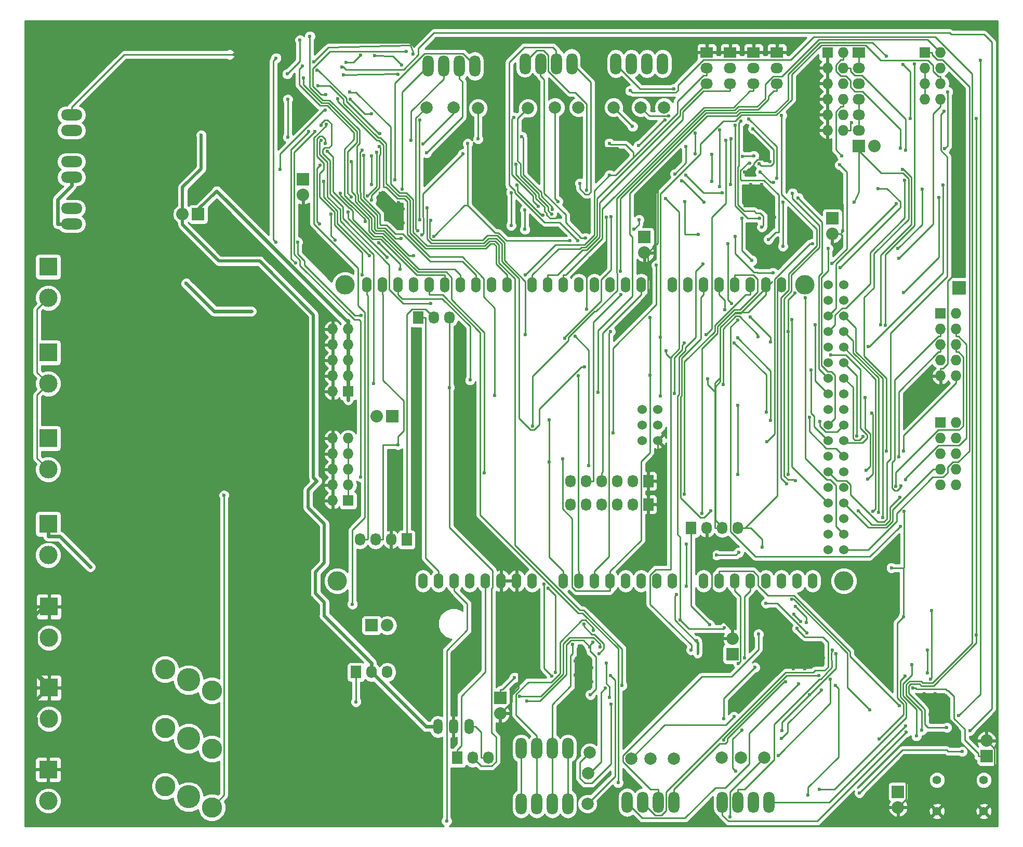
<source format=gbl>
G04 #@! TF.FileFunction,Copper,L2,Bot,Signal*
%FSLAX46Y46*%
G04 Gerber Fmt 4.6, Leading zero omitted, Abs format (unit mm)*
G04 Created by KiCad (PCBNEW 4.0.1-stable) date Friday, April 08, 2016 'AMt' 02:22:46 AM*
%MOMM*%
G01*
G04 APERTURE LIST*
%ADD10C,0.020000*%
%ADD11C,3.302000*%
%ADD12C,3.784600*%
%ADD13R,1.727200X2.032000*%
%ADD14O,1.727200X2.032000*%
%ADD15R,2.032000X2.032000*%
%ADD16O,2.032000X2.032000*%
%ADD17R,1.727200X1.727200*%
%ADD18O,1.727200X1.727200*%
%ADD19R,2.235200X2.235200*%
%ADD20O,3.500120X1.800860*%
%ADD21O,1.800860X3.500120*%
%ADD22R,2.032000X1.727200*%
%ADD23O,2.032000X1.727200*%
%ADD24O,1.524000X2.540000*%
%ADD25C,3.175000*%
%ADD26C,1.524000*%
%ADD27C,1.397000*%
%ADD28O,1.501140X2.499360*%
%ADD29C,1.998980*%
%ADD30R,2.999740X2.999740*%
%ADD31C,2.999740*%
%ADD32C,0.600000*%
%ADD33C,0.250000*%
%ADD34C,0.508000*%
%ADD35C,0.600000*%
%ADD36C,0.254000*%
G04 APERTURE END LIST*
D10*
D11*
X86995000Y-128066800D03*
X94615000Y-131521200D03*
D12*
X90805000Y-129794000D03*
D11*
X86995000Y-137591800D03*
X94615000Y-141046200D03*
D12*
X90805000Y-139319000D03*
D11*
X86995000Y-147116800D03*
X94615000Y-150571200D03*
D12*
X90805000Y-148844000D03*
D13*
X128270000Y-70739000D03*
D14*
X130810000Y-70739000D03*
X133350000Y-70739000D03*
D13*
X134620000Y-142494000D03*
D14*
X137160000Y-142494000D03*
X139700000Y-142494000D03*
D13*
X118110000Y-128524000D03*
D14*
X120650000Y-128524000D03*
X123190000Y-128524000D03*
D15*
X120650000Y-120904000D03*
D16*
X123190000Y-120904000D03*
D15*
X200025000Y-42799000D03*
D16*
X202565000Y-42799000D03*
D15*
X165100000Y-57658000D03*
D16*
X165100000Y-60198000D03*
D15*
X206438000Y-148018000D03*
D16*
X206438000Y-150558000D03*
D17*
X116840000Y-82804000D03*
D18*
X114300000Y-82804000D03*
X116840000Y-80264000D03*
X114300000Y-80264000D03*
X116840000Y-77724000D03*
X114300000Y-77724000D03*
X116840000Y-75184000D03*
X114300000Y-75184000D03*
X116840000Y-72644000D03*
X114300000Y-72644000D03*
D19*
X216408000Y-65913000D03*
D20*
X71755000Y-37719000D03*
X71755000Y-40259000D03*
D21*
X153289000Y-29464000D03*
X150749000Y-29464000D03*
X148209000Y-29464000D03*
X145669000Y-29464000D03*
X168084000Y-29400500D03*
X165544000Y-29400500D03*
X163004000Y-29400500D03*
X160464000Y-29400500D03*
X137478000Y-29781500D03*
X134938000Y-29781500D03*
X132398000Y-29781500D03*
X129858000Y-29781500D03*
D13*
X165735000Y-97409000D03*
D14*
X163195000Y-97409000D03*
X160655000Y-97409000D03*
X158115000Y-97409000D03*
X155575000Y-97409000D03*
X153035000Y-97409000D03*
D13*
X165735000Y-101219000D03*
D14*
X163195000Y-101219000D03*
X160655000Y-101219000D03*
X158115000Y-101219000D03*
X155575000Y-101219000D03*
X153035000Y-101219000D03*
D13*
X172720000Y-105029000D03*
D14*
X175260000Y-105029000D03*
X177800000Y-105029000D03*
X180340000Y-105029000D03*
D13*
X126365000Y-106934000D03*
D14*
X123825000Y-106934000D03*
X121285000Y-106934000D03*
X118745000Y-106934000D03*
D17*
X213360000Y-70104000D03*
D18*
X215900000Y-70104000D03*
X213360000Y-72644000D03*
X215900000Y-72644000D03*
X213360000Y-75184000D03*
X215900000Y-75184000D03*
X213360000Y-77724000D03*
X215900000Y-77724000D03*
X213360000Y-80264000D03*
X215900000Y-80264000D03*
D17*
X213360000Y-87884000D03*
D18*
X215900000Y-87884000D03*
X213360000Y-90424000D03*
X215900000Y-90424000D03*
X213360000Y-92964000D03*
X215900000Y-92964000D03*
X213360000Y-95504000D03*
X215900000Y-95504000D03*
X213360000Y-98044000D03*
X215900000Y-98044000D03*
D22*
X200025000Y-27559000D03*
D23*
X200025000Y-30099000D03*
X200025000Y-32639000D03*
X200025000Y-35179000D03*
X200025000Y-37719000D03*
X200025000Y-40259000D03*
D17*
X194945000Y-27559000D03*
D18*
X197485000Y-27559000D03*
X194945000Y-30099000D03*
X197485000Y-30099000D03*
X194945000Y-32639000D03*
X197485000Y-32639000D03*
X194945000Y-35179000D03*
X197485000Y-35179000D03*
X194945000Y-37719000D03*
X197485000Y-37719000D03*
X194945000Y-40259000D03*
X197485000Y-40259000D03*
D20*
X71755000Y-52959000D03*
X71755000Y-55499000D03*
X71755000Y-45339000D03*
X71755000Y-47879000D03*
D17*
X210820000Y-27559000D03*
D18*
X213360000Y-27559000D03*
X210820000Y-30099000D03*
X213360000Y-30099000D03*
X210820000Y-32639000D03*
X213360000Y-32639000D03*
X210820000Y-35179000D03*
X213360000Y-35179000D03*
D21*
X162306000Y-149733000D03*
X164846000Y-149733000D03*
X167386000Y-149733000D03*
X169926000Y-149733000D03*
X145034000Y-140970000D03*
X147574000Y-140970000D03*
X150114000Y-140970000D03*
X152654000Y-140970000D03*
X177800000Y-149733000D03*
X180340000Y-149733000D03*
X182880000Y-149733000D03*
X185420000Y-149733000D03*
X145034000Y-149987000D03*
X147574000Y-149987000D03*
X150114000Y-149987000D03*
X152654000Y-149987000D03*
D17*
X116840000Y-100584000D03*
D18*
X114300000Y-100584000D03*
X116840000Y-98044000D03*
X114300000Y-98044000D03*
X116840000Y-95504000D03*
X114300000Y-95504000D03*
X116840000Y-92964000D03*
X114300000Y-92964000D03*
X116840000Y-90424000D03*
X114300000Y-90424000D03*
D15*
X195707000Y-54610000D03*
D16*
X195707000Y-57150000D03*
D15*
X109474000Y-48260000D03*
D16*
X109474000Y-50800000D03*
D15*
X179451000Y-125603000D03*
D16*
X179451000Y-123063000D03*
D15*
X141605000Y-132715000D03*
D16*
X141605000Y-135255000D03*
D15*
X220853000Y-142240000D03*
D16*
X220853000Y-139700000D03*
D24*
X169672000Y-65405000D03*
X172212000Y-65405000D03*
X174752000Y-65405000D03*
X177292000Y-65405000D03*
X179832000Y-65405000D03*
X182372000Y-65405000D03*
X184912000Y-65405000D03*
X187452000Y-65405000D03*
X192532000Y-113665000D03*
X189992000Y-113665000D03*
X187452000Y-113665000D03*
X184912000Y-113665000D03*
X174752000Y-113665000D03*
X169672000Y-113665000D03*
X167132000Y-113665000D03*
X177292000Y-113665000D03*
X179832000Y-113665000D03*
X182372000Y-113665000D03*
X164592000Y-113665000D03*
X162052000Y-113665000D03*
X159512000Y-113665000D03*
X151892000Y-113665000D03*
X154432000Y-113665000D03*
X156972000Y-113665000D03*
X146812000Y-113665000D03*
X144272000Y-113665000D03*
X141732000Y-113665000D03*
X136652000Y-113665000D03*
X134112000Y-113665000D03*
X164592000Y-65405000D03*
X162052000Y-65405000D03*
X159512000Y-65405000D03*
X156972000Y-65405000D03*
X154432000Y-65405000D03*
X151892000Y-65405000D03*
X149352000Y-65405000D03*
X146812000Y-65405000D03*
X142748000Y-65405000D03*
X140208000Y-65405000D03*
X137668000Y-65405000D03*
X135128000Y-65405000D03*
X132588000Y-65405000D03*
X130048000Y-65405000D03*
X127508000Y-65405000D03*
X124968000Y-65405000D03*
X139192000Y-113665000D03*
D25*
X197612000Y-113665000D03*
X116332000Y-65405000D03*
X115062000Y-113665000D03*
D26*
X195072000Y-67945000D03*
X197612000Y-67945000D03*
X195072000Y-70485000D03*
X197612000Y-70485000D03*
X195072000Y-73025000D03*
X197612000Y-73025000D03*
X195072000Y-75565000D03*
X197612000Y-75565000D03*
X195072000Y-65405000D03*
X197612000Y-65405000D03*
X197612000Y-78105000D03*
X195072000Y-78105000D03*
X195072000Y-80645000D03*
X197612000Y-80645000D03*
X195072000Y-83185000D03*
X197612000Y-83185000D03*
X195072000Y-85725000D03*
X197612000Y-85725000D03*
X195072000Y-88265000D03*
X197612000Y-88265000D03*
X195072000Y-90805000D03*
X197612000Y-90805000D03*
X195072000Y-93345000D03*
X197612000Y-93345000D03*
X195072000Y-95885000D03*
X197612000Y-95885000D03*
X195072000Y-98425000D03*
X197612000Y-98425000D03*
X195072000Y-100965000D03*
X197612000Y-100965000D03*
X195072000Y-103505000D03*
X197612000Y-103505000D03*
X195072000Y-106045000D03*
X197612000Y-106045000D03*
X195072000Y-108585000D03*
X197612000Y-108585000D03*
D24*
X122428000Y-65405000D03*
X119888000Y-65405000D03*
X131572000Y-113665000D03*
X129032000Y-113665000D03*
D25*
X191262000Y-65405000D03*
D26*
X164719000Y-90805000D03*
X164719000Y-88265000D03*
X164719000Y-85725000D03*
X167259000Y-90805000D03*
X167259000Y-88265000D03*
X167259000Y-85725000D03*
D27*
X220408000Y-146114000D03*
X220408000Y-151194000D03*
X212788000Y-146114000D03*
X212788000Y-151194000D03*
D28*
X133985000Y-137414000D03*
X131445000Y-137414000D03*
X136525000Y-137414000D03*
D29*
X146114000Y-36639500D03*
X160084000Y-36512500D03*
X129604000Y-36512500D03*
X169926000Y-142621000D03*
X155829000Y-149987000D03*
X184658000Y-142494000D03*
X150558000Y-36512500D03*
X154368000Y-36512500D03*
X164528000Y-36512500D03*
X168338000Y-36512500D03*
X134048000Y-36512500D03*
X137986000Y-36639500D03*
X180848000Y-142494000D03*
X177673000Y-142494000D03*
X166116000Y-142621000D03*
X162941000Y-142621000D03*
X156210000Y-141605000D03*
D30*
X67945000Y-144399000D03*
D31*
X67945000Y-149479000D03*
D30*
X68072000Y-117856000D03*
D31*
X68072000Y-122936000D03*
D30*
X68072000Y-131064000D03*
D31*
X68072000Y-136144000D03*
D30*
X67945000Y-104394000D03*
D31*
X67945000Y-109474000D03*
D30*
X67945000Y-76454000D03*
D31*
X67945000Y-81534000D03*
D30*
X67945000Y-62484000D03*
D31*
X67945000Y-67564000D03*
D30*
X67945000Y-90424000D03*
D31*
X67945000Y-95504000D03*
D29*
X155956000Y-145034000D03*
D15*
X92392500Y-53911500D03*
D16*
X89852500Y-53911500D03*
D15*
X124015500Y-86868000D03*
D16*
X121475500Y-86868000D03*
D22*
X175260000Y-27559000D03*
D23*
X175260000Y-30099000D03*
X175260000Y-32639000D03*
D22*
X179070000Y-27559000D03*
D23*
X179070000Y-30099000D03*
X179070000Y-32639000D03*
D22*
X182880000Y-27559000D03*
D23*
X182880000Y-30099000D03*
X182880000Y-32639000D03*
D22*
X186690000Y-27559000D03*
D23*
X186690000Y-30099000D03*
X186690000Y-32639000D03*
D32*
X161607500Y-44831000D03*
X158242000Y-42926000D03*
X154749500Y-42862500D03*
X122047000Y-50546000D03*
X125066640Y-52002020D03*
X123237000Y-51869000D03*
X125833780Y-53019000D03*
X124137000Y-53019000D03*
X123237000Y-54169000D03*
X125037000Y-54169000D03*
X125833780Y-55319000D03*
X124137000Y-55319000D03*
X151511000Y-49149000D03*
X153336000Y-51996000D03*
X155136000Y-51996000D03*
X156036000Y-53146000D03*
X154236000Y-53146000D03*
X153336000Y-54296000D03*
X155136000Y-54296000D03*
X156036000Y-55446000D03*
X154236000Y-55446000D03*
X186311900Y-54419500D03*
X181530000Y-52525000D03*
X181530000Y-50225000D03*
X182430000Y-51375000D03*
X183330000Y-52525000D03*
X184230000Y-51375000D03*
X183330000Y-50225000D03*
X184230000Y-49075000D03*
X182430000Y-49075000D03*
X153289000Y-133794500D03*
X189415000Y-125790000D03*
X188515000Y-126940000D03*
X189415000Y-127977980D03*
X191215000Y-127977980D03*
X190315000Y-126940000D03*
X191215000Y-125790000D03*
X190315000Y-124640000D03*
X188515000Y-124640000D03*
X153844000Y-128972000D03*
X154744000Y-130122000D03*
X156544000Y-130122000D03*
X155644000Y-128972000D03*
X156544000Y-127822000D03*
X154744000Y-127822000D03*
X155644000Y-126672000D03*
X153844000Y-126672000D03*
X211640000Y-133156000D03*
X210740000Y-132006000D03*
X212540000Y-132006000D03*
X211640000Y-135456000D03*
X212540000Y-134306000D03*
X213440000Y-133156000D03*
X213440000Y-135456000D03*
X96012000Y-41910000D03*
X93218000Y-32766000D03*
X194310000Y-126238000D03*
X176128300Y-118566700D03*
X197451800Y-56616600D03*
X185556400Y-45328700D03*
X181455800Y-47032100D03*
X167280600Y-48276900D03*
X215457900Y-60007700D03*
X145181900Y-120396000D03*
X164195100Y-69257600D03*
X146310600Y-45389900D03*
X146828500Y-41961600D03*
X185699900Y-124086800D03*
X185699900Y-126115000D03*
X156283500Y-61087000D03*
X155696600Y-69378900D03*
X207779300Y-142555400D03*
X158897300Y-54406900D03*
X144135400Y-45797900D03*
X151100300Y-54063300D03*
X111760000Y-97409000D03*
X92889900Y-41048500D03*
X118110000Y-133367500D03*
X96604800Y-99694900D03*
X199263000Y-51943000D03*
X193929000Y-46990000D03*
X192532000Y-41148000D03*
X159385000Y-42354500D03*
X207354400Y-92526800D03*
X133350000Y-82154400D03*
X159451700Y-47517000D03*
X145695400Y-63809700D03*
X180988300Y-137937000D03*
X180024800Y-144696400D03*
X204571700Y-92526800D03*
X207420600Y-102336300D03*
X207322100Y-119498800D03*
X175733000Y-120771200D03*
X203350600Y-139407600D03*
X205354300Y-111524100D03*
X187673500Y-59146400D03*
X187673500Y-51936500D03*
X110605500Y-24914500D03*
X127534500Y-60648100D03*
X164234000Y-54805900D03*
X163425100Y-56357100D03*
X174819900Y-51966500D03*
X171157400Y-48517400D03*
X148585500Y-54037300D03*
X144311100Y-49186100D03*
X178111100Y-121289500D03*
X170921300Y-119993400D03*
X196328700Y-125541900D03*
X191997600Y-132231200D03*
X112223500Y-45939600D03*
X112140200Y-55511300D03*
X168447600Y-38597900D03*
X164138800Y-42742700D03*
X136305400Y-42423100D03*
X130786700Y-57502700D03*
X174627100Y-62040000D03*
X187533000Y-138080900D03*
X153008300Y-58243000D03*
X156681800Y-123675000D03*
X156314100Y-132183800D03*
X156213000Y-124408300D03*
X145949400Y-133265100D03*
X189500900Y-119093800D03*
X190615000Y-120257700D03*
X208667300Y-127270000D03*
X209425200Y-138926500D03*
X185318800Y-58003500D03*
X182273900Y-45580800D03*
X145632000Y-56381400D03*
X145632000Y-53203200D03*
X143384200Y-55756100D03*
X143384200Y-50387000D03*
X180964400Y-54565700D03*
X182651100Y-61468000D03*
X119596900Y-55054200D03*
X115587200Y-50550500D03*
X114000000Y-53864100D03*
X114739200Y-58115900D03*
X121849900Y-58573000D03*
X135524900Y-44069000D03*
X128832500Y-57320000D03*
X125275600Y-62848600D03*
X149608500Y-87456200D03*
X149608500Y-94262100D03*
X185048500Y-90979300D03*
X192513000Y-58702000D03*
X154368600Y-80264000D03*
X159551000Y-73038600D03*
X151759600Y-93780300D03*
X165989000Y-80145600D03*
X165989000Y-70757000D03*
X188527700Y-73003800D03*
X188527700Y-96274800D03*
X189622100Y-66802200D03*
X196989600Y-62643900D03*
X203200000Y-49759000D03*
X183127400Y-127763100D03*
X178084300Y-136128000D03*
X191582400Y-122137600D03*
X184923200Y-117310400D03*
X159376100Y-132641700D03*
X158916000Y-127021600D03*
X144806900Y-132468100D03*
X157858900Y-124457600D03*
X157705900Y-125497000D03*
X155251700Y-120673000D03*
X219198300Y-122487100D03*
X219198300Y-38298300D03*
X208461800Y-38298300D03*
X207265900Y-29493700D03*
X121158000Y-28067000D03*
X125550100Y-29576900D03*
X214393200Y-137539800D03*
X98298000Y-27940000D03*
X209102200Y-29463000D03*
X204400100Y-71987000D03*
X192304900Y-79323100D03*
X74840300Y-111379000D03*
X101058500Y-69730700D03*
X90449700Y-65194100D03*
X161209400Y-63233800D03*
X132874300Y-152773400D03*
X191367000Y-67499900D03*
X154600400Y-48862800D03*
X154241500Y-58229500D03*
X155511700Y-57762600D03*
X155712200Y-49968100D03*
X183801800Y-45669100D03*
X182808100Y-39990900D03*
X184240600Y-56003600D03*
X180811200Y-38774700D03*
X179867500Y-39416500D03*
X183882400Y-54578000D03*
X183976600Y-47037500D03*
X186161400Y-48771400D03*
X186639700Y-48078800D03*
X182126800Y-38402900D03*
X169944100Y-33466700D03*
X124486800Y-48339500D03*
X129591300Y-43927900D03*
X120614100Y-44451400D03*
X120614100Y-49069400D03*
X112815700Y-48561700D03*
X120303900Y-60684100D03*
X125469100Y-57839300D03*
X119155800Y-43467900D03*
X127073900Y-41898700D03*
X125631400Y-49813300D03*
X161256100Y-67000300D03*
X171632500Y-99538400D03*
X174457600Y-102678500D03*
X175450500Y-80708500D03*
X168656000Y-76136500D03*
X172720000Y-124904500D03*
X168559700Y-51374000D03*
X186055000Y-63436500D03*
X179895500Y-57531000D03*
X173863000Y-57213500D03*
X171704000Y-51879500D03*
X184340500Y-108204000D03*
X180467000Y-109029500D03*
X176847500Y-109474000D03*
X171958000Y-107696000D03*
X171958000Y-114490500D03*
X170296290Y-115887500D03*
X173609000Y-123444000D03*
X196938900Y-45891100D03*
X195671900Y-61955800D03*
X124951300Y-91486900D03*
X206898300Y-98136400D03*
X207705600Y-97148600D03*
X206546500Y-93400600D03*
X206097900Y-98275500D03*
X201211000Y-95601700D03*
X201062600Y-83789300D03*
X202138300Y-86360500D03*
X201511200Y-97104300D03*
X200769700Y-90118600D03*
X199718500Y-90079000D03*
X178731800Y-58732200D03*
X179271900Y-68417400D03*
X182366100Y-70632800D03*
X185688500Y-74703500D03*
X195455200Y-76835000D03*
X206818500Y-43183500D03*
X207658800Y-43442900D03*
X197286100Y-44373800D03*
X214565300Y-33976800D03*
X214062700Y-43270500D03*
X198870600Y-39008600D03*
X146847500Y-88400900D03*
X157575200Y-82917500D03*
X204512000Y-28172900D03*
X167737900Y-73939600D03*
X167737900Y-83542800D03*
X159976200Y-89523300D03*
X167075700Y-62215100D03*
X206596800Y-61055400D03*
X190269200Y-130431300D03*
X189970100Y-121403400D03*
X183691800Y-122339300D03*
X188133700Y-130130100D03*
X156826100Y-121732400D03*
X153428500Y-124032800D03*
X207775900Y-138301200D03*
X211269500Y-128657600D03*
X211269500Y-124916500D03*
X195778900Y-124916500D03*
X193649600Y-147619900D03*
X207570200Y-129175100D03*
X207649000Y-137306300D03*
X105748100Y-46572900D03*
X113131200Y-36979600D03*
X117184800Y-35162900D03*
X120657100Y-37550500D03*
X128488000Y-38534100D03*
X128488000Y-54787900D03*
X143956100Y-129387100D03*
X208846600Y-131104200D03*
X160816200Y-146538100D03*
X110363000Y-40474900D03*
X108255200Y-61867800D03*
X111910300Y-33008400D03*
X112437000Y-39395400D03*
X130296300Y-68445700D03*
X182917600Y-44378600D03*
X181131600Y-44529300D03*
X113237300Y-39268700D03*
X117519000Y-117438700D03*
X111390200Y-40442000D03*
X118859700Y-96737600D03*
X112394000Y-41844200D03*
X120981900Y-81534000D03*
X106990100Y-35179000D03*
X106990100Y-41350200D03*
X136696800Y-80929000D03*
X189702200Y-117806900D03*
X191471300Y-120445100D03*
X210336900Y-137931700D03*
X162781700Y-33774000D03*
X211751400Y-129656500D03*
X211894800Y-118491000D03*
X117364100Y-45314300D03*
X113411000Y-43675300D03*
X119088500Y-63813300D03*
X113131600Y-42392600D03*
X119398500Y-44309800D03*
X200152000Y-148209000D03*
X191770000Y-148590000D03*
X196215000Y-130683000D03*
X216916000Y-141478000D03*
X218186000Y-138049000D03*
X115824000Y-29972000D03*
X117094000Y-34036000D03*
X161479000Y-130672500D03*
X116459000Y-29210000D03*
X118824700Y-27996600D03*
X219834700Y-28829000D03*
X216309400Y-135637700D03*
X117357300Y-51088000D03*
X109529800Y-31709000D03*
X177384400Y-49449900D03*
X177384400Y-40188400D03*
X127398000Y-27815200D03*
X111233200Y-29109000D03*
X150118400Y-53111000D03*
X145121400Y-41251100D03*
X121972200Y-40809600D03*
X111744200Y-30409000D03*
X206716200Y-100068200D03*
X199947000Y-102235700D03*
X175948900Y-102235700D03*
X206795300Y-104746200D03*
X178219000Y-69462300D03*
X180287700Y-71146700D03*
X150595900Y-128570800D03*
X149439300Y-114880100D03*
X150002300Y-129156200D03*
X148753000Y-114164300D03*
X201845000Y-134670400D03*
X189175100Y-116661100D03*
X206673800Y-133981000D03*
X180430500Y-127159500D03*
X181458800Y-126163300D03*
X213099000Y-51207500D03*
X207370000Y-66675000D03*
X206177900Y-52183100D03*
X203946400Y-103382600D03*
X207522300Y-48422900D03*
X203244300Y-102482400D03*
X129678100Y-52844000D03*
X155317500Y-78827100D03*
X177917200Y-81671700D03*
X183636000Y-73843300D03*
X202343700Y-102342100D03*
X213800100Y-49164000D03*
X201591800Y-75513500D03*
X190176100Y-51234800D03*
X207161600Y-46584100D03*
X203595200Y-71898600D03*
X192904700Y-71898600D03*
X130311400Y-54907900D03*
X145721700Y-73547100D03*
X153803200Y-73816100D03*
X156052500Y-94832700D03*
X180289000Y-96338100D03*
X180289000Y-85076400D03*
X210384500Y-49814000D03*
X206436100Y-59504200D03*
X195046500Y-59504200D03*
X116078000Y-31242000D03*
X193696500Y-87705900D03*
X185695800Y-87538500D03*
X180289000Y-74030800D03*
X175144300Y-73547700D03*
X178396900Y-41910000D03*
X124980900Y-31145600D03*
X115125300Y-35120600D03*
X140736300Y-83481400D03*
X159703600Y-54340000D03*
X152106500Y-74172400D03*
X170009900Y-83085000D03*
X171625600Y-74900700D03*
X179772500Y-74900700D03*
X184967200Y-86152300D03*
X191992300Y-86984000D03*
X106910300Y-31059000D03*
X108989500Y-25545000D03*
X213933300Y-37094500D03*
X113196100Y-34387300D03*
X126335900Y-27361900D03*
X187479800Y-37839400D03*
X188286900Y-97816600D03*
X109400400Y-29759000D03*
X139047600Y-96034700D03*
X189239500Y-50491600D03*
X189752600Y-97334900D03*
X105091200Y-28459000D03*
X105091200Y-58455700D03*
X189162900Y-71101200D03*
X118926900Y-70444000D03*
X108612300Y-58455700D03*
X151001500Y-51835700D03*
X143813200Y-38117600D03*
X147792500Y-52606900D03*
X149984600Y-53912300D03*
X169098800Y-37884200D03*
X179234000Y-41623600D03*
X179104100Y-49035700D03*
X173411700Y-40697500D03*
X173366400Y-44046100D03*
X176116400Y-44182200D03*
X176116400Y-48542700D03*
X163180500Y-39609000D03*
X171890300Y-42848800D03*
X170087100Y-47344300D03*
X171862600Y-47552200D03*
X177755700Y-50402200D03*
X128143500Y-56646000D03*
X123170100Y-60911400D03*
X116835800Y-53535800D03*
X120645100Y-51632100D03*
X121917900Y-42878300D03*
X129018800Y-42503100D03*
X119958900Y-50915200D03*
X121480700Y-43826100D03*
X137986000Y-41651600D03*
X178011300Y-139557500D03*
X193515100Y-129052900D03*
X179705000Y-135763000D03*
X187452000Y-139319000D03*
X193929000Y-131445000D03*
X186905200Y-142124900D03*
X195436300Y-129714300D03*
X158780800Y-131147700D03*
X159697900Y-133730300D03*
X159576300Y-129069500D03*
X179070100Y-152135500D03*
D33*
X151511000Y-49149000D02*
X151511000Y-43561000D01*
X161607500Y-44005500D02*
X161607500Y-44831000D01*
X160655000Y-43053000D02*
X161607500Y-44005500D01*
X158369000Y-43053000D02*
X160655000Y-43053000D01*
X158242000Y-42926000D02*
X158369000Y-43053000D01*
X154813000Y-42862500D02*
X154749500Y-42862500D01*
X154622500Y-42672000D02*
X154813000Y-42862500D01*
X152400000Y-42672000D02*
X154622500Y-42672000D01*
X151511000Y-43561000D02*
X152400000Y-42672000D01*
D34*
X68072000Y-117856000D02*
X67310000Y-117856000D01*
X67310000Y-117856000D02*
X65024000Y-120142000D01*
X65024000Y-120142000D02*
X65024000Y-128016000D01*
X65024000Y-128016000D02*
X68072000Y-131064000D01*
X66119800Y-140462000D02*
X66119800Y-140287800D01*
X64770000Y-134366000D02*
X68072000Y-131064000D01*
X64770000Y-138938000D02*
X64770000Y-134366000D01*
X66119800Y-140287800D02*
X64770000Y-138938000D01*
D33*
X121983500Y-51315500D02*
X121983500Y-50609500D01*
X121983500Y-50609500D02*
X122047000Y-50546000D01*
X123237000Y-51869000D02*
X122537000Y-51869000D01*
X122537000Y-51869000D02*
X121983500Y-51315500D01*
X151384000Y-50744000D02*
X151384000Y-49276000D01*
X151384000Y-49276000D02*
X151511000Y-49149000D01*
X153336000Y-51996000D02*
X152636000Y-51996000D01*
X152636000Y-51996000D02*
X151384000Y-50744000D01*
X183330000Y-52525000D02*
X184030000Y-52525000D01*
X184030000Y-52525000D02*
X185483500Y-53978500D01*
X185483500Y-53978500D02*
X185483500Y-55181500D01*
X185483500Y-55181500D02*
X186245500Y-54419500D01*
X186245500Y-54419500D02*
X186311900Y-54419500D01*
X153098500Y-131892500D02*
X153098500Y-133604000D01*
X153098500Y-133604000D02*
X153289000Y-133794500D01*
X154744000Y-130122000D02*
X154744000Y-130247000D01*
X154744000Y-130247000D02*
X153098500Y-131892500D01*
X188531500Y-124086800D02*
X191330200Y-124086800D01*
X185699900Y-124086800D02*
X188531500Y-124086800D01*
X188531500Y-124086800D02*
X188531500Y-124623500D01*
X188531500Y-124623500D02*
X188515000Y-124640000D01*
X222194400Y-144462500D02*
X220281500Y-144462500D01*
X220281500Y-144462500D02*
X218122500Y-142303500D01*
X218122500Y-142303500D02*
X218122500Y-141414500D01*
X218122500Y-141414500D02*
X216217500Y-139509500D01*
X216217500Y-139509500D02*
X216217500Y-137604500D01*
X216217500Y-137604500D02*
X214065001Y-135452001D01*
X214065001Y-135452001D02*
X213443999Y-135452001D01*
X213443999Y-135452001D02*
X213440000Y-135456000D01*
X222194400Y-144462500D02*
X222194400Y-141041400D01*
X222194400Y-149407600D02*
X222194400Y-144462500D01*
X93218000Y-38354000D02*
X96012000Y-41148000D01*
X96012000Y-41148000D02*
X96012000Y-41910000D01*
X93218000Y-32766000D02*
X93218000Y-38354000D01*
X191330200Y-124086800D02*
X192920800Y-124086800D01*
X194310000Y-125476000D02*
X194310000Y-126238000D01*
X192920800Y-124086800D02*
X194310000Y-125476000D01*
X66119800Y-140748600D02*
X67945000Y-142573800D01*
X66119800Y-135959400D02*
X66119800Y-140462000D01*
X66119800Y-140462000D02*
X66119800Y-140748600D01*
X67945000Y-144399000D02*
X67945000Y-142573800D01*
X66096100Y-128594900D02*
X67965000Y-130463800D01*
X66096100Y-122038100D02*
X66096100Y-128594900D01*
X67945000Y-118364000D02*
X67945000Y-120189200D01*
X67965000Y-132289000D02*
X67965000Y-130463800D01*
X167259000Y-97073900D02*
X166923900Y-97409000D01*
X167259000Y-90805000D02*
X167259000Y-97073900D01*
X165735000Y-97409000D02*
X166923900Y-97409000D01*
X194945000Y-40259000D02*
X194945000Y-37719000D01*
X194945000Y-37719000D02*
X194945000Y-35179000D01*
X194945000Y-35179000D02*
X194945000Y-32639000D01*
X194945000Y-32639000D02*
X194945000Y-30099000D01*
X194945000Y-30099000D02*
X194945000Y-27559000D01*
X165735000Y-101219000D02*
X165735000Y-97409000D01*
X114300000Y-92964000D02*
X114300000Y-95504000D01*
X114300000Y-95504000D02*
X114300000Y-98044000D01*
X114300000Y-98044000D02*
X114300000Y-100584000D01*
X114300000Y-92964000D02*
X114300000Y-90424000D01*
X114300000Y-90424000D02*
X114300000Y-82804000D01*
X114300000Y-72644000D02*
X114300000Y-75184000D01*
X114300000Y-75184000D02*
X114300000Y-77724000D01*
X114300000Y-77724000D02*
X114300000Y-80264000D01*
X114300000Y-80264000D02*
X114300000Y-82804000D01*
X179451000Y-123063000D02*
X179451000Y-121721700D01*
X195707000Y-57150000D02*
X197048300Y-57150000D01*
X175260000Y-105029000D02*
X175260000Y-106370300D01*
X144272000Y-113665000D02*
X144272000Y-115260300D01*
X213360000Y-80264000D02*
X213360000Y-79075100D01*
X176128300Y-107238600D02*
X176128300Y-118566700D01*
X175260000Y-106370300D02*
X176128300Y-107238600D01*
X197451800Y-56746500D02*
X197451800Y-56616600D01*
X197048300Y-57150000D02*
X197451800Y-56746500D01*
X194945000Y-49748100D02*
X194945000Y-40259000D01*
X197451800Y-52254900D02*
X194945000Y-49748100D01*
X197451800Y-56616600D02*
X197451800Y-52254900D01*
X165723000Y-60198000D02*
X165100000Y-60198000D01*
X144272000Y-120086600D02*
X144581400Y-120396000D01*
X144272000Y-115260300D02*
X144272000Y-120086600D01*
X144581400Y-120396000D02*
X145181900Y-120396000D01*
X222194400Y-141041400D02*
X220853000Y-139700000D01*
X220408000Y-151194000D02*
X222194400Y-149407600D01*
X155696600Y-61673900D02*
X156283500Y-61087000D01*
X155696600Y-69378900D02*
X155696600Y-61673900D01*
X215457900Y-63898000D02*
X215457900Y-60007700D01*
X214548900Y-64807000D02*
X215457900Y-63898000D01*
X214548900Y-78257800D02*
X214548900Y-64807000D01*
X213731600Y-79075100D02*
X214548900Y-78257800D01*
X213360000Y-79075100D02*
X213731600Y-79075100D01*
X158897300Y-58473200D02*
X158897300Y-54406900D01*
X156283500Y-61087000D02*
X158897300Y-58473200D01*
X207779300Y-149216700D02*
X207779300Y-142555400D01*
X206438000Y-150558000D02*
X207779300Y-149216700D01*
X185699900Y-126115000D02*
X185699900Y-124086800D01*
X143496500Y-133363500D02*
X141605000Y-135255000D01*
X143496500Y-132194200D02*
X143496500Y-133363500D01*
X144581400Y-131109300D02*
X143496500Y-132194200D01*
X144581400Y-120396000D02*
X144581400Y-131109300D01*
X165723000Y-67729700D02*
X165723000Y-60198000D01*
X164195100Y-69257600D02*
X165723000Y-67729700D01*
X146310600Y-42479500D02*
X146828500Y-41961600D01*
X146310600Y-45389900D02*
X146310600Y-42479500D01*
X176296000Y-118566700D02*
X176128300Y-118566700D01*
X179451000Y-121721700D02*
X176296000Y-118566700D01*
X167280600Y-58640400D02*
X165723000Y-60198000D01*
X167280600Y-48276900D02*
X167280600Y-58640400D01*
X150587600Y-54576000D02*
X151100300Y-54063300D01*
X149731300Y-54576000D02*
X150587600Y-54576000D01*
X149210800Y-54055500D02*
X149731300Y-54576000D01*
X149210800Y-53778200D02*
X149210800Y-54055500D01*
X148812800Y-53380200D02*
X149210800Y-53778200D01*
X148812800Y-52740500D02*
X148812800Y-53380200D01*
X147411500Y-51339200D02*
X148812800Y-52740500D01*
X147411500Y-50747200D02*
X147411500Y-51339200D01*
X144135400Y-47471100D02*
X147411500Y-50747200D01*
X144135400Y-45797900D02*
X144135400Y-47471100D01*
X185271500Y-45043800D02*
X185556400Y-45328700D01*
X183521700Y-45043800D02*
X185271500Y-45043800D01*
X182958400Y-45607100D02*
X183521700Y-45043800D01*
X182958400Y-45839900D02*
X182958400Y-45607100D01*
X181766200Y-47032100D02*
X182958400Y-45839900D01*
X181455800Y-47032100D02*
X181766200Y-47032100D01*
D34*
X112967100Y-107124500D02*
X112967100Y-110743400D01*
D35*
X112967100Y-119324800D02*
X120650000Y-127007700D01*
X120650000Y-127007700D02*
X120650000Y-128524000D01*
D34*
X112967100Y-117158100D02*
X112967100Y-119324800D01*
X111506000Y-115697000D02*
X112967100Y-117158100D01*
X111506000Y-112204500D02*
X111506000Y-115697000D01*
X112967100Y-110743400D02*
X111506000Y-112204500D01*
X112967100Y-107188000D02*
X112967100Y-107124500D01*
X112967100Y-107124500D02*
X112967100Y-104394600D01*
X89852500Y-53911500D02*
X89852500Y-55626000D01*
X111188500Y-96837500D02*
X111760000Y-97409000D01*
X111188500Y-70294500D02*
X111188500Y-96837500D01*
X102425500Y-61531500D02*
X111188500Y-70294500D01*
X95758000Y-61531500D02*
X102425500Y-61531500D01*
X89852500Y-55626000D02*
X95758000Y-61531500D01*
X110299500Y-98869500D02*
X111760000Y-97409000D01*
X110299500Y-101727000D02*
X110299500Y-98869500D01*
X112204500Y-103632000D02*
X110299500Y-101727000D01*
X112967100Y-104394600D02*
X112204500Y-103632000D01*
X92889900Y-41048500D02*
X92889900Y-46492600D01*
X89852500Y-49530000D02*
X89852500Y-53911500D01*
X92889900Y-46492600D02*
X89852500Y-49530000D01*
D35*
X129540000Y-137414000D02*
X120650000Y-128524000D01*
X131445000Y-137414000D02*
X129540000Y-137414000D01*
X69504600Y-51530100D02*
X69504600Y-55499000D01*
X71755000Y-49279700D02*
X69504600Y-51530100D01*
X71755000Y-47879000D02*
X71755000Y-49279700D01*
X71755000Y-55499000D02*
X69504600Y-55499000D01*
D33*
X118110000Y-128524000D02*
X118110000Y-129865300D01*
X118110000Y-129865300D02*
X118110000Y-133367500D01*
X66119700Y-79708700D02*
X67945000Y-81534000D01*
X67945000Y-67564000D02*
X66119700Y-69389300D01*
X66119700Y-69389300D02*
X66119700Y-79708700D01*
X66119700Y-83359300D02*
X67945000Y-81534000D01*
X66119700Y-93678700D02*
X66119700Y-83359300D01*
X67945000Y-95504000D02*
X66119700Y-93678700D01*
X96604800Y-148581400D02*
X96604800Y-99694900D01*
X94615000Y-150571200D02*
X96604800Y-148581400D01*
X200025000Y-50292000D02*
X200025000Y-42799000D01*
X199263000Y-51943000D02*
X200025000Y-50292000D01*
X193929000Y-42545000D02*
X193929000Y-46990000D01*
X192532000Y-41148000D02*
X193929000Y-42545000D01*
X200025000Y-42799000D02*
X200025000Y-43561000D01*
X200025000Y-43561000D02*
X203673400Y-47209400D01*
X203673400Y-47209400D02*
X204435400Y-47209400D01*
X163322000Y-43815000D02*
X163322000Y-44633900D01*
X162052000Y-42545000D02*
X163322000Y-43815000D01*
X159575500Y-42545000D02*
X162052000Y-42545000D01*
X159385000Y-42354500D02*
X159575500Y-42545000D01*
X175260000Y-30099000D02*
X175260000Y-31287900D01*
X163322000Y-44633900D02*
X170471400Y-37484500D01*
X174739900Y-31287900D02*
X175260000Y-31287900D01*
X170471400Y-35556400D02*
X174739900Y-31287900D01*
X170471400Y-37484500D02*
X170471400Y-35556400D01*
X215900000Y-80264000D02*
X215900000Y-81452900D01*
X133350000Y-70739000D02*
X133350000Y-82154400D01*
X133350000Y-104957600D02*
X133350000Y-82154400D01*
X140334700Y-111942300D02*
X133350000Y-104957600D01*
X140334700Y-114754500D02*
X140334700Y-111942300D01*
X140207500Y-114881700D02*
X140334700Y-114754500D01*
X140207500Y-138353500D02*
X140207500Y-114881700D01*
X140945500Y-139091500D02*
X140207500Y-138353500D01*
X140945500Y-143101700D02*
X140945500Y-139091500D01*
X140195100Y-143852100D02*
X140945500Y-143101700D01*
X138518100Y-143852100D02*
X140195100Y-143852100D01*
X137160000Y-142494000D02*
X138518100Y-143852100D01*
X207354400Y-89998500D02*
X207354400Y-92526800D01*
X215900000Y-81452900D02*
X207354400Y-89998500D01*
X204571700Y-80651600D02*
X204571700Y-92526800D01*
X200932000Y-77011900D02*
X204571700Y-80651600D01*
X200932000Y-67446800D02*
X200932000Y-77011900D01*
X202497700Y-65881100D02*
X200932000Y-67446800D01*
X202497700Y-60370300D02*
X202497700Y-65881100D01*
X208147800Y-54720200D02*
X202497700Y-60370300D01*
X208147800Y-48115200D02*
X208147800Y-54720200D01*
X207242000Y-47209400D02*
X208147800Y-48115200D01*
X204435400Y-47209400D02*
X207242000Y-47209400D01*
X179502000Y-139423300D02*
X180988300Y-137937000D01*
X179502000Y-144173600D02*
X179502000Y-139423300D01*
X180024800Y-144696400D02*
X179502000Y-144173600D01*
X156921100Y-50047600D02*
X159451700Y-47517000D01*
X156921100Y-57269700D02*
X156921100Y-50047600D01*
X155329700Y-58861100D02*
X156921100Y-57269700D01*
X154615200Y-58861100D02*
X155329700Y-58861100D01*
X154607900Y-58868400D02*
X154615200Y-58861100D01*
X150636700Y-58868400D02*
X154607900Y-58868400D01*
X145695400Y-63809700D02*
X150636700Y-58868400D01*
X160438900Y-47517000D02*
X163322000Y-44633900D01*
X159451700Y-47517000D02*
X160438900Y-47517000D01*
X122691602Y-56597972D02*
X126741730Y-60648100D01*
X126741730Y-60648100D02*
X127534500Y-60648100D01*
X121158000Y-56323090D02*
X121432881Y-56597971D01*
X121432881Y-56597971D02*
X122691602Y-56597972D01*
X121122510Y-54391000D02*
X121122510Y-55908010D01*
X121122510Y-55908010D02*
X121158000Y-55943500D01*
X121158000Y-55943500D02*
X121158000Y-56323090D01*
X121088000Y-54356000D02*
X118432900Y-51700900D01*
X121088000Y-54356000D02*
X121088000Y-54356490D01*
X121088000Y-54356490D02*
X121122510Y-54391000D01*
X129456100Y-69385100D02*
X130810000Y-70739000D01*
X127254700Y-69385100D02*
X129456100Y-69385100D01*
X126365000Y-70274800D02*
X127254700Y-69385100D01*
X126365000Y-106934000D02*
X126365000Y-70274800D01*
X207322100Y-111524100D02*
X205354300Y-111524100D01*
X207322100Y-111524100D02*
X207322100Y-119498800D01*
X187673500Y-51936500D02*
X187673500Y-59146400D01*
X207420600Y-111425600D02*
X207420600Y-102336300D01*
X207322100Y-111524100D02*
X207420600Y-111425600D01*
X110605500Y-33242000D02*
X110605500Y-24914500D01*
X112676900Y-35313400D02*
X110605500Y-33242000D01*
X113809100Y-35313400D02*
X112676900Y-35313400D01*
X118706300Y-40210600D02*
X113809100Y-35313400D01*
X118706300Y-42392500D02*
X118706300Y-40210600D01*
X118283500Y-42815300D02*
X118706300Y-42392500D01*
X118283500Y-50492900D02*
X118283500Y-42815300D01*
X118432900Y-50642300D02*
X118283500Y-50492900D01*
X118432900Y-51700900D02*
X118432900Y-50642300D01*
X172720000Y-117758200D02*
X172720000Y-105029000D01*
X175733000Y-120771200D02*
X172720000Y-117758200D01*
X207299200Y-135459000D02*
X203350600Y-139407600D01*
X207299200Y-133718700D02*
X207299200Y-135459000D01*
X206308900Y-132728400D02*
X207299200Y-133718700D01*
X206308900Y-120512000D02*
X206308900Y-132728400D01*
X207322100Y-119498800D02*
X206308900Y-120512000D01*
X164234000Y-55548200D02*
X164234000Y-54805900D01*
X163425100Y-56357100D02*
X164234000Y-55548200D01*
X171370900Y-48517500D02*
X174819900Y-51966500D01*
X171157400Y-48517500D02*
X171370900Y-48517500D01*
X171157400Y-48517400D02*
X171157400Y-48517500D01*
X144459800Y-49334800D02*
X144311100Y-49186100D01*
X144459800Y-50207500D02*
X144459800Y-49334800D01*
X148289600Y-54037300D02*
X144459800Y-50207500D01*
X148585500Y-54037300D02*
X148289600Y-54037300D01*
X182273900Y-45580800D02*
X182008600Y-45580800D01*
X182008600Y-45580800D02*
X180787700Y-46801700D01*
X180787700Y-46801700D02*
X180787700Y-48242500D01*
X187007500Y-50800000D02*
X187007500Y-56832500D01*
X180787700Y-48242500D02*
X180911500Y-48366300D01*
X180911500Y-48366300D02*
X184573800Y-48366300D01*
X184573800Y-48366300D02*
X187007500Y-50800000D01*
X187007500Y-56832500D02*
X186489800Y-56832500D01*
X186489800Y-56832500D02*
X185318800Y-58003500D01*
X156314100Y-124408300D02*
X156314100Y-125222000D01*
X156314100Y-125222000D02*
X156400500Y-125222000D01*
X156400500Y-125222000D02*
X157226000Y-126047500D01*
X157226000Y-126047500D02*
X157226000Y-131271900D01*
X157226000Y-131271900D02*
X156314100Y-132183800D01*
X156314100Y-124408300D02*
X156213000Y-124408300D01*
X156314100Y-124042700D02*
X156681800Y-123675000D01*
X156314100Y-124408300D02*
X156314100Y-124042700D01*
X111740100Y-46423000D02*
X112223500Y-45939600D01*
X111740100Y-55111200D02*
X111740100Y-46423000D01*
X112140200Y-55511300D02*
X111740100Y-55111200D01*
X155152900Y-123348200D02*
X156213000Y-124408300D01*
X153158800Y-123348200D02*
X155152900Y-123348200D01*
X152391100Y-124115900D02*
X153158800Y-123348200D01*
X152391100Y-128933800D02*
X152391100Y-124115900D01*
X148059800Y-133265100D02*
X152391100Y-128933800D01*
X145949400Y-133265100D02*
X148059800Y-133265100D01*
X189500900Y-119143600D02*
X190615000Y-120257700D01*
X189500900Y-119093800D02*
X189500900Y-119143600D01*
X177971800Y-121428800D02*
X178111100Y-121289500D01*
X172356700Y-121428800D02*
X177971800Y-121428800D01*
X170921300Y-119993400D02*
X172356700Y-121428800D01*
X170921300Y-106532300D02*
X170921300Y-119993400D01*
X170482000Y-106093000D02*
X170921300Y-106532300D01*
X170482000Y-83497400D02*
X170482000Y-106093000D01*
X170731900Y-83247500D02*
X170482000Y-83497400D01*
X170731900Y-77170900D02*
X170731900Y-83247500D01*
X171773100Y-76129700D02*
X170731900Y-77170900D01*
X171773100Y-75637500D02*
X171773100Y-76129700D01*
X171773200Y-75637500D02*
X171773100Y-75637500D01*
X173482000Y-73928700D02*
X171773200Y-75637500D01*
X173482000Y-63185100D02*
X173482000Y-73928700D01*
X174627100Y-62040000D02*
X173482000Y-63185100D01*
X208667300Y-129007100D02*
X208667300Y-127270000D01*
X207265800Y-130408600D02*
X208667300Y-129007100D01*
X207265800Y-132411500D02*
X207265800Y-130408600D01*
X209425200Y-134570900D02*
X207265800Y-132411500D01*
X209425200Y-138926500D02*
X209425200Y-134570900D01*
X136305400Y-42423100D02*
X136305400Y-52478300D01*
X135811100Y-52478300D02*
X130786700Y-57502700D01*
X136305400Y-52478300D02*
X135811100Y-52478300D01*
X187533000Y-136695800D02*
X187533000Y-138080900D01*
X191997600Y-132231200D02*
X187533000Y-136695800D01*
X168283600Y-38597900D02*
X168447600Y-38597900D01*
X164138800Y-42742700D02*
X168283600Y-38597900D01*
X196328700Y-127900100D02*
X191997600Y-132231200D01*
X196328700Y-125541900D02*
X196328700Y-127900100D01*
X142629300Y-58243000D02*
X153008300Y-58243000D01*
X141329900Y-56943600D02*
X142629300Y-58243000D01*
X140770700Y-56943600D02*
X141329900Y-56943600D01*
X136305400Y-52478300D02*
X140770700Y-56943600D01*
X145632000Y-53203200D02*
X145632000Y-56381400D01*
X143384200Y-50387000D02*
X143384200Y-55756100D01*
X180964400Y-59781300D02*
X182651100Y-61468000D01*
X180964400Y-54565700D02*
X180964400Y-59781300D01*
X115587200Y-50839300D02*
X115587200Y-50550500D01*
X117208100Y-52460200D02*
X115587200Y-50839300D01*
X117281500Y-52460200D02*
X117208100Y-52460200D01*
X119596900Y-54775600D02*
X117281500Y-52460200D01*
X119596900Y-55054200D02*
X119596900Y-54775600D01*
X114000000Y-57376700D02*
X114739200Y-58115900D01*
X114000000Y-53864100D02*
X114000000Y-57376700D01*
D34*
X121849900Y-58573000D02*
X121897350Y-58620450D01*
D33*
X125275600Y-62848600D02*
X125275600Y-61998700D01*
X125275600Y-61998700D02*
X121897350Y-58620450D01*
X129025800Y-50568100D02*
X135524900Y-44069000D01*
X129025800Y-54441300D02*
X129025800Y-50568100D01*
X129113300Y-54528800D02*
X129025800Y-54441300D01*
X129113300Y-57039200D02*
X129113300Y-54528800D01*
X128832500Y-57320000D02*
X129113300Y-57039200D01*
X151892000Y-113665000D02*
X151892000Y-112069700D01*
X192076700Y-58702000D02*
X192513000Y-58702000D01*
X186336400Y-64442300D02*
X192076700Y-58702000D01*
X186336400Y-89691400D02*
X186336400Y-64442300D01*
X185048500Y-90979300D02*
X186336400Y-89691400D01*
X149608500Y-109786200D02*
X149608500Y-94262100D01*
X151892000Y-112069700D02*
X149608500Y-109786200D01*
X149608500Y-94262100D02*
X149608500Y-87456200D01*
X154368600Y-112006300D02*
X154368600Y-80264000D01*
X154432000Y-112069700D02*
X154368600Y-112006300D01*
X154432000Y-113665000D02*
X154432000Y-112069700D01*
X156972000Y-113665000D02*
X156972000Y-112069700D01*
X159325900Y-109715800D02*
X156972000Y-112069700D01*
X159325900Y-73263700D02*
X159325900Y-109715800D01*
X159551000Y-73038600D02*
X159325900Y-73263700D01*
X159512000Y-114462600D02*
X159512000Y-115260300D01*
X159512000Y-114462600D02*
X159512000Y-113665000D01*
X159512000Y-113665000D02*
X159512000Y-112069700D01*
X151759600Y-101898000D02*
X151759600Y-93780300D01*
X153344700Y-103483100D02*
X151759600Y-101898000D01*
X153344700Y-114683400D02*
X153344700Y-103483100D01*
X153921600Y-115260300D02*
X153344700Y-114683400D01*
X159512000Y-115260300D02*
X153921600Y-115260300D01*
X165989000Y-92764900D02*
X165989000Y-80145600D01*
X164546000Y-94207900D02*
X165989000Y-92764900D01*
X164546000Y-107035700D02*
X164546000Y-94207900D01*
X159512000Y-112069700D02*
X164546000Y-107035700D01*
X165989000Y-80145600D02*
X165989000Y-70757000D01*
X206803300Y-52830200D02*
X196989600Y-62643900D01*
X206803300Y-51895500D02*
X206803300Y-52830200D01*
X204666800Y-49759000D02*
X206803300Y-51895500D01*
X203200000Y-49759000D02*
X204666800Y-49759000D01*
X188527700Y-67896600D02*
X189622100Y-66802200D01*
X188527700Y-73003800D02*
X188527700Y-67896600D01*
X188527700Y-73003800D02*
X188527700Y-96274800D01*
X178084300Y-132806200D02*
X178084300Y-136128000D01*
X183127400Y-127763100D02*
X178084300Y-132806200D01*
X186761500Y-117310400D02*
X184923200Y-117310400D01*
X191582400Y-122131300D02*
X186761500Y-117310400D01*
X191582400Y-122137600D02*
X191582400Y-122131300D01*
X158916000Y-130398500D02*
X158916000Y-127021600D01*
X159406100Y-130888600D02*
X158916000Y-130398500D01*
X159406100Y-132611700D02*
X159406100Y-130888600D01*
X159376100Y-132641700D02*
X159406100Y-132611700D01*
X157858900Y-123942700D02*
X157858900Y-124457600D01*
X156800400Y-122884200D02*
X157858900Y-123942700D01*
X152926100Y-122884200D02*
X156800400Y-122884200D01*
X151902500Y-123907800D02*
X152926100Y-122884200D01*
X151902500Y-128785500D02*
X151902500Y-123907800D01*
X148219900Y-132468100D02*
X151902500Y-128785500D01*
X144806900Y-132468100D02*
X148219900Y-132468100D01*
X158488900Y-124714000D02*
X157705900Y-125497000D01*
X158488900Y-123910200D02*
X158488900Y-124714000D01*
X156936400Y-122357700D02*
X158488900Y-123910200D01*
X156567100Y-122357700D02*
X156936400Y-122357700D01*
X155251700Y-121042300D02*
X156567100Y-122357700D01*
X155251700Y-120673000D02*
X155251700Y-121042300D01*
X219198300Y-122487100D02*
X219198300Y-123759700D01*
X209924900Y-130435800D02*
X208553400Y-130435800D01*
X210786910Y-134659300D02*
X210786910Y-136999910D01*
X219198300Y-123759700D02*
X212225900Y-130732100D01*
X212225900Y-130732100D02*
X210221200Y-130732100D01*
X210221200Y-130732100D02*
X209924900Y-130435800D01*
X208199800Y-130789400D02*
X208199800Y-131999800D01*
X208553400Y-130435800D02*
X208199800Y-130789400D01*
X211326800Y-137539800D02*
X214393200Y-137539800D01*
X208199800Y-131999800D02*
X210629500Y-134429500D01*
X210629500Y-134429500D02*
X210629500Y-134501890D01*
X210629500Y-134501890D02*
X210786910Y-134659300D01*
X210786910Y-136999910D02*
X211326800Y-137539800D01*
X208461800Y-30689600D02*
X208461800Y-38298300D01*
X207265900Y-29493700D02*
X208461800Y-30689600D01*
X219198300Y-38298300D02*
X219198300Y-122487100D01*
X124095900Y-28122700D02*
X121158000Y-28067000D01*
X125550100Y-29576900D02*
X124095900Y-28122700D01*
X71755000Y-37719000D02*
X71755000Y-36493300D01*
X80344000Y-27904300D02*
X98298000Y-27940000D01*
X71755000Y-36493300D02*
X80344000Y-27904300D01*
X209102200Y-55786100D02*
X209102200Y-29463000D01*
X204400100Y-60488200D02*
X209102200Y-55786100D01*
X204400100Y-71987000D02*
X204400100Y-60488200D01*
X192304900Y-86347200D02*
X192304900Y-79323100D01*
X192755200Y-86797500D02*
X192304900Y-86347200D01*
X192755200Y-88488200D02*
X192755200Y-86797500D01*
X195072000Y-90805000D02*
X192755200Y-88488200D01*
D35*
X69855500Y-106394200D02*
X74840300Y-111379000D01*
X67945000Y-106394200D02*
X69855500Y-106394200D01*
X67945000Y-104394000D02*
X67945000Y-106394200D01*
X94986300Y-69730700D02*
X101058500Y-69730700D01*
X90449700Y-65194100D02*
X94986300Y-69730700D01*
D33*
X129458900Y-109956600D02*
X129458900Y-70739000D01*
X131572000Y-112069700D02*
X129458900Y-109956600D01*
X128270000Y-70739000D02*
X129458900Y-70739000D01*
X131572000Y-113665000D02*
X131572000Y-112069700D01*
X135255000Y-140517700D02*
X134620000Y-141152700D01*
X135255000Y-132438900D02*
X135255000Y-140517700D01*
X139192000Y-128501900D02*
X135255000Y-132438900D01*
X139192000Y-113665000D02*
X139192000Y-128501900D01*
X134620000Y-142494000D02*
X134620000Y-141152700D01*
X138511100Y-138324200D02*
X138511100Y-142494000D01*
X137600900Y-137414000D02*
X138511100Y-138324200D01*
X136525000Y-137414000D02*
X137600900Y-137414000D01*
X139700000Y-142494000D02*
X138511100Y-142494000D01*
X200025000Y-37719000D02*
X200025000Y-35179000D01*
X200025000Y-37719000D02*
X200025000Y-40259000D01*
X200025000Y-30099000D02*
X200025000Y-27559000D01*
X146812000Y-65405000D02*
X146812000Y-63809700D01*
X170921700Y-36977300D02*
X175260000Y-32639000D01*
X170921700Y-37812100D02*
X170921700Y-36977300D01*
X157371400Y-51362400D02*
X170921700Y-37812100D01*
X157371400Y-57456300D02*
X157371400Y-51362400D01*
X155516300Y-59311400D02*
X157371400Y-57456300D01*
X154801800Y-59311400D02*
X155516300Y-59311400D01*
X154574000Y-59539200D02*
X154801800Y-59311400D01*
X151082500Y-59539200D02*
X154574000Y-59539200D01*
X146812000Y-63809700D02*
X151082500Y-59539200D01*
X179070000Y-32639000D02*
X179070000Y-33827900D01*
X149352000Y-65405000D02*
X149352000Y-63809700D01*
X174772200Y-33827900D02*
X179070000Y-33827900D01*
X171372000Y-37228100D02*
X174772200Y-33827900D01*
X171372000Y-38490000D02*
X171372000Y-37228100D01*
X157821700Y-52040300D02*
X171372000Y-38490000D01*
X157821700Y-57646500D02*
X157821700Y-52040300D01*
X155706500Y-59761700D02*
X157821700Y-57646500D01*
X154988400Y-59761700D02*
X155706500Y-59761700D01*
X150940400Y-63809700D02*
X154988400Y-59761700D01*
X149352000Y-63809700D02*
X150940400Y-63809700D01*
X151892000Y-65405000D02*
X151892000Y-63809700D01*
X182880000Y-32639000D02*
X182880000Y-33827900D01*
X152311600Y-63809700D02*
X151892000Y-63809700D01*
X158272000Y-57849300D02*
X152311600Y-63809700D01*
X158272000Y-53042200D02*
X158272000Y-57849300D01*
X174801300Y-36512900D02*
X158272000Y-53042200D01*
X179633400Y-36512900D02*
X174801300Y-36512900D01*
X182318400Y-33827900D02*
X179633400Y-36512900D01*
X182880000Y-33827900D02*
X182318400Y-33827900D01*
X186690000Y-32639000D02*
X186690000Y-33827900D01*
X161209400Y-51378600D02*
X161209400Y-63233800D01*
X175174500Y-37413500D02*
X161209400Y-51378600D01*
X180014300Y-37413500D02*
X175174500Y-37413500D01*
X180566400Y-36861400D02*
X180014300Y-37413500D01*
X183668800Y-36861400D02*
X180566400Y-36861400D01*
X185339000Y-35191200D02*
X183668800Y-36861400D01*
X185339000Y-34658800D02*
X185339000Y-35191200D01*
X186169900Y-33827900D02*
X185339000Y-34658800D01*
X186690000Y-33827900D02*
X186169900Y-33827900D01*
X134112000Y-113665000D02*
X134112000Y-115260300D01*
X132874300Y-125031100D02*
X132874300Y-152773400D01*
X136251300Y-121654100D02*
X132874300Y-125031100D01*
X136251300Y-117399600D02*
X136251300Y-121654100D01*
X134112000Y-115260300D02*
X136251300Y-117399600D01*
X191367000Y-93722200D02*
X191367000Y-67499900D01*
X194799800Y-97155000D02*
X191367000Y-93722200D01*
X195365600Y-97155000D02*
X194799800Y-97155000D01*
X196342000Y-98131400D02*
X195365600Y-97155000D01*
X196342000Y-104775000D02*
X196342000Y-98131400D01*
X197612000Y-106045000D02*
X196342000Y-104775000D01*
X154600400Y-49787200D02*
X154600400Y-48862800D01*
X155464300Y-50651100D02*
X154600400Y-49787200D01*
X155997400Y-50651100D02*
X155464300Y-50651100D01*
X156377200Y-50271300D02*
X155997400Y-50651100D01*
X156377200Y-32424700D02*
X156377200Y-50271300D01*
X153226000Y-29273500D02*
X156377200Y-32424700D01*
X154241500Y-58229500D02*
X151308200Y-55220400D01*
X151308200Y-55220400D02*
X148825200Y-55220400D01*
X148825200Y-55220400D02*
X144009500Y-50404700D01*
X144009500Y-50404700D02*
X144009500Y-50127900D01*
X144009500Y-50127900D02*
X143059900Y-49178300D01*
X143059900Y-49178300D02*
X143059800Y-49178300D01*
X143059800Y-49178300D02*
X143059800Y-29197700D01*
X143059800Y-29197700D02*
X145565000Y-26692500D01*
X145565000Y-26692500D02*
X150180400Y-26692500D01*
X150180400Y-26692500D02*
X150686000Y-27198100D01*
X150686000Y-29273500D02*
X150686000Y-27198100D01*
X148146000Y-29273500D02*
X148146000Y-31348900D01*
X148146000Y-31348900D02*
X148762400Y-31965300D01*
X148762400Y-31965300D02*
X148762400Y-50481200D01*
X148762400Y-50481200D02*
X152273000Y-53991800D01*
X152273000Y-53991800D02*
X152273000Y-55245000D01*
X152273000Y-55245000D02*
X154790600Y-57762600D01*
X154790600Y-57762600D02*
X155511700Y-57762600D01*
X155712200Y-35969600D02*
X155712200Y-49968100D01*
X153832000Y-34089400D02*
X155712200Y-35969600D01*
X152904500Y-34089400D02*
X153832000Y-34089400D01*
X149416000Y-30600900D02*
X152904500Y-34089400D01*
X149416000Y-27959700D02*
X149416000Y-30600900D01*
X148648400Y-27192100D02*
X149416000Y-27959700D01*
X147584300Y-27192100D02*
X148648400Y-27192100D01*
X145606000Y-29170400D02*
X147584300Y-27192100D01*
X145606000Y-29273500D02*
X145606000Y-29170400D01*
X186189400Y-43372200D02*
X182808100Y-39990900D01*
X186189400Y-45585400D02*
X186189400Y-43372200D01*
X185759900Y-46014900D02*
X186189400Y-45585400D01*
X184147600Y-46014900D02*
X185759900Y-46014900D01*
X183801800Y-45669100D02*
X184147600Y-46014900D01*
X184240600Y-56003600D02*
X184507900Y-55736300D01*
X184507900Y-54229000D02*
X184458402Y-54229000D01*
X180317510Y-52363600D02*
X180317510Y-48413590D01*
X184507900Y-55736300D02*
X184507900Y-54229000D01*
X184458402Y-54229000D02*
X183950402Y-53721000D01*
X183007000Y-53403500D02*
X181357410Y-53403500D01*
X183950402Y-53721000D02*
X183324500Y-53721000D01*
X180319700Y-48411400D02*
X180319700Y-46181500D01*
X183324500Y-53721000D02*
X183007000Y-53403500D01*
X180506300Y-39079600D02*
X180811200Y-38774700D01*
X181357410Y-53403500D02*
X180317510Y-52363600D01*
X180317510Y-48413590D02*
X180319700Y-48411400D01*
X180319700Y-46181500D02*
X180506300Y-45994900D01*
X180506300Y-45994900D02*
X180506300Y-39079600D01*
X179867500Y-39416500D02*
X179867500Y-50419000D01*
X181165500Y-53848000D02*
X179867500Y-52550000D01*
X179867500Y-52550000D02*
X179867500Y-50419000D01*
X181171702Y-53848000D02*
X181165500Y-53848000D01*
X183426136Y-54610000D02*
X181933702Y-54610000D01*
X181933702Y-54610000D02*
X181171702Y-53848000D01*
X183882400Y-54578000D02*
X183458136Y-54578000D01*
X183458136Y-54578000D02*
X183426136Y-54610000D01*
X160464000Y-29501200D02*
X160464000Y-29400500D01*
X164429500Y-33466700D02*
X160464000Y-29501200D01*
X169944100Y-33466700D02*
X164429500Y-33466700D01*
X185710500Y-48771400D02*
X186161400Y-48771400D01*
X183976600Y-47037500D02*
X185710500Y-48771400D01*
X186639700Y-42915800D02*
X186639700Y-48078800D01*
X182126800Y-38402900D02*
X186639700Y-42915800D01*
X137478000Y-29659500D02*
X137478000Y-29781500D01*
X135524300Y-27705800D02*
X137478000Y-29659500D01*
X129312800Y-27705800D02*
X135524300Y-27705800D01*
X124486800Y-32531800D02*
X129312800Y-27705800D01*
X124486800Y-48339500D02*
X124486800Y-32531800D01*
X120614100Y-49069400D02*
X120614100Y-44451400D01*
X135422700Y-38096500D02*
X129591300Y-43927900D01*
X135422700Y-32341600D02*
X135422700Y-38096500D01*
X134938000Y-31856900D02*
X135422700Y-32341600D01*
X134938000Y-29781500D02*
X134938000Y-31856900D01*
X115075700Y-55455900D02*
X120303900Y-60684100D01*
X115075700Y-53359600D02*
X115075700Y-55455900D01*
X112815700Y-51099600D02*
X115075700Y-53359600D01*
X112815700Y-48561700D02*
X112815700Y-51099600D01*
X119155800Y-43467900D02*
X118763800Y-43859900D01*
X118763800Y-43859900D02*
X118763800Y-50336300D01*
X118763800Y-50336300D02*
X118883200Y-50455700D01*
X118883200Y-50455700D02*
X118883200Y-51391600D01*
X118883200Y-51391600D02*
X121572520Y-54080920D01*
X121572520Y-54080920D02*
X121572520Y-55721610D01*
X121572520Y-55721610D02*
X121608010Y-55757100D01*
X121608010Y-55757100D02*
X121608010Y-56076010D01*
X121608010Y-56076010D02*
X121679962Y-56147962D01*
X121679962Y-56147962D02*
X122878003Y-56147963D01*
X122878003Y-56147963D02*
X124569340Y-57839300D01*
X124569340Y-57839300D02*
X125469100Y-57839300D01*
X132398000Y-29781500D02*
X132398000Y-31856900D01*
X127073900Y-37163300D02*
X127073900Y-41898700D01*
X132380300Y-31856900D02*
X127073900Y-37163300D01*
X132398000Y-31856900D02*
X132380300Y-31856900D01*
X125631400Y-34008100D02*
X125631400Y-49813300D01*
X129858000Y-29781500D02*
X125631400Y-34008100D01*
X164592000Y-65405000D02*
X164592000Y-67000300D01*
X158324300Y-73268000D02*
X164592000Y-67000300D01*
X158324300Y-95858400D02*
X158324300Y-73268000D01*
X158115000Y-96067700D02*
X158324300Y-95858400D01*
X158115000Y-97409000D02*
X158115000Y-96067700D01*
X155575000Y-97409000D02*
X156763900Y-97409000D01*
X156763900Y-71492500D02*
X161256100Y-67000300D01*
X156763900Y-97409000D02*
X156763900Y-71492500D01*
X182372000Y-65405000D02*
X182372000Y-67000300D01*
X171632500Y-77943900D02*
X171632500Y-99538400D01*
X176566300Y-73010100D02*
X171632500Y-77943900D01*
X176566300Y-72010400D02*
X176566300Y-73010100D01*
X181576400Y-67000300D02*
X176566300Y-72010400D01*
X182372000Y-67000300D02*
X181576400Y-67000300D01*
X179832000Y-65405000D02*
X179832000Y-63809700D01*
X174457600Y-75854100D02*
X174457600Y-102678500D01*
X177016600Y-73295100D02*
X174457600Y-75854100D01*
X177016600Y-72197000D02*
X177016600Y-73295100D01*
X179776000Y-69437600D02*
X177016600Y-72197000D01*
X180638100Y-69437600D02*
X179776000Y-69437600D01*
X183514200Y-66561500D02*
X180638100Y-69437600D01*
X183514200Y-64464800D02*
X183514200Y-66561500D01*
X182859100Y-63809700D02*
X183514200Y-64464800D01*
X179832000Y-63809700D02*
X182859100Y-63809700D01*
X176686400Y-103763000D02*
X176686400Y-83058000D01*
X176686400Y-83058000D02*
X176686400Y-81977498D01*
X175450500Y-81661000D02*
X176686400Y-82896900D01*
X176686400Y-82896900D02*
X176686400Y-83058000D01*
X175450500Y-80708500D02*
X175450500Y-81661000D01*
X168656000Y-76644500D02*
X168656000Y-76136500D01*
X169255900Y-77244400D02*
X168656000Y-76644500D01*
X169384600Y-77244400D02*
X169255900Y-77244400D01*
X177800000Y-105029000D02*
X177800000Y-104876600D01*
X177800000Y-104876600D02*
X176686400Y-103763000D01*
X176686400Y-81977498D02*
X177467190Y-81196708D01*
X177467190Y-81196708D02*
X177467190Y-72383800D01*
X177467190Y-72383800D02*
X179803500Y-70047490D01*
X179803500Y-70047490D02*
X180737801Y-70047491D01*
X180737801Y-70047491D02*
X185886391Y-64898901D01*
X172801500Y-124074100D02*
X166044990Y-117467490D01*
X166044990Y-117467490D02*
X166044990Y-112706746D01*
X166044990Y-112706746D02*
X166969436Y-111782300D01*
X166969436Y-111782300D02*
X169384600Y-111782300D01*
X172720000Y-124904500D02*
X172801001Y-125049001D01*
X172801001Y-125049001D02*
X172801500Y-124074100D01*
X169384600Y-77244400D02*
X170783200Y-75845800D01*
X170783200Y-75845800D02*
X170783200Y-53597500D01*
X169384600Y-111782300D02*
X169384600Y-77244400D01*
X184912000Y-65405000D02*
X184912000Y-67000300D01*
X177800000Y-105029000D02*
X176611100Y-105029000D01*
X176611100Y-81397600D02*
X176611100Y-105029000D01*
X177466900Y-80541800D02*
X176611100Y-81397600D01*
X177466900Y-72383600D02*
X177466900Y-80541800D01*
X179962600Y-69887900D02*
X177466900Y-72383600D01*
X182024400Y-69887900D02*
X179962600Y-69887900D01*
X184912000Y-67000300D02*
X182024400Y-69887900D01*
X170783200Y-53597500D02*
X168559700Y-51374000D01*
X183515000Y-63436500D02*
X186055000Y-63436500D01*
X183438190Y-63359690D02*
X183515000Y-63436500D01*
X179895500Y-60325000D02*
X182930190Y-63359690D01*
X182930190Y-63359690D02*
X183438190Y-63359690D01*
X179895500Y-57531000D02*
X179895500Y-60325000D01*
X171704000Y-57213500D02*
X173863000Y-57213500D01*
X171704000Y-51879500D02*
X171704000Y-57213500D01*
X184340500Y-106934000D02*
X182435500Y-105029000D01*
X182435500Y-105029000D02*
X180340000Y-105029000D01*
X184340500Y-108204000D02*
X184340500Y-106934000D01*
X180022500Y-109474000D02*
X180467000Y-109029500D01*
X176847500Y-109474000D02*
X180022500Y-109474000D01*
X171958000Y-114490500D02*
X171958000Y-107696000D01*
X170053000Y-120050102D02*
X170053000Y-116130790D01*
X170053000Y-116130790D02*
X170296290Y-115887500D01*
X173609000Y-123444000D02*
X173908999Y-123743999D01*
X173908999Y-123743999D02*
X173908999Y-125466003D01*
X173908999Y-125466003D02*
X173726001Y-125649001D01*
X173726001Y-125649001D02*
X173726001Y-123723103D01*
X173726001Y-123723103D02*
X170053000Y-120050102D01*
X180340000Y-105029000D02*
X181528900Y-105029000D01*
X198095300Y-59532400D02*
X195671900Y-61955800D01*
X198095300Y-47047500D02*
X198095300Y-59532400D01*
X196938900Y-45891100D02*
X198095300Y-47047500D01*
X186803000Y-99754900D02*
X181528900Y-105029000D01*
X186803000Y-66054000D02*
X186803000Y-99754900D01*
X187452000Y-65405000D02*
X186803000Y-66054000D01*
X124951300Y-91486900D02*
X124951300Y-90123200D01*
X122491500Y-79946500D02*
X122473900Y-79946500D01*
X122491500Y-80962500D02*
X122491500Y-79946500D01*
X125857000Y-84328000D02*
X122491500Y-80962500D01*
X125857000Y-89217500D02*
X125857000Y-84328000D01*
X124951300Y-90123200D02*
X125857000Y-89217500D01*
X122473900Y-79946500D02*
X122473900Y-67046200D01*
X122473900Y-67046200D02*
X122428000Y-67000300D01*
X122428000Y-65405000D02*
X122428000Y-67000300D01*
X121285000Y-106934000D02*
X122473900Y-106934000D01*
X122473900Y-106934000D02*
X122473900Y-91486900D01*
X122473900Y-91486900D02*
X124951300Y-91486900D01*
X118745000Y-106934000D02*
X119933900Y-106934000D01*
X119888000Y-65405000D02*
X119888000Y-67000300D01*
X120072700Y-67185000D02*
X119888000Y-67000300D01*
X120072700Y-106795200D02*
X120072700Y-67185000D01*
X119933900Y-106934000D02*
X120072700Y-106795200D01*
X213360000Y-72644000D02*
X213360000Y-73832900D01*
X212988500Y-73832900D02*
X213360000Y-73832900D01*
X205921000Y-80900400D02*
X212988500Y-73832900D01*
X205921000Y-93953500D02*
X205921000Y-80900400D01*
X205470800Y-94403700D02*
X205921000Y-93953500D01*
X205470800Y-98545300D02*
X205470800Y-94403700D01*
X205866500Y-98941000D02*
X205470800Y-98545300D01*
X206316800Y-98941000D02*
X205866500Y-98941000D01*
X206898300Y-98359500D02*
X206316800Y-98941000D01*
X206898300Y-98136400D02*
X206898300Y-98359500D01*
X215900000Y-72644000D02*
X215900000Y-73832900D01*
X207705600Y-96920900D02*
X207705600Y-97148600D01*
X213013500Y-91613000D02*
X207705600Y-96920900D01*
X216398100Y-91613000D02*
X213013500Y-91613000D01*
X217620400Y-90390700D02*
X216398100Y-91613000D01*
X217620400Y-75181800D02*
X217620400Y-90390700D01*
X216271500Y-73832900D02*
X217620400Y-75181800D01*
X215900000Y-73832900D02*
X216271500Y-73832900D01*
X213360000Y-75184000D02*
X213360000Y-76372900D01*
X206546500Y-82814900D02*
X206546500Y-93400600D01*
X212988500Y-76372900D02*
X206546500Y-82814900D01*
X213360000Y-76372900D02*
X212988500Y-76372900D01*
X215900000Y-75184000D02*
X215900000Y-76372900D01*
X206097900Y-96001900D02*
X206097900Y-98275500D01*
X213026800Y-89073000D02*
X206097900Y-96001900D01*
X216428400Y-89073000D02*
X213026800Y-89073000D01*
X217099500Y-88401900D02*
X216428400Y-89073000D01*
X217099500Y-77200900D02*
X217099500Y-88401900D01*
X216271500Y-76372900D02*
X217099500Y-77200900D01*
X215900000Y-76372900D02*
X216271500Y-76372900D01*
X201062600Y-88890100D02*
X201062600Y-83789300D01*
X201893400Y-89720900D02*
X201062600Y-88890100D01*
X201893400Y-94919300D02*
X201893400Y-89720900D01*
X201211000Y-95601700D02*
X201893400Y-94919300D01*
X202343700Y-86565900D02*
X202138300Y-86360500D01*
X202343700Y-96271800D02*
X202343700Y-86565900D01*
X201511200Y-97104300D02*
X202343700Y-96271800D01*
X199093200Y-82126200D02*
X197612000Y-80645000D01*
X199093200Y-90404300D02*
X199093200Y-82126200D01*
X199396800Y-90707900D02*
X199093200Y-90404300D01*
X200180400Y-90707900D02*
X199396800Y-90707900D01*
X200769700Y-90118600D02*
X200180400Y-90707900D01*
X199718500Y-80211500D02*
X199718500Y-90079000D01*
X197612000Y-78105000D02*
X199718500Y-80211500D01*
X213360000Y-95504000D02*
X212171100Y-95504000D01*
X205569400Y-102105700D02*
X212171100Y-95504000D01*
X205569400Y-103921600D02*
X205569400Y-102105700D01*
X204551900Y-104939100D02*
X205569400Y-103921600D01*
X201586100Y-104939100D02*
X204551900Y-104939100D01*
X197612000Y-100965000D02*
X201586100Y-104939100D01*
X197989200Y-91182200D02*
X197612000Y-90805000D01*
X200633100Y-91182200D02*
X197989200Y-91182200D01*
X201443100Y-90372200D02*
X200633100Y-91182200D01*
X201443100Y-89907500D02*
X201443100Y-90372200D01*
X200273600Y-88738000D02*
X201443100Y-89907500D01*
X200273600Y-79191300D02*
X200273600Y-88738000D01*
X197917300Y-76835000D02*
X200273600Y-79191300D01*
X195455200Y-76835000D02*
X197917300Y-76835000D01*
X185688500Y-73955200D02*
X185688500Y-74703500D01*
X182366100Y-70632800D02*
X185688500Y-73955200D01*
X178731800Y-67877300D02*
X178731800Y-58732200D01*
X179271900Y-68417400D02*
X178731800Y-67877300D01*
X206818500Y-40079200D02*
X206818500Y-43183500D01*
X200648300Y-33909000D02*
X206818500Y-40079200D01*
X199393900Y-33909000D02*
X200648300Y-33909000D01*
X198678800Y-33193900D02*
X199393900Y-33909000D01*
X198678800Y-32137000D02*
X198678800Y-33193900D01*
X197910800Y-31369000D02*
X198678800Y-32137000D01*
X197051700Y-31369000D02*
X197910800Y-31369000D01*
X196296000Y-30613300D02*
X197051700Y-31369000D01*
X196296000Y-29565400D02*
X196296000Y-30613300D01*
X197113500Y-28747900D02*
X196296000Y-29565400D01*
X197485000Y-28747900D02*
X197113500Y-28747900D01*
X197485000Y-27559000D02*
X197485000Y-28747900D01*
X207658800Y-38395600D02*
X207658800Y-43442900D01*
X200551100Y-31287900D02*
X207658800Y-38395600D01*
X199342600Y-31287900D02*
X200551100Y-31287900D01*
X198673900Y-30619200D02*
X199342600Y-31287900D01*
X198673900Y-30099000D02*
X198673900Y-30619200D01*
X197485000Y-30099000D02*
X198673900Y-30099000D01*
X197485000Y-36367900D02*
X197113500Y-36367900D01*
X197113500Y-36367900D02*
X196296000Y-37185400D01*
X196296000Y-37185400D02*
X196296000Y-43383700D01*
X196296000Y-43383700D02*
X197286100Y-44373800D01*
X197485000Y-35179000D02*
X197485000Y-36367900D01*
X214565300Y-42767900D02*
X214565300Y-33976800D01*
X214062700Y-43270500D02*
X214565300Y-42767900D01*
X198673900Y-39205300D02*
X198870600Y-39008600D01*
X198673900Y-40259000D02*
X198673900Y-39205300D01*
X197485000Y-40259000D02*
X198673900Y-40259000D01*
X210820000Y-32639000D02*
X210820000Y-30099000D01*
X210820000Y-32639000D02*
X210820000Y-35179000D01*
X210820000Y-27559000D02*
X212008900Y-27559000D01*
X201542900Y-108585000D02*
X197612000Y-108585000D01*
X206196300Y-103931600D02*
X201542900Y-108585000D01*
X206196300Y-102664200D02*
X206196300Y-103931600D01*
X212086600Y-96773900D02*
X206196300Y-102664200D01*
X213793400Y-96773900D02*
X212086600Y-96773900D01*
X214549000Y-96018300D02*
X213793400Y-96773900D01*
X214549000Y-95151700D02*
X214549000Y-96018300D01*
X215385700Y-94315000D02*
X214549000Y-95151700D01*
X216240100Y-94315000D02*
X215385700Y-94315000D01*
X218077500Y-92477600D02*
X216240100Y-94315000D01*
X218077500Y-33125900D02*
X218077500Y-92477600D01*
X213699500Y-28747900D02*
X218077500Y-33125900D01*
X212826200Y-28747900D02*
X213699500Y-28747900D01*
X212008900Y-27930600D02*
X212826200Y-28747900D01*
X212008900Y-27559000D02*
X212008900Y-27930600D01*
X146847500Y-80315800D02*
X146847500Y-88400900D01*
X152731800Y-74431500D02*
X146847500Y-80315800D01*
X152731800Y-74003200D02*
X152731800Y-74431500D01*
X156979600Y-69755400D02*
X152731800Y-74003200D01*
X157218400Y-69755400D02*
X156979600Y-69755400D01*
X160668600Y-66305200D02*
X157218400Y-69755400D01*
X160668600Y-63577300D02*
X160668600Y-66305200D01*
X160584100Y-63492800D02*
X160668600Y-63577300D01*
X160584100Y-51367000D02*
X160584100Y-63492800D01*
X174987900Y-36963200D02*
X160584100Y-51367000D01*
X179827700Y-36963200D02*
X174987900Y-36963200D01*
X180379900Y-36411000D02*
X179827700Y-36963200D01*
X183482300Y-36411000D02*
X180379900Y-36411000D01*
X184785000Y-35108300D02*
X183482300Y-36411000D01*
X184785000Y-32710200D02*
X184785000Y-35108300D01*
X186045100Y-31450100D02*
X184785000Y-32710200D01*
X187533600Y-31450100D02*
X186045100Y-31450100D01*
X193514200Y-25469500D02*
X187533600Y-31450100D01*
X211270500Y-25469500D02*
X193514200Y-25469500D01*
X213360000Y-27559000D02*
X211270500Y-25469500D01*
X157575200Y-72879200D02*
X157575200Y-82917500D01*
X163144300Y-67310100D02*
X157575200Y-72879200D01*
X163144300Y-57597500D02*
X163144300Y-67310100D01*
X162747000Y-57200200D02*
X163144300Y-57597500D01*
X162747000Y-50477900D02*
X162747000Y-57200200D01*
X175361100Y-37863800D02*
X162747000Y-50477900D01*
X180200900Y-37863800D02*
X175361100Y-37863800D01*
X180753000Y-37311700D02*
X180200900Y-37863800D01*
X186438700Y-37311700D02*
X180753000Y-37311700D01*
X188519600Y-35230800D02*
X186438700Y-37311700D01*
X188519600Y-31101000D02*
X188519600Y-35230800D01*
X193700800Y-25919800D02*
X188519600Y-31101000D01*
X202258900Y-25919800D02*
X193700800Y-25919800D01*
X204512000Y-28172900D02*
X202258900Y-25919800D01*
X213360000Y-32639000D02*
X213360000Y-31450100D01*
X167737900Y-73939600D02*
X167737900Y-83542800D01*
X167737900Y-50577900D02*
X167737900Y-73939600D01*
X174257800Y-44058000D02*
X167737900Y-50577900D01*
X174257800Y-42430700D02*
X174257800Y-44058000D01*
X177916200Y-38772300D02*
X174257800Y-42430700D01*
X179929300Y-38772300D02*
X177916200Y-38772300D01*
X180939600Y-37762000D02*
X179929300Y-38772300D01*
X186625300Y-37762000D02*
X180939600Y-37762000D01*
X189129200Y-35258100D02*
X186625300Y-37762000D01*
X189129200Y-31160200D02*
X189129200Y-35258100D01*
X193919300Y-26370100D02*
X189129200Y-31160200D01*
X201175800Y-26370100D02*
X193919300Y-26370100D01*
X203634700Y-28829000D02*
X201175800Y-26370100D01*
X211293800Y-28829000D02*
X203634700Y-28829000D01*
X212171100Y-29706300D02*
X211293800Y-28829000D01*
X212171100Y-30632800D02*
X212171100Y-29706300D01*
X212988400Y-31450100D02*
X212171100Y-30632800D01*
X213360000Y-31450100D02*
X212988400Y-31450100D01*
X213360000Y-35179000D02*
X213360000Y-36367900D01*
X212171100Y-55481100D02*
X206596800Y-61055400D01*
X212171100Y-37556800D02*
X212171100Y-55481100D01*
X213360000Y-36367900D02*
X212171100Y-37556800D01*
X167075700Y-68652300D02*
X167075700Y-62215100D01*
X159976200Y-75751800D02*
X167075700Y-68652300D01*
X159976200Y-89523300D02*
X159976200Y-75751800D01*
X182197800Y-138502700D02*
X190269200Y-130431300D01*
X182197800Y-143436500D02*
X182197800Y-138502700D01*
X178274400Y-147359900D02*
X182197800Y-143436500D01*
X176663000Y-147359900D02*
X178274400Y-147359900D01*
X171715800Y-152307100D02*
X176663000Y-147359900D01*
X164783300Y-152307100D02*
X171715800Y-152307100D01*
X162306000Y-149829800D02*
X164783300Y-152307100D01*
X162306000Y-149733000D02*
X162306000Y-149829800D01*
X195022823Y-127557177D02*
X195072000Y-127508000D01*
X164846000Y-149733000D02*
X164846000Y-149822800D01*
X164846000Y-149822800D02*
X166880000Y-151856800D01*
X166880000Y-151856800D02*
X167875500Y-151856800D01*
X167875500Y-151856800D02*
X168656000Y-151076300D01*
X188112000Y-128602990D02*
X192569610Y-128602990D01*
X168656000Y-151076300D02*
X168656000Y-148020800D01*
X168656000Y-148020800D02*
X188025800Y-128651000D01*
X195072000Y-123698000D02*
X194183000Y-122809000D01*
X193742200Y-128259600D02*
X194437000Y-128270000D01*
X192913000Y-128259600D02*
X193742200Y-128259600D01*
X188025800Y-128651000D02*
X188063990Y-128651000D01*
X188063990Y-128651000D02*
X188112000Y-128602990D01*
X192569610Y-128602990D02*
X192913000Y-128259600D01*
X194437000Y-128270000D02*
X195022823Y-127684177D01*
X195022823Y-127684177D02*
X195022823Y-127557177D01*
X195072000Y-127508000D02*
X195072000Y-123698000D01*
X194183000Y-122809000D02*
X191262000Y-122809000D01*
X191262000Y-122809000D02*
X189970100Y-121517100D01*
X189970100Y-121517100D02*
X189970100Y-121403400D01*
X189970100Y-121403400D02*
X189970100Y-121513000D01*
X167386000Y-149733000D02*
X167386000Y-147657600D01*
X183691800Y-124839700D02*
X183691800Y-122339300D01*
X179298400Y-129233100D02*
X183691800Y-124839700D01*
X174455300Y-129233100D02*
X179298400Y-129233100D01*
X161608800Y-142079600D02*
X174455300Y-129233100D01*
X161608800Y-143168400D02*
X161608800Y-142079600D01*
X166098000Y-147657600D02*
X161608800Y-143168400D01*
X167386000Y-147657600D02*
X166098000Y-147657600D01*
X169926000Y-149733000D02*
X169926000Y-147657600D01*
X187858600Y-130130100D02*
X188133700Y-130130100D01*
X178636600Y-139352100D02*
X187858600Y-130130100D01*
X178636600Y-139816600D02*
X178636600Y-139352100D01*
X178270400Y-140182800D02*
X178636600Y-139816600D01*
X177400800Y-140182800D02*
X178270400Y-140182800D01*
X169926000Y-147657600D02*
X177400800Y-140182800D01*
X145034000Y-149987000D02*
X145034000Y-140970000D01*
X147574000Y-149987000D02*
X147574000Y-140970000D01*
X144171900Y-135492500D02*
X147574000Y-138894600D01*
X144171900Y-132155700D02*
X144171900Y-135492500D01*
X146179300Y-130148300D02*
X144171900Y-132155700D01*
X149902800Y-130148300D02*
X146179300Y-130148300D01*
X151336900Y-128714200D02*
X149902800Y-130148300D01*
X151336900Y-123630200D02*
X151336900Y-128714200D01*
X154941500Y-120025600D02*
X151336900Y-123630200D01*
X155498900Y-120025600D02*
X154941500Y-120025600D01*
X156826100Y-121352800D02*
X155498900Y-120025600D01*
X156826100Y-121732400D02*
X156826100Y-121352800D01*
X147574000Y-140970000D02*
X147574000Y-138894600D01*
X150114000Y-133788500D02*
X153092500Y-130810000D01*
X153416000Y-125539500D02*
X153092500Y-125863000D01*
X153092500Y-125863000D02*
X153092500Y-130810000D01*
X153428500Y-125539500D02*
X153428500Y-124032800D01*
X153428500Y-125539500D02*
X153416000Y-125539500D01*
X150114000Y-149987000D02*
X150114000Y-140970000D01*
X150114000Y-140970000D02*
X150114000Y-133788500D01*
X152654000Y-149987000D02*
X152654000Y-140970000D01*
X193260800Y-152816300D02*
X207775900Y-138301200D01*
X178792200Y-152816300D02*
X193260800Y-152816300D01*
X177800000Y-151824100D02*
X178792200Y-152816300D01*
X177800000Y-149733000D02*
X177800000Y-151824100D01*
X180340000Y-149733000D02*
X180340000Y-147657600D01*
X211269500Y-128657600D02*
X211269500Y-124916500D01*
X181391600Y-147657600D02*
X180340000Y-147657600D01*
X186248400Y-142800800D02*
X181391600Y-147657600D01*
X186248400Y-137074400D02*
X186248400Y-142800800D01*
X193644600Y-129678200D02*
X186248400Y-137074400D01*
X193836600Y-129678200D02*
X193644600Y-129678200D01*
X195643200Y-127705900D02*
X193836600Y-129678200D01*
X195580000Y-125476000D02*
X195643200Y-127705900D01*
X195778900Y-124916500D02*
X195580000Y-125476000D01*
X196052200Y-147619900D02*
X193649600Y-147619900D01*
X207749500Y-135922600D02*
X196052200Y-147619900D01*
X207749500Y-133532100D02*
X207749500Y-135922600D01*
X206809900Y-132592500D02*
X207749500Y-133532100D01*
X206809900Y-129935400D02*
X206809900Y-132592500D01*
X207570200Y-129175100D02*
X206809900Y-129935400D01*
X195222300Y-149733000D02*
X185420000Y-149733000D01*
X207649000Y-137306300D02*
X195222300Y-149733000D01*
X105748100Y-44362700D02*
X105748100Y-44111900D01*
X105748100Y-46572900D02*
X105748100Y-44362700D01*
X120657100Y-37550500D02*
X119572400Y-37550500D01*
X119572400Y-37550500D02*
X117184800Y-35162900D01*
X128488000Y-38534100D02*
X128393500Y-38628600D01*
X128393500Y-38628600D02*
X128393500Y-54693400D01*
X128393500Y-54693400D02*
X128488000Y-54787900D01*
X112880400Y-36979600D02*
X113131200Y-36979600D01*
X105748100Y-44111900D02*
X112880400Y-36979600D01*
X141969500Y-131373700D02*
X141605000Y-131373700D01*
X143956100Y-129387100D02*
X141969500Y-131373700D01*
X141605000Y-132715000D02*
X141605000Y-131373700D01*
X208846600Y-131104200D02*
X209270864Y-131104200D01*
X214439500Y-131508500D02*
X214630000Y-131508500D01*
X217297000Y-139554600D02*
X219511700Y-141769300D01*
X219511700Y-142240000D02*
X220853000Y-142240000D01*
X209270864Y-131104200D02*
X209421164Y-131254500D01*
X215582500Y-132461000D02*
X215582500Y-136080500D01*
X219511700Y-141769300D02*
X219511700Y-142240000D01*
X209421164Y-131254500D02*
X214185500Y-131254500D01*
X214185500Y-131254500D02*
X214439500Y-131508500D01*
X214630000Y-131508500D02*
X215582500Y-132461000D01*
X215582500Y-136080500D02*
X217297000Y-137795000D01*
X217297000Y-137795000D02*
X217297000Y-139554600D01*
X130048000Y-65405000D02*
X130048000Y-67000300D01*
X132205300Y-67000300D02*
X130048000Y-67000300D01*
X138372800Y-73167800D02*
X132205300Y-67000300D01*
X138372800Y-102899500D02*
X138372800Y-73167800D01*
X154370000Y-118896700D02*
X138372800Y-102899500D01*
X155006900Y-118896700D02*
X154370000Y-118896700D01*
X160816200Y-124706000D02*
X155006900Y-118896700D01*
X160816200Y-146538100D02*
X160816200Y-124706000D01*
X110363000Y-40474900D02*
X110363000Y-40538400D01*
X110363000Y-40538400D02*
X107536700Y-43364700D01*
X107536700Y-43364700D02*
X107536700Y-61149300D01*
X107536700Y-61149300D02*
X108255200Y-61867800D01*
X107536700Y-43328900D02*
X107536700Y-43364700D01*
X111910300Y-33008400D02*
X113897500Y-33008400D01*
X122090800Y-41441400D02*
X123029700Y-42380300D01*
X113897500Y-33008400D02*
X116109100Y-35220000D01*
X125093590Y-50927000D02*
X126197988Y-50927000D01*
X116109100Y-35220000D02*
X116109100Y-35852800D01*
X140583500Y-58744800D02*
X140949700Y-59111000D01*
X116109100Y-35852800D02*
X121697700Y-41441400D01*
X121697700Y-41441400D02*
X122090800Y-41441400D01*
X126908800Y-56959500D02*
X129475500Y-59526200D01*
X123029700Y-42380300D02*
X123029700Y-48863110D01*
X123029700Y-48863110D02*
X125093590Y-50927000D01*
X126197988Y-50927000D02*
X126908800Y-51637812D01*
X139284000Y-59526200D02*
X140065400Y-58744800D01*
X126908800Y-51637812D02*
X126908800Y-56959500D01*
X129475500Y-59526200D02*
X139284000Y-59526200D01*
X140065400Y-58744800D02*
X140583500Y-58744800D01*
X140949700Y-59111000D02*
X140949700Y-62011400D01*
X140949700Y-62011400D02*
X142748000Y-63809700D01*
X142748000Y-63809700D02*
X142748000Y-65405000D01*
X112437000Y-39147800D02*
X112437000Y-39395400D01*
X112999500Y-38585300D02*
X112437000Y-39147800D01*
X113480900Y-38585300D02*
X112999500Y-38585300D01*
X114080900Y-39185300D02*
X113480900Y-38585300D01*
X114080900Y-42692500D02*
X114080900Y-39185300D01*
X113734100Y-43039300D02*
X114080900Y-42692500D01*
X113021400Y-43039300D02*
X113734100Y-43039300D01*
X112672900Y-43387800D02*
X113021400Y-43039300D01*
X112672900Y-43973100D02*
X112672900Y-43387800D01*
X113891300Y-45191500D02*
X112672900Y-43973100D01*
X113891300Y-50630200D02*
X113891300Y-45191500D01*
X115976300Y-52715200D02*
X113891300Y-50630200D01*
X115976300Y-54615200D02*
X115976300Y-52715200D01*
X123515400Y-62154300D02*
X115976300Y-54615200D01*
X123515400Y-66184700D02*
X123515400Y-62154300D01*
X125776400Y-68445700D02*
X123515400Y-66184700D01*
X130296300Y-68445700D02*
X125776400Y-68445700D01*
X181282300Y-44378600D02*
X182917600Y-44378600D01*
X181131600Y-44529300D02*
X181282300Y-44378600D01*
X113237300Y-39479500D02*
X113237300Y-39268700D01*
X111235100Y-41481700D02*
X113237300Y-39479500D01*
X111235100Y-55496100D02*
X111235100Y-41481700D01*
X118438700Y-62699700D02*
X111235100Y-55496100D01*
X118438700Y-68776000D02*
X118438700Y-62699700D01*
X119561200Y-69898500D02*
X118438700Y-68776000D01*
X119561200Y-103340600D02*
X119561200Y-69898500D01*
X117519000Y-105382800D02*
X119561200Y-103340600D01*
X117519000Y-117438700D02*
X117519000Y-105382800D01*
X108992250Y-61441750D02*
X108992250Y-62256250D01*
X118618000Y-71120000D02*
X118859700Y-71361700D01*
X117856000Y-71120000D02*
X118618000Y-71120000D01*
X108992250Y-62256250D02*
X117856000Y-71120000D01*
X118859700Y-71361700D02*
X118859700Y-96737600D01*
X107987000Y-60436500D02*
X108992250Y-61441750D01*
X107987000Y-43845200D02*
X107987000Y-60436500D01*
X111390200Y-40442000D02*
X107987000Y-43845200D01*
X112189700Y-42048500D02*
X112394000Y-41844200D01*
X112189700Y-44184500D02*
X112189700Y-42048500D01*
X113441000Y-45435800D02*
X112189700Y-44184500D01*
X113441000Y-51064300D02*
X113441000Y-45435800D01*
X115526000Y-53149300D02*
X113441000Y-51064300D01*
X115526000Y-55021800D02*
X115526000Y-53149300D01*
X120981900Y-60477700D02*
X115526000Y-55021800D01*
X120981900Y-81534000D02*
X120981900Y-60477700D01*
X106990100Y-41350200D02*
X106990100Y-35179000D01*
X124968000Y-65405000D02*
X124968000Y-67000300D01*
X125640600Y-67672900D02*
X124968000Y-67000300D01*
X132169600Y-67672900D02*
X125640600Y-67672900D01*
X136696800Y-72200100D02*
X132169600Y-67672900D01*
X136696800Y-80929000D02*
X136696800Y-72200100D01*
X191471300Y-119576000D02*
X189702200Y-117806900D01*
X191471300Y-120445100D02*
X191471300Y-119576000D01*
X210336900Y-134845700D02*
X210336900Y-137931700D01*
X207749500Y-132258300D02*
X210336900Y-134845700D01*
X207749500Y-130561800D02*
X207749500Y-132258300D01*
X208326100Y-129985200D02*
X207749500Y-130561800D01*
X210194100Y-129985200D02*
X208326100Y-129985200D01*
X210490700Y-130281800D02*
X210194100Y-129985200D01*
X212039300Y-130281800D02*
X210490700Y-130281800D01*
X218527900Y-123793200D02*
X212039300Y-130281800D01*
X218527900Y-31011000D02*
X218527900Y-123793200D01*
X212529400Y-25012500D02*
X218527900Y-31011000D01*
X192709900Y-25012500D02*
X212529400Y-25012500D01*
X188974400Y-28748000D02*
X192709900Y-25012500D01*
X174709000Y-28748000D02*
X188974400Y-28748000D01*
X170569400Y-32887600D02*
X174709000Y-28748000D01*
X170569400Y-33725800D02*
X170569400Y-32887600D01*
X170203200Y-34092000D02*
X170569400Y-33725800D01*
X163099700Y-34092000D02*
X170203200Y-34092000D01*
X162781700Y-33774000D02*
X163099700Y-34092000D01*
X211894800Y-129513100D02*
X211894800Y-118491000D01*
X211751400Y-129656500D02*
X211894800Y-129513100D01*
X117364100Y-45314300D02*
X117413500Y-45363700D01*
X117413500Y-45363700D02*
X117413500Y-50259900D01*
X135128000Y-63809700D02*
X135128000Y-65405000D01*
X117413500Y-50259900D02*
X117413600Y-50259900D01*
X122505201Y-57047981D02*
X128334110Y-62876890D01*
X117413600Y-50259900D02*
X117982600Y-50828900D01*
X117982600Y-51887500D02*
X120672500Y-54577400D01*
X117982600Y-50828900D02*
X117982600Y-51887500D01*
X120672500Y-54577400D02*
X120672500Y-56474000D01*
X120672500Y-56474000D02*
X121246480Y-57047980D01*
X134162600Y-62844200D02*
X134162600Y-62844300D01*
X121246480Y-57047980D02*
X122505201Y-57047981D01*
X128334110Y-62876890D02*
X129634310Y-62876890D01*
X129634310Y-62876890D02*
X129667000Y-62844200D01*
X129667000Y-62844200D02*
X134162600Y-62844200D01*
X134162600Y-62844300D02*
X135128000Y-63809700D01*
X113411000Y-43675300D02*
X114341700Y-44606000D01*
X114341700Y-44606000D02*
X114341700Y-50230700D01*
X117602000Y-53417600D02*
X117602000Y-54706890D01*
X114341700Y-50230700D02*
X117021500Y-52910500D01*
X117021500Y-52910500D02*
X117094900Y-52910500D01*
X117094900Y-52910500D02*
X117602000Y-53417600D01*
X117602000Y-54706890D02*
X120843109Y-57947999D01*
X120843109Y-57947999D02*
X122132399Y-57947999D01*
X127994100Y-63809700D02*
X132588000Y-63809700D01*
X122132399Y-57947999D02*
X127994100Y-63809700D01*
X132588000Y-63809700D02*
X132588000Y-65405000D01*
X112618300Y-41184100D02*
X112169600Y-41184100D01*
X112169600Y-41184100D02*
X111729300Y-41624400D01*
X111729300Y-41624400D02*
X111729300Y-44496500D01*
X111729300Y-44496500D02*
X112865800Y-45633000D01*
X112865800Y-45633000D02*
X112865800Y-46582900D01*
X112865800Y-46582900D02*
X112190400Y-47258300D01*
X112190400Y-47258300D02*
X112190400Y-51111200D01*
X112190400Y-51111200D02*
X114625400Y-53546200D01*
X114625400Y-53546200D02*
X114625400Y-55687900D01*
X114625400Y-55687900D02*
X119088500Y-60151000D01*
X119088500Y-60151000D02*
X119088500Y-63813300D01*
X113144300Y-41710100D02*
X112618300Y-41184100D01*
X113144300Y-42379900D02*
X113144300Y-41710100D01*
X113131600Y-42392600D02*
X113144300Y-42379900D01*
X130189600Y-61616300D02*
X125723300Y-57150000D01*
X123064404Y-55697954D02*
X124516450Y-57150000D01*
X124516450Y-57150000D02*
X125723300Y-57150000D01*
X122185273Y-55697953D02*
X123064404Y-55697954D01*
X122022530Y-53894520D02*
X122022530Y-55535210D01*
X122022530Y-55535210D02*
X122185273Y-55697953D01*
X120402300Y-52273800D02*
X120402300Y-52274290D01*
X120402300Y-52274290D02*
X122022530Y-53894520D01*
X137668000Y-65405000D02*
X137668000Y-63809700D01*
X119333500Y-44374800D02*
X119398500Y-44309800D01*
X119333500Y-51205000D02*
X119333500Y-44374800D01*
X120402300Y-52273800D02*
X119333500Y-51205000D01*
X135474700Y-61616300D02*
X130189600Y-61616300D01*
X135474700Y-61616400D02*
X135474700Y-61616300D01*
X137668000Y-63809700D02*
X135474700Y-61616400D01*
X216916000Y-141478000D02*
X214630000Y-141478000D01*
X214630000Y-141478000D02*
X214376000Y-141224000D01*
X128270000Y-26924000D02*
X130810000Y-24384000D01*
X207137000Y-141224000D02*
X214376000Y-141224000D01*
X200152000Y-148209000D02*
X207137000Y-141224000D01*
X191770000Y-147320000D02*
X191770000Y-148590000D01*
X196723000Y-142367000D02*
X191770000Y-147320000D01*
X196723000Y-131191000D02*
X196723000Y-142367000D01*
X196215000Y-130683000D02*
X196723000Y-131191000D01*
X218186000Y-138049000D02*
X221742000Y-134493000D01*
X221742000Y-134493000D02*
X221742000Y-25908000D01*
X221742000Y-25908000D02*
X220472000Y-24638000D01*
X220472000Y-24638000D02*
X215138000Y-24638000D01*
X215138000Y-24638000D02*
X214884000Y-24384000D01*
X214884000Y-24384000D02*
X130810000Y-24384000D01*
X115951000Y-29845000D02*
X115824000Y-29972000D01*
X116459000Y-30353000D02*
X115951000Y-29845000D01*
X125857000Y-30353000D02*
X116459000Y-30353000D01*
X128270000Y-27940000D02*
X125857000Y-30353000D01*
X128270000Y-26924000D02*
X128270000Y-27940000D01*
X118110000Y-34036000D02*
X118110000Y-34053977D01*
X118110000Y-34036033D02*
X118110000Y-34036000D01*
X118101012Y-34045021D02*
X118110000Y-34036033D01*
X117103021Y-34045021D02*
X118101012Y-34045021D01*
X117094000Y-34036000D02*
X117103021Y-34045021D01*
X123761500Y-39685200D02*
X123761500Y-48958500D01*
X161479000Y-124731900D02*
X161479000Y-130672500D01*
X154617900Y-118446400D02*
X155193500Y-118446400D01*
X144002500Y-107831000D02*
X154617900Y-118446400D01*
X141400000Y-61824400D02*
X144002500Y-64426900D01*
X144002500Y-64426900D02*
X144002500Y-107831000D01*
X141400000Y-58924400D02*
X141400000Y-61824400D01*
X129662100Y-59075900D02*
X139097400Y-59075900D01*
X127412690Y-56826490D02*
X129662100Y-59075900D01*
X127412690Y-51505292D02*
X127412690Y-56826490D01*
X126345699Y-50438301D02*
X127412690Y-51505292D01*
X123761500Y-48958500D02*
X125241301Y-50438301D01*
X140770100Y-58294500D02*
X141400000Y-58924400D01*
X155193500Y-118446400D02*
X161479000Y-124731900D01*
X118110000Y-34053977D02*
X123761500Y-39685200D01*
X125241301Y-50438301D02*
X126345699Y-50438301D01*
X139878800Y-58294500D02*
X140770100Y-58294500D01*
X139097400Y-59075900D02*
X139878800Y-58294500D01*
X219834700Y-132112400D02*
X216309400Y-135637700D01*
X219834700Y-28829000D02*
X219834700Y-132112400D01*
X117674700Y-29146600D02*
X118824700Y-27996600D01*
X116459000Y-29210000D02*
X117674700Y-29146600D01*
X109529800Y-32813800D02*
X109529800Y-31709000D01*
X112479700Y-35763700D02*
X109529800Y-32813800D01*
X113618800Y-35763700D02*
X112479700Y-35763700D01*
X118251300Y-40396200D02*
X113618800Y-35763700D01*
X118251300Y-42210600D02*
X118251300Y-40396200D01*
X116724100Y-43737800D02*
X118251300Y-42210600D01*
X116724100Y-50454800D02*
X116724100Y-43737800D01*
X117357300Y-51088000D02*
X116724100Y-50454800D01*
X127398000Y-27508000D02*
X127398000Y-27815200D01*
X127000000Y-26416000D02*
X127398000Y-27508000D01*
X113622700Y-26719500D02*
X127000000Y-26416000D01*
X111233200Y-29109000D02*
X113622700Y-26719500D01*
X177384400Y-40188400D02*
X177384400Y-49449900D01*
X111744200Y-30409100D02*
X111744200Y-30409000D01*
X111935100Y-30409100D02*
X111744200Y-30409100D01*
X116559400Y-35033400D02*
X111935100Y-30409100D01*
X116559400Y-35528500D02*
X116559400Y-35033400D01*
X121840500Y-40809600D02*
X116559400Y-35528500D01*
X121972200Y-40809600D02*
X121840500Y-40809600D01*
X145358100Y-41487800D02*
X145121400Y-41251100D01*
X145358100Y-47420000D02*
X145358100Y-41487800D01*
X148312100Y-50374000D02*
X145358100Y-47420000D01*
X148312100Y-50966000D02*
X148312100Y-50374000D01*
X150118400Y-52772300D02*
X148312100Y-50966000D01*
X150118400Y-53111000D02*
X150118400Y-52772300D01*
X174752000Y-65405000D02*
X174752000Y-67000300D01*
X174301800Y-67450500D02*
X174752000Y-67000300D01*
X174301800Y-74237900D02*
X174301800Y-67450500D01*
X171182200Y-77357500D02*
X174301800Y-74237900D01*
X171182200Y-83458200D02*
X171182200Y-77357500D01*
X170982700Y-83657700D02*
X171182200Y-83458200D01*
X170982700Y-100130600D02*
X170982700Y-83657700D01*
X174221100Y-103369000D02*
X170982700Y-100130600D01*
X174815600Y-103369000D02*
X174221100Y-103369000D01*
X175948900Y-102235700D02*
X174815600Y-103369000D01*
X205119100Y-101665300D02*
X206716200Y-100068200D01*
X205119100Y-103735000D02*
X205119100Y-101665300D01*
X204365300Y-104488800D02*
X205119100Y-103735000D01*
X202200100Y-104488800D02*
X204365300Y-104488800D01*
X199947000Y-102235700D02*
X202200100Y-104488800D01*
X177292000Y-65405000D02*
X177292000Y-67000300D01*
X179126000Y-72308400D02*
X180287700Y-71146700D01*
X179126000Y-105649800D02*
X179126000Y-72308400D01*
X183178700Y-109702500D02*
X179126000Y-105649800D01*
X201839000Y-109702500D02*
X183178700Y-109702500D01*
X206795300Y-104746200D02*
X201839000Y-109702500D01*
X178219000Y-67927300D02*
X178219000Y-69462300D01*
X177292000Y-67000300D02*
X178219000Y-67927300D01*
X150595900Y-116036700D02*
X149439300Y-114880100D01*
X150595900Y-128570800D02*
X150595900Y-116036700D01*
X148753000Y-127906900D02*
X150002300Y-129156200D01*
X148753000Y-114164300D02*
X148753000Y-127906900D01*
X189448200Y-116661100D02*
X189175100Y-116661100D01*
X198190900Y-125403800D02*
X189448200Y-116661100D01*
X198190900Y-131016300D02*
X198190900Y-125403800D01*
X201845000Y-134670400D02*
X198190900Y-131016300D01*
X177292000Y-113665000D02*
X177292000Y-112069700D01*
X198641200Y-125948400D02*
X206673800Y-133981000D01*
X198641200Y-125217100D02*
X198641200Y-125948400D01*
X189447300Y-116023200D02*
X198641200Y-125217100D01*
X185223500Y-116023200D02*
X189447300Y-116023200D01*
X183642000Y-114441700D02*
X185223500Y-116023200D01*
X183642000Y-112878600D02*
X183642000Y-114441700D01*
X182833100Y-112069700D02*
X183642000Y-112878600D01*
X177292000Y-112069700D02*
X182833100Y-112069700D01*
X180792400Y-126797600D02*
X180430500Y-127159500D01*
X180792400Y-116220700D02*
X180792400Y-126797600D01*
X179832000Y-115260300D02*
X180792400Y-116220700D01*
X179832000Y-113665000D02*
X179832000Y-115260300D01*
X182372000Y-113665000D02*
X182372000Y-115260300D01*
X181458800Y-116173500D02*
X181458800Y-126163300D01*
X182372000Y-115260300D02*
X181458800Y-116173500D01*
X213099000Y-60946000D02*
X213099000Y-51207500D01*
X207370000Y-66675000D02*
X213099000Y-60946000D01*
X196342000Y-62019000D02*
X206177900Y-52183100D01*
X196342000Y-69215000D02*
X196342000Y-62019000D01*
X195072000Y-70485000D02*
X196342000Y-69215000D01*
X203946400Y-80663300D02*
X203946400Y-103382600D01*
X199584700Y-76301600D02*
X203946400Y-80663300D01*
X199584700Y-72457700D02*
X199584700Y-76301600D01*
X197612000Y-70485000D02*
X199584700Y-72457700D01*
X196182700Y-71914300D02*
X195072000Y-73025000D01*
X196182700Y-70355500D02*
X196182700Y-71914300D01*
X197323200Y-69215000D02*
X196182700Y-70355500D01*
X197936200Y-69215000D02*
X197323200Y-69215000D01*
X201888100Y-65263100D02*
X197936200Y-69215000D01*
X201888100Y-60156500D02*
X201888100Y-65263100D01*
X207522300Y-54522300D02*
X201888100Y-60156500D01*
X207522300Y-48422900D02*
X207522300Y-54522300D01*
X203244300Y-80598100D02*
X203244300Y-102482400D01*
X199134400Y-76488200D02*
X203244300Y-80598100D01*
X199134400Y-74547400D02*
X199134400Y-76488200D01*
X197612000Y-73025000D02*
X199134400Y-74547400D01*
X177917200Y-72570200D02*
X177917200Y-81671700D01*
X179989900Y-70497500D02*
X177917200Y-72570200D01*
X180551400Y-70497500D02*
X179989900Y-70497500D01*
X183636000Y-73582100D02*
X180551400Y-70497500D01*
X183636000Y-73843300D02*
X183636000Y-73582100D01*
X129678100Y-57966600D02*
X129678100Y-52844000D01*
X130337100Y-58625600D02*
X129678100Y-57966600D01*
X138910800Y-58625600D02*
X130337100Y-58625600D01*
X139692200Y-57844200D02*
X138910800Y-58625600D01*
X140956700Y-57844200D02*
X139692200Y-57844200D01*
X141850300Y-58737800D02*
X140956700Y-57844200D01*
X141850300Y-61637800D02*
X141850300Y-58737800D01*
X144646100Y-64433600D02*
X141850300Y-61637800D01*
X144646100Y-87146500D02*
X144646100Y-64433600D01*
X146569400Y-89069800D02*
X144646100Y-87146500D01*
X147105500Y-89069800D02*
X146569400Y-89069800D01*
X147963400Y-88211900D02*
X147105500Y-89069800D01*
X147963400Y-85675200D02*
X147963400Y-88211900D01*
X154811500Y-78827100D02*
X147963400Y-85675200D01*
X155317500Y-78827100D02*
X154811500Y-78827100D01*
X197612000Y-75602700D02*
X197612000Y-75565000D01*
X202794000Y-80784700D02*
X197612000Y-75602700D01*
X202794000Y-101891800D02*
X202794000Y-80784700D01*
X202343700Y-102342100D02*
X202794000Y-101891800D01*
X213800100Y-63471400D02*
X213800100Y-49164000D01*
X201758000Y-75513500D02*
X213800100Y-63471400D01*
X201591800Y-75513500D02*
X201758000Y-75513500D01*
X193530100Y-79103100D02*
X195072000Y-80645000D01*
X193530100Y-63999500D02*
X193530100Y-79103100D01*
X194075500Y-63454100D02*
X193530100Y-63999500D01*
X194075500Y-55134200D02*
X194075500Y-63454100D01*
X190176100Y-51234800D02*
X194075500Y-55134200D01*
X203595200Y-60579400D02*
X203595200Y-71898600D01*
X208621100Y-55553500D02*
X203595200Y-60579400D01*
X208621100Y-47898300D02*
X208621100Y-55553500D01*
X207306900Y-46584100D02*
X208621100Y-47898300D01*
X207161600Y-46584100D02*
X207306900Y-46584100D01*
X192930200Y-71924100D02*
X192904700Y-71898600D01*
X192930200Y-81043200D02*
X192930200Y-71924100D01*
X195072000Y-83185000D02*
X192930200Y-81043200D01*
X156052500Y-76065400D02*
X156052500Y-94832700D01*
X153803200Y-73816100D02*
X156052500Y-76065400D01*
X180289000Y-96338100D02*
X180289000Y-85076400D01*
X130128400Y-55090900D02*
X130311400Y-54907900D01*
X130128400Y-57780000D02*
X130128400Y-55090900D01*
X130518300Y-58169900D02*
X130128400Y-57780000D01*
X138729600Y-58169900D02*
X130518300Y-58169900D01*
X139505600Y-57393900D02*
X138729600Y-58169900D01*
X141143300Y-57393900D02*
X139505600Y-57393900D01*
X142300600Y-58551200D02*
X141143300Y-57393900D01*
X142300600Y-61451200D02*
X142300600Y-58551200D01*
X145721700Y-64872300D02*
X142300600Y-61451200D01*
X145721700Y-73547100D02*
X145721700Y-64872300D01*
X210384500Y-55555800D02*
X206436100Y-59504200D01*
X210384500Y-49814000D02*
X210384500Y-55555800D01*
X196161800Y-87175200D02*
X195072000Y-88265000D01*
X196161800Y-80146500D02*
X196161800Y-87175200D01*
X195572900Y-79557600D02*
X196161800Y-80146500D01*
X194974500Y-79557600D02*
X195572900Y-79557600D01*
X193980400Y-78563500D02*
X194974500Y-79557600D01*
X193980400Y-64224600D02*
X193980400Y-78563500D01*
X195046500Y-63158500D02*
X193980400Y-64224600D01*
X195046500Y-59504200D02*
X195046500Y-63158500D01*
X178396900Y-41910000D02*
X178396900Y-52108100D01*
X178396900Y-52108100D02*
X176116000Y-54389000D01*
X176116000Y-54389000D02*
X176116000Y-72576000D01*
X176116000Y-72576000D02*
X175144300Y-73547700D01*
X116078000Y-31242000D02*
X124894300Y-31059000D01*
X124894300Y-31059000D02*
X124980900Y-31145600D01*
X180289000Y-74030800D02*
X185695800Y-79437600D01*
X185695800Y-79437600D02*
X185695800Y-87538500D01*
X197612000Y-88265000D02*
X196521700Y-89355300D01*
X196521700Y-89355300D02*
X194623600Y-89355300D01*
X194623600Y-89355300D02*
X193696500Y-88428200D01*
X193696500Y-88428200D02*
X193696500Y-87705900D01*
X115125300Y-35120600D02*
X115125300Y-35560800D01*
X115125300Y-35560800D02*
X121456200Y-41891700D01*
X121456200Y-41891700D02*
X121824100Y-41891700D01*
X121824100Y-41891700D02*
X122579400Y-42647000D01*
X126011588Y-51377010D02*
X126458790Y-51824212D01*
X138938000Y-67394000D02*
X140736300Y-69192300D01*
X122579400Y-42647000D02*
X122579400Y-49466500D01*
X122579400Y-49466500D02*
X122996680Y-49466500D01*
X122996680Y-49466500D02*
X124907190Y-51377010D01*
X124907190Y-51377010D02*
X126011588Y-51377010D01*
X135444400Y-60880800D02*
X138938000Y-64374400D01*
X126458790Y-51824212D02*
X126458790Y-57225990D01*
X130113600Y-60880800D02*
X135444400Y-60880800D01*
X140736300Y-69192300D02*
X140736300Y-83481400D01*
X126458790Y-57225990D02*
X130113600Y-60880800D01*
X138938000Y-64374400D02*
X138938000Y-67394000D01*
X171233600Y-75292700D02*
X171625600Y-74900700D01*
X171233600Y-76032300D02*
X171233600Y-75292700D01*
X170009900Y-77256000D02*
X171233600Y-76032300D01*
X170009900Y-83085000D02*
X170009900Y-77256000D01*
X196342000Y-92075000D02*
X197612000Y-93345000D01*
X194753800Y-92075000D02*
X196342000Y-92075000D01*
X191992300Y-89313500D02*
X194753800Y-92075000D01*
X191992300Y-86984000D02*
X191992300Y-89313500D01*
X184967200Y-80095400D02*
X179772500Y-74900700D01*
X184967200Y-86152300D02*
X184967200Y-80095400D01*
X159703600Y-62981200D02*
X159703600Y-54340000D01*
X158082700Y-64602100D02*
X159703600Y-62981200D01*
X158082700Y-68015400D02*
X158082700Y-64602100D01*
X152106500Y-73991600D02*
X158082700Y-68015400D01*
X152106500Y-74172400D02*
X152106500Y-73991600D01*
X213403900Y-37623900D02*
X213933300Y-37094500D01*
X213403900Y-43509800D02*
X213403900Y-37623900D01*
X214436300Y-44542200D02*
X213403900Y-43509800D01*
X214436300Y-64057400D02*
X214436300Y-44542200D01*
X205245700Y-73248000D02*
X214436300Y-64057400D01*
X205245700Y-93766600D02*
X205245700Y-73248000D01*
X204668800Y-94343500D02*
X205245700Y-93766600D01*
X204668800Y-103548400D02*
X204668800Y-94343500D01*
X204178700Y-104038500D02*
X204668800Y-103548400D01*
X203120300Y-104038500D02*
X204178700Y-104038500D01*
X198699300Y-99617500D02*
X203120300Y-104038500D01*
X198699300Y-97974500D02*
X198699300Y-99617500D01*
X198039100Y-97314300D02*
X198699300Y-97974500D01*
X196501300Y-97314300D02*
X198039100Y-97314300D01*
X195072000Y-95885000D02*
X196501300Y-97314300D01*
X108989400Y-25545000D02*
X108989500Y-25545000D01*
X108989400Y-28979900D02*
X108989400Y-25545000D01*
X106910300Y-31059000D02*
X108989400Y-28979900D01*
X187382500Y-96912200D02*
X188286900Y-97816600D01*
X187382500Y-67520300D02*
X187382500Y-96912200D01*
X188632800Y-66270000D02*
X187382500Y-67520300D01*
X188632800Y-63644400D02*
X188632800Y-66270000D01*
X193174900Y-59102300D02*
X188632800Y-63644400D01*
X193174900Y-56384500D02*
X193174900Y-59102300D01*
X187479800Y-50689400D02*
X193174900Y-56384500D01*
X187479800Y-37839400D02*
X187479800Y-50689400D01*
X113890000Y-27361900D02*
X126335900Y-27361900D01*
X111055800Y-30196100D02*
X113890000Y-27361900D01*
X111055800Y-33038400D02*
X111055800Y-30196100D01*
X112404700Y-34387300D02*
X111055800Y-33038400D01*
X113196100Y-34387300D02*
X112404700Y-34387300D01*
X109400400Y-29759000D02*
X108865500Y-30293900D01*
X108865500Y-30293900D02*
X108865500Y-32852000D01*
X108865500Y-32852000D02*
X112227500Y-36214000D01*
X112227500Y-36214000D02*
X113424000Y-36214000D01*
X121029509Y-57497989D02*
X122318800Y-57497990D01*
X113424000Y-36214000D02*
X117791200Y-40581200D01*
X117791200Y-40581200D02*
X117791200Y-41735200D01*
X120222200Y-54764000D02*
X120222200Y-56690680D01*
X117791200Y-41735200D02*
X116229100Y-43297300D01*
X120222200Y-56690680D02*
X121029509Y-57497989D01*
X116229100Y-43297300D02*
X116229100Y-50844300D01*
X117394700Y-52009900D02*
X117468100Y-52009900D01*
X116229100Y-50844300D02*
X117394700Y-52009900D01*
X117468100Y-52009900D02*
X120222200Y-54764000D01*
X128147710Y-63326900D02*
X132813400Y-63326900D01*
X122318800Y-57497990D02*
X128147710Y-63326900D01*
X132813400Y-63326900D02*
X133675400Y-64188900D01*
X133675400Y-64188900D02*
X133675400Y-67811700D01*
X139047600Y-73183900D02*
X139047600Y-96034700D01*
X133675400Y-67811700D02*
X139047600Y-73183900D01*
X189609000Y-97191300D02*
X189752600Y-97334900D01*
X188501900Y-97191300D02*
X189609000Y-97191300D01*
X187863600Y-96553000D02*
X188501900Y-97191300D01*
X187863600Y-67676100D02*
X187863600Y-96553000D01*
X189083100Y-66456600D02*
X187863600Y-67676100D01*
X189083100Y-63831000D02*
X189083100Y-66456600D01*
X193625200Y-59288900D02*
X189083100Y-63831000D01*
X193625200Y-55758600D02*
X193625200Y-59288900D01*
X189239500Y-51372900D02*
X193625200Y-55758600D01*
X189239500Y-50491600D02*
X189239500Y-51372900D01*
X109691700Y-61504300D02*
X109691700Y-62193700D01*
X117942000Y-70444000D02*
X118926900Y-70444000D01*
X109691700Y-62193700D02*
X117942000Y-70444000D01*
X189162900Y-95055900D02*
X189162900Y-71101200D01*
X195072000Y-100965000D02*
X189162900Y-95055900D01*
X108612300Y-60424900D02*
X109691700Y-61504300D01*
X108612300Y-58455700D02*
X108612300Y-60424900D01*
X104640900Y-58005400D02*
X105091200Y-58455700D01*
X104640900Y-28909300D02*
X104640900Y-58005400D01*
X105091200Y-28459000D02*
X104640900Y-28909300D01*
X150558000Y-51392200D02*
X151001500Y-51835700D01*
X150558000Y-36512500D02*
X150558000Y-51392200D01*
X143510100Y-38420700D02*
X143813200Y-38117600D01*
X143510100Y-47482700D02*
X143510100Y-38420700D01*
X146961200Y-50933800D02*
X143510100Y-47482700D01*
X146961200Y-51775600D02*
X146961200Y-50933800D01*
X147792500Y-52606900D02*
X146961200Y-51775600D01*
X144457500Y-38296000D02*
X146114000Y-36639500D01*
X144457500Y-45235600D02*
X144457500Y-38296000D01*
X144907800Y-45685900D02*
X144457500Y-45235600D01*
X144907800Y-47606600D02*
X144907800Y-45685900D01*
X147861800Y-50560600D02*
X144907800Y-47606600D01*
X147861800Y-51152600D02*
X147861800Y-50560600D01*
X149422400Y-52713200D02*
X147861800Y-51152600D01*
X149422400Y-53350100D02*
X149422400Y-52713200D01*
X149984600Y-53912300D02*
X149422400Y-53350100D01*
X165899700Y-37884200D02*
X169098800Y-37884200D01*
X164528000Y-36512500D02*
X165899700Y-37884200D01*
X179104100Y-41753500D02*
X179104100Y-49035700D01*
X179234000Y-41623600D02*
X179104100Y-41753500D01*
X176116400Y-48542700D02*
X176116400Y-44182200D01*
X173411700Y-44000800D02*
X173366400Y-44046100D01*
X173411700Y-40697500D02*
X173411700Y-44000800D01*
X160084000Y-36512500D02*
X163180500Y-39609000D01*
X171890300Y-45541100D02*
X171890300Y-42848800D01*
X170087100Y-47344300D02*
X171890300Y-45541100D01*
X177755700Y-50402100D02*
X177755700Y-50402200D01*
X174712500Y-50402100D02*
X177755700Y-50402100D01*
X171862600Y-47552200D02*
X174712500Y-50402100D01*
X116835800Y-54577100D02*
X116835800Y-53535800D01*
X123170100Y-60911400D02*
X116835800Y-54577100D01*
X127862700Y-56365200D02*
X128143500Y-56646000D01*
X127862700Y-38253800D02*
X127862700Y-56365200D01*
X129604000Y-36512500D02*
X127862700Y-38253800D01*
X120645100Y-51632100D02*
X120645100Y-50865410D01*
X121930710Y-49579800D02*
X121930710Y-44301092D01*
X120645100Y-50865410D02*
X121930710Y-49579800D01*
X121930710Y-44301092D02*
X122106000Y-44125802D01*
X122106000Y-44125802D02*
X122106000Y-43066400D01*
X122106000Y-43066400D02*
X121917900Y-42878300D01*
X134048000Y-37473900D02*
X129018800Y-42503100D01*
X134048000Y-36512500D02*
X134048000Y-37473900D01*
X137986000Y-36639500D02*
X137986000Y-41651600D01*
X121480700Y-49393400D02*
X119958900Y-50915200D01*
X121480700Y-43826100D02*
X121480700Y-49393400D01*
X178011300Y-139340100D02*
X178011300Y-139557500D01*
X188298400Y-129053000D02*
X178011300Y-139340100D01*
X193515100Y-129053000D02*
X188298400Y-129053000D01*
X193515100Y-129052900D02*
X193515100Y-129053000D01*
X179585800Y-135882200D02*
X179585800Y-135897800D01*
X179705000Y-135763000D02*
X179585800Y-135882200D01*
X188468000Y-138303000D02*
X187452000Y-139319000D01*
X188468000Y-136906000D02*
X188468000Y-138303000D01*
X193929000Y-131445000D02*
X188468000Y-136906000D01*
X168427500Y-137134500D02*
X162941000Y-142621000D01*
X178349100Y-137134500D02*
X168427500Y-137134500D01*
X179585800Y-135897800D02*
X178349100Y-137134500D01*
X195436300Y-129714300D02*
X195436300Y-133593800D01*
X195436300Y-133593800D02*
X186905200Y-142124900D01*
X155956000Y-145034000D02*
X156210000Y-145034000D01*
X156210000Y-145034000D02*
X157226000Y-144018000D01*
X158074200Y-143169800D02*
X157226000Y-144018000D01*
X157226000Y-144018000D02*
X155956000Y-145288000D01*
X158074200Y-131854300D02*
X158074200Y-143169800D01*
X158780800Y-131147700D02*
X158074200Y-131854300D01*
X159697900Y-143443800D02*
X159697900Y-133730300D01*
X156510900Y-146630800D02*
X159697900Y-143443800D01*
X155410800Y-146630800D02*
X156510900Y-146630800D01*
X154627900Y-145847900D02*
X155410800Y-146630800D01*
X154627900Y-143187100D02*
X154627900Y-145847900D01*
X156210000Y-141605000D02*
X154627900Y-143187100D01*
X160323200Y-129816400D02*
X159576300Y-129069500D01*
X160323200Y-145492800D02*
X160323200Y-129816400D01*
X155829000Y-149987000D02*
X160323200Y-145492800D01*
X179070100Y-148081900D02*
X179070100Y-152135500D01*
X184658000Y-142494000D02*
X179070100Y-148081900D01*
X116840000Y-90424000D02*
X116840000Y-92964000D01*
X116840000Y-92964000D02*
X116840000Y-95504000D01*
X116840000Y-95504000D02*
X116840000Y-98044000D01*
X116840000Y-98044000D02*
X116840000Y-100584000D01*
D34*
X92392500Y-53911500D02*
X92392500Y-53149500D01*
X92392500Y-53149500D02*
X95398800Y-50143200D01*
D35*
X116840000Y-75184000D02*
X116840000Y-77724000D01*
X116840000Y-77724000D02*
X116840000Y-80264000D01*
X116840000Y-80264000D02*
X116840000Y-82804000D01*
X116840000Y-82804000D02*
X116840000Y-84167900D01*
X116840000Y-75184000D02*
X116840000Y-72644000D01*
X116840000Y-72644000D02*
X116840000Y-71280100D01*
X116535700Y-71280100D02*
X116840000Y-71280100D01*
X95398800Y-50143200D02*
X116535700Y-71280100D01*
D36*
G36*
X222694500Y-153606500D02*
X133306477Y-153606500D01*
X133403243Y-153566517D01*
X133666492Y-153303727D01*
X133809138Y-152960199D01*
X133809462Y-152588233D01*
X133667417Y-152244457D01*
X133634300Y-152211282D01*
X133634300Y-144132714D01*
X133756400Y-144157440D01*
X135483600Y-144157440D01*
X135718917Y-144113162D01*
X135935041Y-143974090D01*
X136080031Y-143761890D01*
X136088400Y-143720561D01*
X136100330Y-143738415D01*
X136586511Y-144063271D01*
X137160000Y-144177345D01*
X137667579Y-144076381D01*
X137980699Y-144389501D01*
X138227260Y-144554248D01*
X138233057Y-144555401D01*
X138518100Y-144612100D01*
X140195100Y-144612100D01*
X140485939Y-144554248D01*
X140732501Y-144389501D01*
X141482901Y-143639101D01*
X141647648Y-143392539D01*
X141705500Y-143101700D01*
X141705500Y-139091500D01*
X141647648Y-138800661D01*
X141482901Y-138554099D01*
X140967500Y-138038698D01*
X140967500Y-136744107D01*
X141222054Y-136860983D01*
X141478000Y-136742367D01*
X141478000Y-135382000D01*
X141732000Y-135382000D01*
X141732000Y-136742367D01*
X141987946Y-136860983D01*
X142573379Y-136592188D01*
X143011385Y-136119818D01*
X143210975Y-135637944D01*
X143091836Y-135382000D01*
X141732000Y-135382000D01*
X141478000Y-135382000D01*
X141458000Y-135382000D01*
X141458000Y-135128000D01*
X141478000Y-135128000D01*
X141478000Y-135108000D01*
X141732000Y-135108000D01*
X141732000Y-135128000D01*
X143091836Y-135128000D01*
X143210975Y-134872056D01*
X143011385Y-134390182D01*
X142920903Y-134292602D01*
X143072441Y-134195090D01*
X143217431Y-133982890D01*
X143268440Y-133731000D01*
X143268440Y-131699000D01*
X143224162Y-131463683D01*
X143118509Y-131299493D01*
X144095780Y-130322222D01*
X144141267Y-130322262D01*
X144485043Y-130180217D01*
X144748292Y-129917427D01*
X144890938Y-129573899D01*
X144891262Y-129201933D01*
X144749217Y-128858157D01*
X144486427Y-128594908D01*
X144142899Y-128452262D01*
X143770933Y-128451938D01*
X143427157Y-128593983D01*
X143163908Y-128856773D01*
X143021262Y-129200301D01*
X143021221Y-129247177D01*
X141654698Y-130613700D01*
X141605000Y-130613700D01*
X141314161Y-130671552D01*
X141067599Y-130836299D01*
X140967500Y-130986108D01*
X140967500Y-115323297D01*
X141314723Y-115512260D01*
X141388930Y-115527220D01*
X141605000Y-115404720D01*
X141605000Y-113792000D01*
X141859000Y-113792000D01*
X141859000Y-115404720D01*
X142075070Y-115527220D01*
X142149277Y-115512260D01*
X142630026Y-115250630D01*
X142974059Y-114824941D01*
X143002000Y-114730277D01*
X143029941Y-114824941D01*
X143373974Y-115250630D01*
X143854723Y-115512260D01*
X143928930Y-115527220D01*
X144145000Y-115404720D01*
X144145000Y-113792000D01*
X141859000Y-113792000D01*
X141605000Y-113792000D01*
X141585000Y-113792000D01*
X141585000Y-113538000D01*
X141605000Y-113538000D01*
X141605000Y-111925280D01*
X141859000Y-111925280D01*
X141859000Y-113538000D01*
X144145000Y-113538000D01*
X144145000Y-111925280D01*
X143928930Y-111802780D01*
X143854723Y-111817740D01*
X143373974Y-112079370D01*
X143029941Y-112505059D01*
X143002000Y-112599723D01*
X142974059Y-112505059D01*
X142630026Y-112079370D01*
X142149277Y-111817740D01*
X142075070Y-111802780D01*
X141859000Y-111925280D01*
X141605000Y-111925280D01*
X141388930Y-111802780D01*
X141314723Y-111817740D01*
X141093835Y-111937950D01*
X141036848Y-111651461D01*
X141036848Y-111651460D01*
X140872101Y-111404899D01*
X134110000Y-104642798D01*
X134110000Y-82716863D01*
X134142192Y-82684727D01*
X134284838Y-82341199D01*
X134285162Y-81969233D01*
X134143117Y-81625457D01*
X134110000Y-81592282D01*
X134110000Y-72183648D01*
X134409670Y-71983415D01*
X134734526Y-71497234D01*
X134765154Y-71343256D01*
X135936800Y-72514902D01*
X135936800Y-80366537D01*
X135904608Y-80398673D01*
X135761962Y-80742201D01*
X135761638Y-81114167D01*
X135903683Y-81457943D01*
X136166473Y-81721192D01*
X136510001Y-81863838D01*
X136881967Y-81864162D01*
X137225743Y-81722117D01*
X137488992Y-81459327D01*
X137612800Y-81161166D01*
X137612800Y-102899500D01*
X137670652Y-103190339D01*
X137835399Y-103436901D01*
X146247494Y-111848996D01*
X145824172Y-112131851D01*
X145532670Y-112568113D01*
X145514059Y-112505059D01*
X145170026Y-112079370D01*
X144689277Y-111817740D01*
X144615070Y-111802780D01*
X144399000Y-111925280D01*
X144399000Y-113538000D01*
X144419000Y-113538000D01*
X144419000Y-113792000D01*
X144399000Y-113792000D01*
X144399000Y-115404720D01*
X144615070Y-115527220D01*
X144689277Y-115512260D01*
X145170026Y-115250630D01*
X145514059Y-114824941D01*
X145532670Y-114761887D01*
X145824172Y-115198149D01*
X146277391Y-115500981D01*
X146812000Y-115607321D01*
X147346609Y-115500981D01*
X147799828Y-115198149D01*
X147993000Y-114909047D01*
X147993000Y-127906900D01*
X148050852Y-128197739D01*
X148215599Y-128444301D01*
X149067178Y-129295880D01*
X149067138Y-129341367D01*
X149086530Y-129388300D01*
X146179300Y-129388300D01*
X145888460Y-129446152D01*
X145641899Y-129610899D01*
X143634499Y-131618299D01*
X143469752Y-131864861D01*
X143411900Y-132155700D01*
X143411900Y-135492500D01*
X143469752Y-135783339D01*
X143634499Y-136029901D01*
X146550776Y-138946178D01*
X146488287Y-138987931D01*
X146304000Y-139263736D01*
X146119713Y-138987931D01*
X145621584Y-138655092D01*
X145034000Y-138538214D01*
X144446416Y-138655092D01*
X143948287Y-138987931D01*
X143615448Y-139486060D01*
X143498570Y-140073644D01*
X143498570Y-141866356D01*
X143615448Y-142453940D01*
X143948287Y-142952069D01*
X144274000Y-143169703D01*
X144274000Y-147787297D01*
X143948287Y-148004931D01*
X143615448Y-148503060D01*
X143498570Y-149090644D01*
X143498570Y-150883356D01*
X143615448Y-151470940D01*
X143948287Y-151969069D01*
X144446416Y-152301908D01*
X145034000Y-152418786D01*
X145621584Y-152301908D01*
X146119713Y-151969069D01*
X146304000Y-151693264D01*
X146488287Y-151969069D01*
X146986416Y-152301908D01*
X147574000Y-152418786D01*
X148161584Y-152301908D01*
X148659713Y-151969069D01*
X148844000Y-151693264D01*
X149028287Y-151969069D01*
X149526416Y-152301908D01*
X150114000Y-152418786D01*
X150701584Y-152301908D01*
X151199713Y-151969069D01*
X151384000Y-151693264D01*
X151568287Y-151969069D01*
X152066416Y-152301908D01*
X152654000Y-152418786D01*
X153241584Y-152301908D01*
X153739713Y-151969069D01*
X154072552Y-151470940D01*
X154189430Y-150883356D01*
X154189430Y-149090644D01*
X154072552Y-148503060D01*
X153739713Y-148004931D01*
X153414000Y-147787297D01*
X153414000Y-143169703D01*
X153739713Y-142952069D01*
X154072552Y-142453940D01*
X154189430Y-141866356D01*
X154189430Y-140073644D01*
X154072552Y-139486060D01*
X153739713Y-138987931D01*
X153241584Y-138655092D01*
X152654000Y-138538214D01*
X152066416Y-138655092D01*
X151568287Y-138987931D01*
X151384000Y-139263736D01*
X151199713Y-138987931D01*
X150874000Y-138770297D01*
X150874000Y-134103302D01*
X153629901Y-131347401D01*
X153794648Y-131100839D01*
X153852500Y-130810000D01*
X153852500Y-126177802D01*
X153928230Y-126102072D01*
X153965901Y-126076901D01*
X154130648Y-125830339D01*
X154188500Y-125539500D01*
X154188500Y-124595263D01*
X154220692Y-124563127D01*
X154363338Y-124219599D01*
X154363435Y-124108200D01*
X154838098Y-124108200D01*
X155277878Y-124547980D01*
X155277838Y-124593467D01*
X155419883Y-124937243D01*
X155554100Y-125071694D01*
X155554100Y-125222000D01*
X155611952Y-125512839D01*
X155776699Y-125759401D01*
X156023261Y-125924148D01*
X156028984Y-125925286D01*
X156466000Y-126362302D01*
X156466000Y-130957098D01*
X156174420Y-131248678D01*
X156128933Y-131248638D01*
X155785157Y-131390683D01*
X155521908Y-131653473D01*
X155379262Y-131997001D01*
X155378938Y-132368967D01*
X155520983Y-132712743D01*
X155783773Y-132975992D01*
X156127301Y-133118638D01*
X156499267Y-133118962D01*
X156843043Y-132976917D01*
X157106292Y-132714127D01*
X157248938Y-132370599D01*
X157248979Y-132323723D01*
X157314200Y-132258502D01*
X157314200Y-140397590D01*
X157137073Y-140220154D01*
X156536547Y-139970794D01*
X155886306Y-139970226D01*
X155285345Y-140218538D01*
X154825154Y-140677927D01*
X154575794Y-141278453D01*
X154575226Y-141928694D01*
X154644309Y-142095889D01*
X154090499Y-142649699D01*
X153925752Y-142896261D01*
X153867900Y-143187100D01*
X153867900Y-145847900D01*
X153925752Y-146138739D01*
X154090499Y-146385301D01*
X154873399Y-147168201D01*
X155119961Y-147332948D01*
X155410800Y-147390800D01*
X156510900Y-147390800D01*
X156801739Y-147332948D01*
X157048301Y-147168201D01*
X159563200Y-144653302D01*
X159563200Y-145177998D01*
X156320083Y-148421115D01*
X156155547Y-148352794D01*
X155505306Y-148352226D01*
X154904345Y-148600538D01*
X154444154Y-149059927D01*
X154194794Y-149660453D01*
X154194226Y-150310694D01*
X154442538Y-150911655D01*
X154901927Y-151371846D01*
X155502453Y-151621206D01*
X156152694Y-151621774D01*
X156753655Y-151373462D01*
X157213846Y-150914073D01*
X157463206Y-150313547D01*
X157463774Y-149663306D01*
X157394691Y-149496111D01*
X159964804Y-146925998D01*
X160023083Y-147067043D01*
X160285873Y-147330292D01*
X160629401Y-147472938D01*
X161001367Y-147473262D01*
X161345143Y-147331217D01*
X161608392Y-147068427D01*
X161751038Y-146724899D01*
X161751362Y-146352933D01*
X161609317Y-146009157D01*
X161576200Y-145975982D01*
X161576200Y-144210602D01*
X164696541Y-147330943D01*
X164258416Y-147418092D01*
X163760287Y-147750931D01*
X163576000Y-148026736D01*
X163391713Y-147750931D01*
X162893584Y-147418092D01*
X162306000Y-147301214D01*
X161718416Y-147418092D01*
X161220287Y-147750931D01*
X160887448Y-148249060D01*
X160770570Y-148836644D01*
X160770570Y-150629356D01*
X160887448Y-151216940D01*
X161220287Y-151715069D01*
X161718416Y-152047908D01*
X162306000Y-152164786D01*
X162893584Y-152047908D01*
X163226715Y-151825317D01*
X164245899Y-152844501D01*
X164492460Y-153009248D01*
X164783300Y-153067100D01*
X171715800Y-153067100D01*
X172006639Y-153009248D01*
X172253201Y-152844501D01*
X176265442Y-148832260D01*
X176264570Y-148836644D01*
X176264570Y-150629356D01*
X176381448Y-151216940D01*
X176714287Y-151715069D01*
X177064914Y-151949350D01*
X177097852Y-152114939D01*
X177262599Y-152361501D01*
X178254799Y-153353701D01*
X178501361Y-153518448D01*
X178792200Y-153576300D01*
X193260800Y-153576300D01*
X193551639Y-153518448D01*
X193798201Y-153353701D01*
X196210958Y-150940944D01*
X204832025Y-150940944D01*
X205031615Y-151422818D01*
X205469621Y-151895188D01*
X206055054Y-152163983D01*
X206311000Y-152045367D01*
X206311000Y-150685000D01*
X206565000Y-150685000D01*
X206565000Y-152045367D01*
X206820946Y-152163983D01*
X206898907Y-152128188D01*
X212033417Y-152128188D01*
X212095071Y-152363800D01*
X212595480Y-152539927D01*
X213125199Y-152511148D01*
X213480929Y-152363800D01*
X213542583Y-152128188D01*
X219653417Y-152128188D01*
X219715071Y-152363800D01*
X220215480Y-152539927D01*
X220745199Y-152511148D01*
X221100929Y-152363800D01*
X221162583Y-152128188D01*
X220408000Y-151373605D01*
X219653417Y-152128188D01*
X213542583Y-152128188D01*
X212788000Y-151373605D01*
X212033417Y-152128188D01*
X206898907Y-152128188D01*
X207406379Y-151895188D01*
X207844385Y-151422818D01*
X208018901Y-151001480D01*
X211442073Y-151001480D01*
X211470852Y-151531199D01*
X211618200Y-151886929D01*
X211853812Y-151948583D01*
X212608395Y-151194000D01*
X212967605Y-151194000D01*
X213722188Y-151948583D01*
X213957800Y-151886929D01*
X214133927Y-151386520D01*
X214113009Y-151001480D01*
X219062073Y-151001480D01*
X219090852Y-151531199D01*
X219238200Y-151886929D01*
X219473812Y-151948583D01*
X220228395Y-151194000D01*
X220587605Y-151194000D01*
X221342188Y-151948583D01*
X221577800Y-151886929D01*
X221753927Y-151386520D01*
X221725148Y-150856801D01*
X221577800Y-150501071D01*
X221342188Y-150439417D01*
X220587605Y-151194000D01*
X220228395Y-151194000D01*
X219473812Y-150439417D01*
X219238200Y-150501071D01*
X219062073Y-151001480D01*
X214113009Y-151001480D01*
X214105148Y-150856801D01*
X213957800Y-150501071D01*
X213722188Y-150439417D01*
X212967605Y-151194000D01*
X212608395Y-151194000D01*
X211853812Y-150439417D01*
X211618200Y-150501071D01*
X211442073Y-151001480D01*
X208018901Y-151001480D01*
X208043975Y-150940944D01*
X207924836Y-150685000D01*
X206565000Y-150685000D01*
X206311000Y-150685000D01*
X204951164Y-150685000D01*
X204832025Y-150940944D01*
X196210958Y-150940944D01*
X199279268Y-147872634D01*
X199217162Y-148022201D01*
X199216838Y-148394167D01*
X199358883Y-148737943D01*
X199621673Y-149001192D01*
X199965201Y-149143838D01*
X200337167Y-149144162D01*
X200680943Y-149002117D01*
X200944192Y-148739327D01*
X201086838Y-148395799D01*
X201086879Y-148348923D01*
X202433802Y-147002000D01*
X204774560Y-147002000D01*
X204774560Y-149034000D01*
X204818838Y-149269317D01*
X204957910Y-149485441D01*
X205120948Y-149596840D01*
X205031615Y-149693182D01*
X204832025Y-150175056D01*
X204951164Y-150431000D01*
X206311000Y-150431000D01*
X206311000Y-150411000D01*
X206565000Y-150411000D01*
X206565000Y-150431000D01*
X207924836Y-150431000D01*
X208004522Y-150259812D01*
X212033417Y-150259812D01*
X212788000Y-151014395D01*
X213542583Y-150259812D01*
X219653417Y-150259812D01*
X220408000Y-151014395D01*
X221162583Y-150259812D01*
X221100929Y-150024200D01*
X220600520Y-149848073D01*
X220070801Y-149876852D01*
X219715071Y-150024200D01*
X219653417Y-150259812D01*
X213542583Y-150259812D01*
X213480929Y-150024200D01*
X212980520Y-149848073D01*
X212450801Y-149876852D01*
X212095071Y-150024200D01*
X212033417Y-150259812D01*
X208004522Y-150259812D01*
X208043975Y-150175056D01*
X207844385Y-149693182D01*
X207753903Y-149595602D01*
X207905441Y-149498090D01*
X208050431Y-149285890D01*
X208101440Y-149034000D01*
X208101440Y-147002000D01*
X208057162Y-146766683D01*
X207918090Y-146550559D01*
X207705890Y-146405569D01*
X207570175Y-146378086D01*
X211454269Y-146378086D01*
X211656854Y-146868380D01*
X212031647Y-147243827D01*
X212521587Y-147447268D01*
X213052086Y-147447731D01*
X213542380Y-147245146D01*
X213917827Y-146870353D01*
X214121268Y-146380413D01*
X214121270Y-146378086D01*
X219074269Y-146378086D01*
X219276854Y-146868380D01*
X219651647Y-147243827D01*
X220141587Y-147447268D01*
X220672086Y-147447731D01*
X221162380Y-147245146D01*
X221537827Y-146870353D01*
X221741268Y-146380413D01*
X221741731Y-145849914D01*
X221539146Y-145359620D01*
X221164353Y-144984173D01*
X220674413Y-144780732D01*
X220143914Y-144780269D01*
X219653620Y-144982854D01*
X219278173Y-145357647D01*
X219074732Y-145847587D01*
X219074269Y-146378086D01*
X214121270Y-146378086D01*
X214121731Y-145849914D01*
X213919146Y-145359620D01*
X213544353Y-144984173D01*
X213054413Y-144780732D01*
X212523914Y-144780269D01*
X212033620Y-144982854D01*
X211658173Y-145357647D01*
X211454732Y-145847587D01*
X211454269Y-146378086D01*
X207570175Y-146378086D01*
X207454000Y-146354560D01*
X205422000Y-146354560D01*
X205186683Y-146398838D01*
X204970559Y-146537910D01*
X204825569Y-146750110D01*
X204774560Y-147002000D01*
X202433802Y-147002000D01*
X207451802Y-141984000D01*
X214061198Y-141984000D01*
X214092599Y-142015401D01*
X214339160Y-142180148D01*
X214630000Y-142238000D01*
X216353537Y-142238000D01*
X216385673Y-142270192D01*
X216729201Y-142412838D01*
X217101167Y-142413162D01*
X217444943Y-142271117D01*
X217708192Y-142008327D01*
X217850838Y-141664799D01*
X217851162Y-141292833D01*
X217774222Y-141106624D01*
X218751700Y-142084102D01*
X218751700Y-142240000D01*
X218809552Y-142530839D01*
X218974299Y-142777401D01*
X219189560Y-142921233D01*
X219189560Y-143256000D01*
X219233838Y-143491317D01*
X219372910Y-143707441D01*
X219585110Y-143852431D01*
X219837000Y-143903440D01*
X221869000Y-143903440D01*
X222104317Y-143859162D01*
X222320441Y-143720090D01*
X222465431Y-143507890D01*
X222516440Y-143256000D01*
X222516440Y-141224000D01*
X222472162Y-140988683D01*
X222333090Y-140772559D01*
X222170052Y-140661160D01*
X222259385Y-140564818D01*
X222458975Y-140082944D01*
X222339836Y-139827000D01*
X220980000Y-139827000D01*
X220980000Y-139847000D01*
X220726000Y-139847000D01*
X220726000Y-139827000D01*
X219366164Y-139827000D01*
X219247025Y-140082944D01*
X219446615Y-140564818D01*
X219537097Y-140662398D01*
X219502112Y-140684910D01*
X218134258Y-139317056D01*
X219247025Y-139317056D01*
X219366164Y-139573000D01*
X220726000Y-139573000D01*
X220726000Y-138212633D01*
X220980000Y-138212633D01*
X220980000Y-139573000D01*
X222339836Y-139573000D01*
X222458975Y-139317056D01*
X222259385Y-138835182D01*
X221821379Y-138362812D01*
X221235946Y-138094017D01*
X220980000Y-138212633D01*
X220726000Y-138212633D01*
X220470054Y-138094017D01*
X219884621Y-138362812D01*
X219446615Y-138835182D01*
X219247025Y-139317056D01*
X218134258Y-139317056D01*
X218057000Y-139239798D01*
X218057000Y-138983888D01*
X218371167Y-138984162D01*
X218714943Y-138842117D01*
X218978192Y-138579327D01*
X219120838Y-138235799D01*
X219120879Y-138188923D01*
X222279401Y-135030401D01*
X222444148Y-134783840D01*
X222464177Y-134683148D01*
X222502000Y-134493000D01*
X222502000Y-25908000D01*
X222466951Y-25731799D01*
X222444148Y-25617160D01*
X222279401Y-25370599D01*
X221009401Y-24100599D01*
X220762839Y-23935852D01*
X220472000Y-23878000D01*
X215452802Y-23878000D01*
X215421401Y-23846599D01*
X215174839Y-23681852D01*
X214884000Y-23624000D01*
X130810000Y-23624000D01*
X130567414Y-23672254D01*
X130519160Y-23681852D01*
X130272599Y-23846599D01*
X127732599Y-26386599D01*
X127579913Y-26615111D01*
X127146901Y-26182099D01*
X126900339Y-26017352D01*
X126609500Y-25959500D01*
X113622700Y-25959500D01*
X113331860Y-26017352D01*
X113085299Y-26182099D01*
X111365500Y-27901898D01*
X111365500Y-25476963D01*
X111397692Y-25444827D01*
X111540338Y-25101299D01*
X111540662Y-24729333D01*
X111398617Y-24385557D01*
X111135827Y-24122308D01*
X110792299Y-23979662D01*
X110420333Y-23979338D01*
X110076557Y-24121383D01*
X109813308Y-24384173D01*
X109670662Y-24727701D01*
X109670509Y-24903753D01*
X109519827Y-24752808D01*
X109176299Y-24610162D01*
X108804333Y-24609838D01*
X108460557Y-24751883D01*
X108197308Y-25014673D01*
X108054662Y-25358201D01*
X108054338Y-25730167D01*
X108196383Y-26073943D01*
X108229400Y-26107018D01*
X108229400Y-28665098D01*
X106770620Y-30123878D01*
X106725133Y-30123838D01*
X106381357Y-30265883D01*
X106118108Y-30528673D01*
X105975462Y-30872201D01*
X105975138Y-31244167D01*
X106117183Y-31587943D01*
X106379973Y-31851192D01*
X106723501Y-31993838D01*
X107095467Y-31994162D01*
X107439243Y-31852117D01*
X107702492Y-31589327D01*
X107845138Y-31245799D01*
X107845179Y-31198923D01*
X108105500Y-30938602D01*
X108105500Y-32852000D01*
X108163352Y-33142839D01*
X108328099Y-33389401D01*
X111690099Y-36751401D01*
X111896131Y-36889067D01*
X107836057Y-40949141D01*
X107783217Y-40821257D01*
X107750100Y-40788082D01*
X107750100Y-35741463D01*
X107782292Y-35709327D01*
X107924938Y-35365799D01*
X107925262Y-34993833D01*
X107783217Y-34650057D01*
X107520427Y-34386808D01*
X107176899Y-34244162D01*
X106804933Y-34243838D01*
X106461157Y-34385883D01*
X106197908Y-34648673D01*
X106055262Y-34992201D01*
X106054938Y-35364167D01*
X106196983Y-35707943D01*
X106230100Y-35741118D01*
X106230100Y-40787737D01*
X106197908Y-40819873D01*
X106055262Y-41163401D01*
X106054938Y-41535367D01*
X106196983Y-41879143D01*
X106459773Y-42142392D01*
X106589103Y-42196095D01*
X105400900Y-43384298D01*
X105400900Y-29342706D01*
X105620143Y-29252117D01*
X105883392Y-28989327D01*
X106026038Y-28645799D01*
X106026362Y-28273833D01*
X105884317Y-27930057D01*
X105621527Y-27666808D01*
X105277999Y-27524162D01*
X104906033Y-27523838D01*
X104562257Y-27665883D01*
X104299008Y-27928673D01*
X104156362Y-28272201D01*
X104156321Y-28319077D01*
X104103499Y-28371899D01*
X103938752Y-28618461D01*
X103880900Y-28909300D01*
X103880900Y-57303010D01*
X96059945Y-49482055D01*
X95756609Y-49279373D01*
X95398800Y-49208200D01*
X95040991Y-49279373D01*
X94737655Y-49482055D01*
X94606659Y-49678105D01*
X92036704Y-52248060D01*
X91376500Y-52248060D01*
X91141183Y-52292338D01*
X90925059Y-52431410D01*
X90823302Y-52580337D01*
X90741500Y-52525679D01*
X90741500Y-49898236D01*
X93518518Y-47121218D01*
X93711229Y-46832806D01*
X93778900Y-46492600D01*
X93778900Y-41345689D01*
X93824738Y-41235299D01*
X93825062Y-40863333D01*
X93683017Y-40519557D01*
X93420227Y-40256308D01*
X93076699Y-40113662D01*
X92704733Y-40113338D01*
X92360957Y-40255383D01*
X92097708Y-40518173D01*
X91955062Y-40861701D01*
X91954738Y-41233667D01*
X92000900Y-41345388D01*
X92000900Y-46124364D01*
X89223882Y-48901382D01*
X89031171Y-49189794D01*
X88963500Y-49530000D01*
X88963500Y-52525679D01*
X88685067Y-52711722D01*
X88327175Y-53247345D01*
X88201500Y-53879155D01*
X88201500Y-53943845D01*
X88327175Y-54575655D01*
X88685067Y-55111278D01*
X88963500Y-55297321D01*
X88963500Y-55626000D01*
X89031171Y-55966206D01*
X89202375Y-56222431D01*
X89223882Y-56254618D01*
X95129382Y-62160118D01*
X95417794Y-62352829D01*
X95758000Y-62420500D01*
X102057264Y-62420500D01*
X110299500Y-70662736D01*
X110299500Y-96837500D01*
X110367171Y-97177706D01*
X110499934Y-97376400D01*
X110514126Y-97397638D01*
X109670882Y-98240882D01*
X109478171Y-98529294D01*
X109410500Y-98869500D01*
X109410500Y-101727000D01*
X109478171Y-102067206D01*
X109598099Y-102246690D01*
X109670882Y-102355618D01*
X112078100Y-104762836D01*
X112078100Y-110375164D01*
X110877382Y-111575882D01*
X110684671Y-111864294D01*
X110617000Y-112204500D01*
X110617000Y-115697000D01*
X110684671Y-116037206D01*
X110839618Y-116269100D01*
X110877382Y-116325618D01*
X112078100Y-117526336D01*
X112078100Y-119093544D01*
X112032100Y-119324800D01*
X112103273Y-119682609D01*
X112305955Y-119985945D01*
X119244715Y-126924705D01*
X119225490Y-126911569D01*
X118973600Y-126860560D01*
X117246400Y-126860560D01*
X117011083Y-126904838D01*
X116794959Y-127043910D01*
X116649969Y-127256110D01*
X116598960Y-127508000D01*
X116598960Y-129540000D01*
X116643238Y-129775317D01*
X116782310Y-129991441D01*
X116994510Y-130136431D01*
X117246400Y-130187440D01*
X117350000Y-130187440D01*
X117350000Y-132805037D01*
X117317808Y-132837173D01*
X117175162Y-133180701D01*
X117174838Y-133552667D01*
X117316883Y-133896443D01*
X117579673Y-134159692D01*
X117923201Y-134302338D01*
X118295167Y-134302662D01*
X118638943Y-134160617D01*
X118902192Y-133897827D01*
X119044838Y-133554299D01*
X119045162Y-133182333D01*
X118903117Y-132838557D01*
X118870000Y-132805382D01*
X118870000Y-130187440D01*
X118973600Y-130187440D01*
X119208917Y-130143162D01*
X119425041Y-130004090D01*
X119570031Y-129791890D01*
X119578400Y-129750561D01*
X119590330Y-129768415D01*
X120076511Y-130093271D01*
X120650000Y-130207345D01*
X120951152Y-130147442D01*
X128878855Y-138075145D01*
X129182191Y-138277827D01*
X129189295Y-138279240D01*
X129540000Y-138349001D01*
X129540005Y-138349000D01*
X130138789Y-138349000D01*
X130164900Y-138480268D01*
X130465254Y-138929779D01*
X130914765Y-139230133D01*
X131445000Y-139335603D01*
X131975235Y-139230133D01*
X132114300Y-139137213D01*
X132114300Y-152210937D01*
X132082108Y-152243073D01*
X131939462Y-152586601D01*
X131939138Y-152958567D01*
X132081183Y-153302343D01*
X132343973Y-153565592D01*
X132442490Y-153606500D01*
X64198500Y-153606500D01*
X64198500Y-149901789D01*
X65809760Y-149901789D01*
X66134090Y-150686727D01*
X66734114Y-151287800D01*
X67518485Y-151613499D01*
X68367789Y-151614240D01*
X69152727Y-151289910D01*
X69753800Y-150689886D01*
X70079499Y-149905515D01*
X70080240Y-149056211D01*
X69755910Y-148271273D01*
X69155886Y-147670200D01*
X68371515Y-147344501D01*
X67522211Y-147343760D01*
X66737273Y-147668090D01*
X66136200Y-148268114D01*
X65810501Y-149052485D01*
X65809760Y-149901789D01*
X64198500Y-149901789D01*
X64198500Y-144684750D01*
X65810130Y-144684750D01*
X65810130Y-146025179D01*
X65906803Y-146258568D01*
X66085431Y-146437197D01*
X66318820Y-146533870D01*
X67659250Y-146533870D01*
X67818000Y-146375120D01*
X67818000Y-144526000D01*
X68072000Y-144526000D01*
X68072000Y-146375120D01*
X68230750Y-146533870D01*
X69571180Y-146533870D01*
X69804569Y-146437197D01*
X69983197Y-146258568D01*
X70079870Y-146025179D01*
X70079870Y-144684750D01*
X69921120Y-144526000D01*
X68072000Y-144526000D01*
X67818000Y-144526000D01*
X65968880Y-144526000D01*
X65810130Y-144684750D01*
X64198500Y-144684750D01*
X64198500Y-142772821D01*
X65810130Y-142772821D01*
X65810130Y-144113250D01*
X65968880Y-144272000D01*
X67818000Y-144272000D01*
X67818000Y-142422880D01*
X68072000Y-142422880D01*
X68072000Y-144272000D01*
X69921120Y-144272000D01*
X70079870Y-144113250D01*
X70079870Y-142772821D01*
X69983197Y-142539432D01*
X69804569Y-142360803D01*
X69571180Y-142264130D01*
X68230750Y-142264130D01*
X68072000Y-142422880D01*
X67818000Y-142422880D01*
X67659250Y-142264130D01*
X66318820Y-142264130D01*
X66085431Y-142360803D01*
X65906803Y-142539432D01*
X65810130Y-142772821D01*
X64198500Y-142772821D01*
X64198500Y-136566789D01*
X65936760Y-136566789D01*
X66261090Y-137351727D01*
X66861114Y-137952800D01*
X67645485Y-138278499D01*
X68494789Y-138279240D01*
X69279727Y-137954910D01*
X69880800Y-137354886D01*
X70206499Y-136570515D01*
X70207240Y-135721211D01*
X69882910Y-134936273D01*
X69282886Y-134335200D01*
X68498515Y-134009501D01*
X67649211Y-134008760D01*
X66864273Y-134333090D01*
X66263200Y-134933114D01*
X65937501Y-135717485D01*
X65936760Y-136566789D01*
X64198500Y-136566789D01*
X64198500Y-131349750D01*
X65937130Y-131349750D01*
X65937130Y-132690179D01*
X66033803Y-132923568D01*
X66212431Y-133102197D01*
X66445820Y-133198870D01*
X67786250Y-133198870D01*
X67945000Y-133040120D01*
X67945000Y-131191000D01*
X68199000Y-131191000D01*
X68199000Y-133040120D01*
X68357750Y-133198870D01*
X69698180Y-133198870D01*
X69931569Y-133102197D01*
X70110197Y-132923568D01*
X70206870Y-132690179D01*
X70206870Y-131349750D01*
X70048120Y-131191000D01*
X68199000Y-131191000D01*
X67945000Y-131191000D01*
X66095880Y-131191000D01*
X65937130Y-131349750D01*
X64198500Y-131349750D01*
X64198500Y-129437821D01*
X65937130Y-129437821D01*
X65937130Y-130778250D01*
X66095880Y-130937000D01*
X67945000Y-130937000D01*
X67945000Y-129087880D01*
X68199000Y-129087880D01*
X68199000Y-130937000D01*
X70048120Y-130937000D01*
X70206870Y-130778250D01*
X70206870Y-129437821D01*
X70110197Y-129204432D01*
X69931569Y-129025803D01*
X69698180Y-128929130D01*
X68357750Y-128929130D01*
X68199000Y-129087880D01*
X67945000Y-129087880D01*
X67786250Y-128929130D01*
X66445820Y-128929130D01*
X66212431Y-129025803D01*
X66033803Y-129204432D01*
X65937130Y-129437821D01*
X64198500Y-129437821D01*
X64198500Y-128519519D01*
X84708604Y-128519519D01*
X85055894Y-129360023D01*
X85698395Y-130003646D01*
X86538292Y-130352402D01*
X87447719Y-130353196D01*
X88277510Y-130010333D01*
X88277262Y-130294506D01*
X88661210Y-131223730D01*
X89371530Y-131935292D01*
X90300083Y-132320861D01*
X91305506Y-132321738D01*
X92234730Y-131937790D01*
X92328717Y-131843967D01*
X92328604Y-131973919D01*
X92675894Y-132814423D01*
X93318395Y-133458046D01*
X94158292Y-133806802D01*
X95067719Y-133807596D01*
X95844800Y-133486512D01*
X95844800Y-139081614D01*
X95071708Y-138760598D01*
X94162281Y-138759804D01*
X93332490Y-139102667D01*
X93332738Y-138818494D01*
X92948790Y-137889270D01*
X92238470Y-137177708D01*
X91309917Y-136792139D01*
X90304494Y-136791262D01*
X89375270Y-137175210D01*
X89281283Y-137269033D01*
X89281396Y-137139081D01*
X88934106Y-136298577D01*
X88291605Y-135654954D01*
X87451708Y-135306198D01*
X86542281Y-135305404D01*
X85701777Y-135652694D01*
X85058154Y-136295195D01*
X84709398Y-137135092D01*
X84708604Y-138044519D01*
X85055894Y-138885023D01*
X85698395Y-139528646D01*
X86538292Y-139877402D01*
X87447719Y-139878196D01*
X88277510Y-139535333D01*
X88277262Y-139819506D01*
X88661210Y-140748730D01*
X89371530Y-141460292D01*
X90300083Y-141845861D01*
X91305506Y-141846738D01*
X92234730Y-141462790D01*
X92328717Y-141368967D01*
X92328604Y-141498919D01*
X92675894Y-142339423D01*
X93318395Y-142983046D01*
X94158292Y-143331802D01*
X95067719Y-143332596D01*
X95844800Y-143011512D01*
X95844800Y-148266598D01*
X95604546Y-148506852D01*
X95071708Y-148285598D01*
X94162281Y-148284804D01*
X93332490Y-148627667D01*
X93332738Y-148343494D01*
X92948790Y-147414270D01*
X92238470Y-146702708D01*
X91309917Y-146317139D01*
X90304494Y-146316262D01*
X89375270Y-146700210D01*
X89281283Y-146794033D01*
X89281396Y-146664081D01*
X88934106Y-145823577D01*
X88291605Y-145179954D01*
X87451708Y-144831198D01*
X86542281Y-144830404D01*
X85701777Y-145177694D01*
X85058154Y-145820195D01*
X84709398Y-146660092D01*
X84708604Y-147569519D01*
X85055894Y-148410023D01*
X85698395Y-149053646D01*
X86538292Y-149402402D01*
X87447719Y-149403196D01*
X88277510Y-149060333D01*
X88277262Y-149344506D01*
X88661210Y-150273730D01*
X89371530Y-150985292D01*
X90300083Y-151370861D01*
X91305506Y-151371738D01*
X92234730Y-150987790D01*
X92328717Y-150893967D01*
X92328604Y-151023919D01*
X92675894Y-151864423D01*
X93318395Y-152508046D01*
X94158292Y-152856802D01*
X95067719Y-152857596D01*
X95908223Y-152510306D01*
X96551846Y-151867805D01*
X96900602Y-151027908D01*
X96901396Y-150118481D01*
X96679514Y-149581488D01*
X97142201Y-149118801D01*
X97306948Y-148872239D01*
X97364800Y-148581400D01*
X97364800Y-100257363D01*
X97396992Y-100225227D01*
X97539638Y-99881699D01*
X97539962Y-99509733D01*
X97397917Y-99165957D01*
X97135127Y-98902708D01*
X96791599Y-98760062D01*
X96419633Y-98759738D01*
X96075857Y-98901783D01*
X95812608Y-99164573D01*
X95669962Y-99508101D01*
X95669638Y-99880067D01*
X95811683Y-100223843D01*
X95844800Y-100257018D01*
X95844800Y-129556614D01*
X95071708Y-129235598D01*
X94162281Y-129234804D01*
X93332490Y-129577667D01*
X93332738Y-129293494D01*
X92948790Y-128364270D01*
X92238470Y-127652708D01*
X91309917Y-127267139D01*
X90304494Y-127266262D01*
X89375270Y-127650210D01*
X89281283Y-127744033D01*
X89281396Y-127614081D01*
X88934106Y-126773577D01*
X88291605Y-126129954D01*
X87451708Y-125781198D01*
X86542281Y-125780404D01*
X85701777Y-126127694D01*
X85058154Y-126770195D01*
X84709398Y-127610092D01*
X84708604Y-128519519D01*
X64198500Y-128519519D01*
X64198500Y-123358789D01*
X65936760Y-123358789D01*
X66261090Y-124143727D01*
X66861114Y-124744800D01*
X67645485Y-125070499D01*
X68494789Y-125071240D01*
X69279727Y-124746910D01*
X69880800Y-124146886D01*
X70206499Y-123362515D01*
X70207240Y-122513211D01*
X69882910Y-121728273D01*
X69282886Y-121127200D01*
X68498515Y-120801501D01*
X67649211Y-120800760D01*
X66864273Y-121125090D01*
X66263200Y-121725114D01*
X65937501Y-122509485D01*
X65936760Y-123358789D01*
X64198500Y-123358789D01*
X64198500Y-118141750D01*
X65937130Y-118141750D01*
X65937130Y-119482179D01*
X66033803Y-119715568D01*
X66212431Y-119894197D01*
X66445820Y-119990870D01*
X67786250Y-119990870D01*
X67945000Y-119832120D01*
X67945000Y-117983000D01*
X68199000Y-117983000D01*
X68199000Y-119832120D01*
X68357750Y-119990870D01*
X69698180Y-119990870D01*
X69931569Y-119894197D01*
X70110197Y-119715568D01*
X70206870Y-119482179D01*
X70206870Y-118141750D01*
X70048120Y-117983000D01*
X68199000Y-117983000D01*
X67945000Y-117983000D01*
X66095880Y-117983000D01*
X65937130Y-118141750D01*
X64198500Y-118141750D01*
X64198500Y-116229821D01*
X65937130Y-116229821D01*
X65937130Y-117570250D01*
X66095880Y-117729000D01*
X67945000Y-117729000D01*
X67945000Y-115879880D01*
X68199000Y-115879880D01*
X68199000Y-117729000D01*
X70048120Y-117729000D01*
X70206870Y-117570250D01*
X70206870Y-116229821D01*
X70110197Y-115996432D01*
X69931569Y-115817803D01*
X69698180Y-115721130D01*
X68357750Y-115721130D01*
X68199000Y-115879880D01*
X67945000Y-115879880D01*
X67786250Y-115721130D01*
X66445820Y-115721130D01*
X66212431Y-115817803D01*
X66033803Y-115996432D01*
X65937130Y-116229821D01*
X64198500Y-116229821D01*
X64198500Y-109896789D01*
X65809760Y-109896789D01*
X66134090Y-110681727D01*
X66734114Y-111282800D01*
X67518485Y-111608499D01*
X68367789Y-111609240D01*
X69152727Y-111284910D01*
X69753800Y-110684886D01*
X70079499Y-109900515D01*
X70080240Y-109051211D01*
X69755910Y-108266273D01*
X69155886Y-107665200D01*
X68371515Y-107339501D01*
X67522211Y-107338760D01*
X66737273Y-107663090D01*
X66136200Y-108263114D01*
X65810501Y-109047485D01*
X65809760Y-109896789D01*
X64198500Y-109896789D01*
X64198500Y-102894130D01*
X65797690Y-102894130D01*
X65797690Y-105893870D01*
X65841968Y-106129187D01*
X65981040Y-106345311D01*
X66193240Y-106490301D01*
X66445130Y-106541310D01*
X67039262Y-106541310D01*
X67081173Y-106752009D01*
X67283855Y-107055345D01*
X67587191Y-107258027D01*
X67945000Y-107329200D01*
X69468210Y-107329200D01*
X74178864Y-112039854D01*
X74309973Y-112171192D01*
X74653501Y-112313838D01*
X75025467Y-112314162D01*
X75369243Y-112172117D01*
X75632492Y-111909327D01*
X75775138Y-111565799D01*
X75775462Y-111193833D01*
X75633417Y-110850057D01*
X75370627Y-110586808D01*
X75370235Y-110586645D01*
X70516645Y-105733055D01*
X70213309Y-105530373D01*
X70092310Y-105506305D01*
X70092310Y-102894130D01*
X70048032Y-102658813D01*
X69908960Y-102442689D01*
X69696760Y-102297699D01*
X69444870Y-102246690D01*
X66445130Y-102246690D01*
X66209813Y-102290968D01*
X65993689Y-102430040D01*
X65848699Y-102642240D01*
X65797690Y-102894130D01*
X64198500Y-102894130D01*
X64198500Y-69389300D01*
X65359700Y-69389300D01*
X65359700Y-79708700D01*
X65417552Y-79999539D01*
X65582299Y-80246101D01*
X65996279Y-80660081D01*
X65810501Y-81107485D01*
X65809760Y-81956789D01*
X65996197Y-82408001D01*
X65582299Y-82821899D01*
X65417552Y-83068461D01*
X65359700Y-83359300D01*
X65359700Y-93678700D01*
X65417552Y-93969539D01*
X65582299Y-94216101D01*
X65996279Y-94630081D01*
X65810501Y-95077485D01*
X65809760Y-95926789D01*
X66134090Y-96711727D01*
X66734114Y-97312800D01*
X67518485Y-97638499D01*
X68367789Y-97639240D01*
X69152727Y-97314910D01*
X69753800Y-96714886D01*
X70079499Y-95930515D01*
X70080240Y-95081211D01*
X69755910Y-94296273D01*
X69155886Y-93695200D01*
X68371515Y-93369501D01*
X67522211Y-93368760D01*
X67070999Y-93555197D01*
X66879700Y-93363898D01*
X66879700Y-92571310D01*
X69444870Y-92571310D01*
X69680187Y-92527032D01*
X69896311Y-92387960D01*
X70041301Y-92175760D01*
X70092310Y-91923870D01*
X70092310Y-88924130D01*
X70048032Y-88688813D01*
X69908960Y-88472689D01*
X69696760Y-88327699D01*
X69444870Y-88276690D01*
X66879700Y-88276690D01*
X66879700Y-83674102D01*
X67071081Y-83482721D01*
X67518485Y-83668499D01*
X68367789Y-83669240D01*
X69152727Y-83344910D01*
X69753800Y-82744886D01*
X70079499Y-81960515D01*
X70080240Y-81111211D01*
X69755910Y-80326273D01*
X69155886Y-79725200D01*
X68371515Y-79399501D01*
X67522211Y-79398760D01*
X67070999Y-79585197D01*
X66879700Y-79393898D01*
X66879700Y-78601310D01*
X69444870Y-78601310D01*
X69680187Y-78557032D01*
X69896311Y-78417960D01*
X70041301Y-78205760D01*
X70092310Y-77953870D01*
X70092310Y-74954130D01*
X70048032Y-74718813D01*
X69908960Y-74502689D01*
X69696760Y-74357699D01*
X69444870Y-74306690D01*
X66879700Y-74306690D01*
X66879700Y-69704102D01*
X67071081Y-69512721D01*
X67518485Y-69698499D01*
X68367789Y-69699240D01*
X69152727Y-69374910D01*
X69753800Y-68774886D01*
X70079499Y-67990515D01*
X70080240Y-67141211D01*
X69755910Y-66356273D01*
X69155886Y-65755200D01*
X68371515Y-65429501D01*
X67522211Y-65428760D01*
X66737273Y-65753090D01*
X66136200Y-66353114D01*
X65810501Y-67137485D01*
X65809760Y-67986789D01*
X65996197Y-68438001D01*
X65582299Y-68851899D01*
X65417552Y-69098461D01*
X65359700Y-69389300D01*
X64198500Y-69389300D01*
X64198500Y-65379267D01*
X89514538Y-65379267D01*
X89656583Y-65723043D01*
X89919373Y-65986292D01*
X89919765Y-65986455D01*
X94325155Y-70391845D01*
X94628491Y-70594527D01*
X94986300Y-70665700D01*
X101057684Y-70665700D01*
X101243667Y-70665862D01*
X101587443Y-70523817D01*
X101850692Y-70261027D01*
X101993338Y-69917499D01*
X101993662Y-69545533D01*
X101851617Y-69201757D01*
X101588827Y-68938508D01*
X101245299Y-68795862D01*
X100873333Y-68795538D01*
X100872941Y-68795700D01*
X95373590Y-68795700D01*
X91111038Y-64533148D01*
X90980027Y-64401908D01*
X90636499Y-64259262D01*
X90264533Y-64258938D01*
X89920757Y-64400983D01*
X89657508Y-64663773D01*
X89514862Y-65007301D01*
X89514538Y-65379267D01*
X64198500Y-65379267D01*
X64198500Y-60984130D01*
X65797690Y-60984130D01*
X65797690Y-63983870D01*
X65841968Y-64219187D01*
X65981040Y-64435311D01*
X66193240Y-64580301D01*
X66445130Y-64631310D01*
X69444870Y-64631310D01*
X69680187Y-64587032D01*
X69896311Y-64447960D01*
X70041301Y-64235760D01*
X70092310Y-63983870D01*
X70092310Y-60984130D01*
X70048032Y-60748813D01*
X69908960Y-60532689D01*
X69696760Y-60387699D01*
X69444870Y-60336690D01*
X66445130Y-60336690D01*
X66209813Y-60380968D01*
X65993689Y-60520040D01*
X65848699Y-60732240D01*
X65797690Y-60984130D01*
X64198500Y-60984130D01*
X64198500Y-51530100D01*
X68569600Y-51530100D01*
X68569600Y-55499000D01*
X68640773Y-55856809D01*
X68843455Y-56160145D01*
X69146791Y-56362827D01*
X69504600Y-56434000D01*
X69672228Y-56434000D01*
X69772931Y-56584713D01*
X70271060Y-56917552D01*
X70858644Y-57034430D01*
X72651356Y-57034430D01*
X73238940Y-56917552D01*
X73737069Y-56584713D01*
X74069908Y-56086584D01*
X74186786Y-55499000D01*
X74069908Y-54911416D01*
X73737069Y-54413287D01*
X73461264Y-54229000D01*
X73737069Y-54044713D01*
X74069908Y-53546584D01*
X74186786Y-52959000D01*
X74069908Y-52371416D01*
X73737069Y-51873287D01*
X73238940Y-51540448D01*
X72651356Y-51423570D01*
X70933420Y-51423570D01*
X72416145Y-49940845D01*
X72618827Y-49637509D01*
X72663688Y-49411977D01*
X73238940Y-49297552D01*
X73737069Y-48964713D01*
X74069908Y-48466584D01*
X74186786Y-47879000D01*
X74069908Y-47291416D01*
X73737069Y-46793287D01*
X73461264Y-46609000D01*
X73737069Y-46424713D01*
X74069908Y-45926584D01*
X74186786Y-45339000D01*
X74069908Y-44751416D01*
X73737069Y-44253287D01*
X73238940Y-43920448D01*
X72651356Y-43803570D01*
X70858644Y-43803570D01*
X70271060Y-43920448D01*
X69772931Y-44253287D01*
X69440092Y-44751416D01*
X69323214Y-45339000D01*
X69440092Y-45926584D01*
X69772931Y-46424713D01*
X70048736Y-46609000D01*
X69772931Y-46793287D01*
X69440092Y-47291416D01*
X69323214Y-47879000D01*
X69440092Y-48466584D01*
X69772931Y-48964713D01*
X70271060Y-49297552D01*
X70391000Y-49321410D01*
X68843455Y-50868955D01*
X68640773Y-51172291D01*
X68569600Y-51530100D01*
X64198500Y-51530100D01*
X64198500Y-37719000D01*
X69323214Y-37719000D01*
X69440092Y-38306584D01*
X69772931Y-38804713D01*
X70048736Y-38989000D01*
X69772931Y-39173287D01*
X69440092Y-39671416D01*
X69323214Y-40259000D01*
X69440092Y-40846584D01*
X69772931Y-41344713D01*
X70271060Y-41677552D01*
X70858644Y-41794430D01*
X72651356Y-41794430D01*
X73238940Y-41677552D01*
X73737069Y-41344713D01*
X74069908Y-40846584D01*
X74186786Y-40259000D01*
X74069908Y-39671416D01*
X73737069Y-39173287D01*
X73461264Y-38989000D01*
X73737069Y-38804713D01*
X74069908Y-38306584D01*
X74186786Y-37719000D01*
X74069908Y-37131416D01*
X73737069Y-36633287D01*
X73238940Y-36300448D01*
X73058538Y-36264564D01*
X80658802Y-28664300D01*
X96954037Y-28664300D01*
X96986173Y-28696492D01*
X97329701Y-28839138D01*
X97701667Y-28839462D01*
X98045443Y-28697417D01*
X98308692Y-28434627D01*
X98451338Y-28091099D01*
X98451662Y-27719133D01*
X98309617Y-27375357D01*
X98046827Y-27112108D01*
X97703299Y-26969462D01*
X97331333Y-26969138D01*
X96987557Y-27111183D01*
X96954382Y-27144300D01*
X80344000Y-27144300D01*
X80053160Y-27202152D01*
X79806599Y-27366899D01*
X71217599Y-35955899D01*
X71065475Y-36183570D01*
X70858644Y-36183570D01*
X70271060Y-36300448D01*
X69772931Y-36633287D01*
X69440092Y-37131416D01*
X69323214Y-37719000D01*
X64198500Y-37719000D01*
X64198500Y-22415500D01*
X222694500Y-22415500D01*
X222694500Y-153606500D01*
X222694500Y-153606500D01*
G37*
X222694500Y-153606500D02*
X133306477Y-153606500D01*
X133403243Y-153566517D01*
X133666492Y-153303727D01*
X133809138Y-152960199D01*
X133809462Y-152588233D01*
X133667417Y-152244457D01*
X133634300Y-152211282D01*
X133634300Y-144132714D01*
X133756400Y-144157440D01*
X135483600Y-144157440D01*
X135718917Y-144113162D01*
X135935041Y-143974090D01*
X136080031Y-143761890D01*
X136088400Y-143720561D01*
X136100330Y-143738415D01*
X136586511Y-144063271D01*
X137160000Y-144177345D01*
X137667579Y-144076381D01*
X137980699Y-144389501D01*
X138227260Y-144554248D01*
X138233057Y-144555401D01*
X138518100Y-144612100D01*
X140195100Y-144612100D01*
X140485939Y-144554248D01*
X140732501Y-144389501D01*
X141482901Y-143639101D01*
X141647648Y-143392539D01*
X141705500Y-143101700D01*
X141705500Y-139091500D01*
X141647648Y-138800661D01*
X141482901Y-138554099D01*
X140967500Y-138038698D01*
X140967500Y-136744107D01*
X141222054Y-136860983D01*
X141478000Y-136742367D01*
X141478000Y-135382000D01*
X141732000Y-135382000D01*
X141732000Y-136742367D01*
X141987946Y-136860983D01*
X142573379Y-136592188D01*
X143011385Y-136119818D01*
X143210975Y-135637944D01*
X143091836Y-135382000D01*
X141732000Y-135382000D01*
X141478000Y-135382000D01*
X141458000Y-135382000D01*
X141458000Y-135128000D01*
X141478000Y-135128000D01*
X141478000Y-135108000D01*
X141732000Y-135108000D01*
X141732000Y-135128000D01*
X143091836Y-135128000D01*
X143210975Y-134872056D01*
X143011385Y-134390182D01*
X142920903Y-134292602D01*
X143072441Y-134195090D01*
X143217431Y-133982890D01*
X143268440Y-133731000D01*
X143268440Y-131699000D01*
X143224162Y-131463683D01*
X143118509Y-131299493D01*
X144095780Y-130322222D01*
X144141267Y-130322262D01*
X144485043Y-130180217D01*
X144748292Y-129917427D01*
X144890938Y-129573899D01*
X144891262Y-129201933D01*
X144749217Y-128858157D01*
X144486427Y-128594908D01*
X144142899Y-128452262D01*
X143770933Y-128451938D01*
X143427157Y-128593983D01*
X143163908Y-128856773D01*
X143021262Y-129200301D01*
X143021221Y-129247177D01*
X141654698Y-130613700D01*
X141605000Y-130613700D01*
X141314161Y-130671552D01*
X141067599Y-130836299D01*
X140967500Y-130986108D01*
X140967500Y-115323297D01*
X141314723Y-115512260D01*
X141388930Y-115527220D01*
X141605000Y-115404720D01*
X141605000Y-113792000D01*
X141859000Y-113792000D01*
X141859000Y-115404720D01*
X142075070Y-115527220D01*
X142149277Y-115512260D01*
X142630026Y-115250630D01*
X142974059Y-114824941D01*
X143002000Y-114730277D01*
X143029941Y-114824941D01*
X143373974Y-115250630D01*
X143854723Y-115512260D01*
X143928930Y-115527220D01*
X144145000Y-115404720D01*
X144145000Y-113792000D01*
X141859000Y-113792000D01*
X141605000Y-113792000D01*
X141585000Y-113792000D01*
X141585000Y-113538000D01*
X141605000Y-113538000D01*
X141605000Y-111925280D01*
X141859000Y-111925280D01*
X141859000Y-113538000D01*
X144145000Y-113538000D01*
X144145000Y-111925280D01*
X143928930Y-111802780D01*
X143854723Y-111817740D01*
X143373974Y-112079370D01*
X143029941Y-112505059D01*
X143002000Y-112599723D01*
X142974059Y-112505059D01*
X142630026Y-112079370D01*
X142149277Y-111817740D01*
X142075070Y-111802780D01*
X141859000Y-111925280D01*
X141605000Y-111925280D01*
X141388930Y-111802780D01*
X141314723Y-111817740D01*
X141093835Y-111937950D01*
X141036848Y-111651461D01*
X141036848Y-111651460D01*
X140872101Y-111404899D01*
X134110000Y-104642798D01*
X134110000Y-82716863D01*
X134142192Y-82684727D01*
X134284838Y-82341199D01*
X134285162Y-81969233D01*
X134143117Y-81625457D01*
X134110000Y-81592282D01*
X134110000Y-72183648D01*
X134409670Y-71983415D01*
X134734526Y-71497234D01*
X134765154Y-71343256D01*
X135936800Y-72514902D01*
X135936800Y-80366537D01*
X135904608Y-80398673D01*
X135761962Y-80742201D01*
X135761638Y-81114167D01*
X135903683Y-81457943D01*
X136166473Y-81721192D01*
X136510001Y-81863838D01*
X136881967Y-81864162D01*
X137225743Y-81722117D01*
X137488992Y-81459327D01*
X137612800Y-81161166D01*
X137612800Y-102899500D01*
X137670652Y-103190339D01*
X137835399Y-103436901D01*
X146247494Y-111848996D01*
X145824172Y-112131851D01*
X145532670Y-112568113D01*
X145514059Y-112505059D01*
X145170026Y-112079370D01*
X144689277Y-111817740D01*
X144615070Y-111802780D01*
X144399000Y-111925280D01*
X144399000Y-113538000D01*
X144419000Y-113538000D01*
X144419000Y-113792000D01*
X144399000Y-113792000D01*
X144399000Y-115404720D01*
X144615070Y-115527220D01*
X144689277Y-115512260D01*
X145170026Y-115250630D01*
X145514059Y-114824941D01*
X145532670Y-114761887D01*
X145824172Y-115198149D01*
X146277391Y-115500981D01*
X146812000Y-115607321D01*
X147346609Y-115500981D01*
X147799828Y-115198149D01*
X147993000Y-114909047D01*
X147993000Y-127906900D01*
X148050852Y-128197739D01*
X148215599Y-128444301D01*
X149067178Y-129295880D01*
X149067138Y-129341367D01*
X149086530Y-129388300D01*
X146179300Y-129388300D01*
X145888460Y-129446152D01*
X145641899Y-129610899D01*
X143634499Y-131618299D01*
X143469752Y-131864861D01*
X143411900Y-132155700D01*
X143411900Y-135492500D01*
X143469752Y-135783339D01*
X143634499Y-136029901D01*
X146550776Y-138946178D01*
X146488287Y-138987931D01*
X146304000Y-139263736D01*
X146119713Y-138987931D01*
X145621584Y-138655092D01*
X145034000Y-138538214D01*
X144446416Y-138655092D01*
X143948287Y-138987931D01*
X143615448Y-139486060D01*
X143498570Y-140073644D01*
X143498570Y-141866356D01*
X143615448Y-142453940D01*
X143948287Y-142952069D01*
X144274000Y-143169703D01*
X144274000Y-147787297D01*
X143948287Y-148004931D01*
X143615448Y-148503060D01*
X143498570Y-149090644D01*
X143498570Y-150883356D01*
X143615448Y-151470940D01*
X143948287Y-151969069D01*
X144446416Y-152301908D01*
X145034000Y-152418786D01*
X145621584Y-152301908D01*
X146119713Y-151969069D01*
X146304000Y-151693264D01*
X146488287Y-151969069D01*
X146986416Y-152301908D01*
X147574000Y-152418786D01*
X148161584Y-152301908D01*
X148659713Y-151969069D01*
X148844000Y-151693264D01*
X149028287Y-151969069D01*
X149526416Y-152301908D01*
X150114000Y-152418786D01*
X150701584Y-152301908D01*
X151199713Y-151969069D01*
X151384000Y-151693264D01*
X151568287Y-151969069D01*
X152066416Y-152301908D01*
X152654000Y-152418786D01*
X153241584Y-152301908D01*
X153739713Y-151969069D01*
X154072552Y-151470940D01*
X154189430Y-150883356D01*
X154189430Y-149090644D01*
X154072552Y-148503060D01*
X153739713Y-148004931D01*
X153414000Y-147787297D01*
X153414000Y-143169703D01*
X153739713Y-142952069D01*
X154072552Y-142453940D01*
X154189430Y-141866356D01*
X154189430Y-140073644D01*
X154072552Y-139486060D01*
X153739713Y-138987931D01*
X153241584Y-138655092D01*
X152654000Y-138538214D01*
X152066416Y-138655092D01*
X151568287Y-138987931D01*
X151384000Y-139263736D01*
X151199713Y-138987931D01*
X150874000Y-138770297D01*
X150874000Y-134103302D01*
X153629901Y-131347401D01*
X153794648Y-131100839D01*
X153852500Y-130810000D01*
X153852500Y-126177802D01*
X153928230Y-126102072D01*
X153965901Y-126076901D01*
X154130648Y-125830339D01*
X154188500Y-125539500D01*
X154188500Y-124595263D01*
X154220692Y-124563127D01*
X154363338Y-124219599D01*
X154363435Y-124108200D01*
X154838098Y-124108200D01*
X155277878Y-124547980D01*
X155277838Y-124593467D01*
X155419883Y-124937243D01*
X155554100Y-125071694D01*
X155554100Y-125222000D01*
X155611952Y-125512839D01*
X155776699Y-125759401D01*
X156023261Y-125924148D01*
X156028984Y-125925286D01*
X156466000Y-126362302D01*
X156466000Y-130957098D01*
X156174420Y-131248678D01*
X156128933Y-131248638D01*
X155785157Y-131390683D01*
X155521908Y-131653473D01*
X155379262Y-131997001D01*
X155378938Y-132368967D01*
X155520983Y-132712743D01*
X155783773Y-132975992D01*
X156127301Y-133118638D01*
X156499267Y-133118962D01*
X156843043Y-132976917D01*
X157106292Y-132714127D01*
X157248938Y-132370599D01*
X157248979Y-132323723D01*
X157314200Y-132258502D01*
X157314200Y-140397590D01*
X157137073Y-140220154D01*
X156536547Y-139970794D01*
X155886306Y-139970226D01*
X155285345Y-140218538D01*
X154825154Y-140677927D01*
X154575794Y-141278453D01*
X154575226Y-141928694D01*
X154644309Y-142095889D01*
X154090499Y-142649699D01*
X153925752Y-142896261D01*
X153867900Y-143187100D01*
X153867900Y-145847900D01*
X153925752Y-146138739D01*
X154090499Y-146385301D01*
X154873399Y-147168201D01*
X155119961Y-147332948D01*
X155410800Y-147390800D01*
X156510900Y-147390800D01*
X156801739Y-147332948D01*
X157048301Y-147168201D01*
X159563200Y-144653302D01*
X159563200Y-145177998D01*
X156320083Y-148421115D01*
X156155547Y-148352794D01*
X155505306Y-148352226D01*
X154904345Y-148600538D01*
X154444154Y-149059927D01*
X154194794Y-149660453D01*
X154194226Y-150310694D01*
X154442538Y-150911655D01*
X154901927Y-151371846D01*
X155502453Y-151621206D01*
X156152694Y-151621774D01*
X156753655Y-151373462D01*
X157213846Y-150914073D01*
X157463206Y-150313547D01*
X157463774Y-149663306D01*
X157394691Y-149496111D01*
X159964804Y-146925998D01*
X160023083Y-147067043D01*
X160285873Y-147330292D01*
X160629401Y-147472938D01*
X161001367Y-147473262D01*
X161345143Y-147331217D01*
X161608392Y-147068427D01*
X161751038Y-146724899D01*
X161751362Y-146352933D01*
X161609317Y-146009157D01*
X161576200Y-145975982D01*
X161576200Y-144210602D01*
X164696541Y-147330943D01*
X164258416Y-147418092D01*
X163760287Y-147750931D01*
X163576000Y-148026736D01*
X163391713Y-147750931D01*
X162893584Y-147418092D01*
X162306000Y-147301214D01*
X161718416Y-147418092D01*
X161220287Y-147750931D01*
X160887448Y-148249060D01*
X160770570Y-148836644D01*
X160770570Y-150629356D01*
X160887448Y-151216940D01*
X161220287Y-151715069D01*
X161718416Y-152047908D01*
X162306000Y-152164786D01*
X162893584Y-152047908D01*
X163226715Y-151825317D01*
X164245899Y-152844501D01*
X164492460Y-153009248D01*
X164783300Y-153067100D01*
X171715800Y-153067100D01*
X172006639Y-153009248D01*
X172253201Y-152844501D01*
X176265442Y-148832260D01*
X176264570Y-148836644D01*
X176264570Y-150629356D01*
X176381448Y-151216940D01*
X176714287Y-151715069D01*
X177064914Y-151949350D01*
X177097852Y-152114939D01*
X177262599Y-152361501D01*
X178254799Y-153353701D01*
X178501361Y-153518448D01*
X178792200Y-153576300D01*
X193260800Y-153576300D01*
X193551639Y-153518448D01*
X193798201Y-153353701D01*
X196210958Y-150940944D01*
X204832025Y-150940944D01*
X205031615Y-151422818D01*
X205469621Y-151895188D01*
X206055054Y-152163983D01*
X206311000Y-152045367D01*
X206311000Y-150685000D01*
X206565000Y-150685000D01*
X206565000Y-152045367D01*
X206820946Y-152163983D01*
X206898907Y-152128188D01*
X212033417Y-152128188D01*
X212095071Y-152363800D01*
X212595480Y-152539927D01*
X213125199Y-152511148D01*
X213480929Y-152363800D01*
X213542583Y-152128188D01*
X219653417Y-152128188D01*
X219715071Y-152363800D01*
X220215480Y-152539927D01*
X220745199Y-152511148D01*
X221100929Y-152363800D01*
X221162583Y-152128188D01*
X220408000Y-151373605D01*
X219653417Y-152128188D01*
X213542583Y-152128188D01*
X212788000Y-151373605D01*
X212033417Y-152128188D01*
X206898907Y-152128188D01*
X207406379Y-151895188D01*
X207844385Y-151422818D01*
X208018901Y-151001480D01*
X211442073Y-151001480D01*
X211470852Y-151531199D01*
X211618200Y-151886929D01*
X211853812Y-151948583D01*
X212608395Y-151194000D01*
X212967605Y-151194000D01*
X213722188Y-151948583D01*
X213957800Y-151886929D01*
X214133927Y-151386520D01*
X214113009Y-151001480D01*
X219062073Y-151001480D01*
X219090852Y-151531199D01*
X219238200Y-151886929D01*
X219473812Y-151948583D01*
X220228395Y-151194000D01*
X220587605Y-151194000D01*
X221342188Y-151948583D01*
X221577800Y-151886929D01*
X221753927Y-151386520D01*
X221725148Y-150856801D01*
X221577800Y-150501071D01*
X221342188Y-150439417D01*
X220587605Y-151194000D01*
X220228395Y-151194000D01*
X219473812Y-150439417D01*
X219238200Y-150501071D01*
X219062073Y-151001480D01*
X214113009Y-151001480D01*
X214105148Y-150856801D01*
X213957800Y-150501071D01*
X213722188Y-150439417D01*
X212967605Y-151194000D01*
X212608395Y-151194000D01*
X211853812Y-150439417D01*
X211618200Y-150501071D01*
X211442073Y-151001480D01*
X208018901Y-151001480D01*
X208043975Y-150940944D01*
X207924836Y-150685000D01*
X206565000Y-150685000D01*
X206311000Y-150685000D01*
X204951164Y-150685000D01*
X204832025Y-150940944D01*
X196210958Y-150940944D01*
X199279268Y-147872634D01*
X199217162Y-148022201D01*
X199216838Y-148394167D01*
X199358883Y-148737943D01*
X199621673Y-149001192D01*
X199965201Y-149143838D01*
X200337167Y-149144162D01*
X200680943Y-149002117D01*
X200944192Y-148739327D01*
X201086838Y-148395799D01*
X201086879Y-148348923D01*
X202433802Y-147002000D01*
X204774560Y-147002000D01*
X204774560Y-149034000D01*
X204818838Y-149269317D01*
X204957910Y-149485441D01*
X205120948Y-149596840D01*
X205031615Y-149693182D01*
X204832025Y-150175056D01*
X204951164Y-150431000D01*
X206311000Y-150431000D01*
X206311000Y-150411000D01*
X206565000Y-150411000D01*
X206565000Y-150431000D01*
X207924836Y-150431000D01*
X208004522Y-150259812D01*
X212033417Y-150259812D01*
X212788000Y-151014395D01*
X213542583Y-150259812D01*
X219653417Y-150259812D01*
X220408000Y-151014395D01*
X221162583Y-150259812D01*
X221100929Y-150024200D01*
X220600520Y-149848073D01*
X220070801Y-149876852D01*
X219715071Y-150024200D01*
X219653417Y-150259812D01*
X213542583Y-150259812D01*
X213480929Y-150024200D01*
X212980520Y-149848073D01*
X212450801Y-149876852D01*
X212095071Y-150024200D01*
X212033417Y-150259812D01*
X208004522Y-150259812D01*
X208043975Y-150175056D01*
X207844385Y-149693182D01*
X207753903Y-149595602D01*
X207905441Y-149498090D01*
X208050431Y-149285890D01*
X208101440Y-149034000D01*
X208101440Y-147002000D01*
X208057162Y-146766683D01*
X207918090Y-146550559D01*
X207705890Y-146405569D01*
X207570175Y-146378086D01*
X211454269Y-146378086D01*
X211656854Y-146868380D01*
X212031647Y-147243827D01*
X212521587Y-147447268D01*
X213052086Y-147447731D01*
X213542380Y-147245146D01*
X213917827Y-146870353D01*
X214121268Y-146380413D01*
X214121270Y-146378086D01*
X219074269Y-146378086D01*
X219276854Y-146868380D01*
X219651647Y-147243827D01*
X220141587Y-147447268D01*
X220672086Y-147447731D01*
X221162380Y-147245146D01*
X221537827Y-146870353D01*
X221741268Y-146380413D01*
X221741731Y-145849914D01*
X221539146Y-145359620D01*
X221164353Y-144984173D01*
X220674413Y-144780732D01*
X220143914Y-144780269D01*
X219653620Y-144982854D01*
X219278173Y-145357647D01*
X219074732Y-145847587D01*
X219074269Y-146378086D01*
X214121270Y-146378086D01*
X214121731Y-145849914D01*
X213919146Y-145359620D01*
X213544353Y-144984173D01*
X213054413Y-144780732D01*
X212523914Y-144780269D01*
X212033620Y-144982854D01*
X211658173Y-145357647D01*
X211454732Y-145847587D01*
X211454269Y-146378086D01*
X207570175Y-146378086D01*
X207454000Y-146354560D01*
X205422000Y-146354560D01*
X205186683Y-146398838D01*
X204970559Y-146537910D01*
X204825569Y-146750110D01*
X204774560Y-147002000D01*
X202433802Y-147002000D01*
X207451802Y-141984000D01*
X214061198Y-141984000D01*
X214092599Y-142015401D01*
X214339160Y-142180148D01*
X214630000Y-142238000D01*
X216353537Y-142238000D01*
X216385673Y-142270192D01*
X216729201Y-142412838D01*
X217101167Y-142413162D01*
X217444943Y-142271117D01*
X217708192Y-142008327D01*
X217850838Y-141664799D01*
X217851162Y-141292833D01*
X217774222Y-141106624D01*
X218751700Y-142084102D01*
X218751700Y-142240000D01*
X218809552Y-142530839D01*
X218974299Y-142777401D01*
X219189560Y-142921233D01*
X219189560Y-143256000D01*
X219233838Y-143491317D01*
X219372910Y-143707441D01*
X219585110Y-143852431D01*
X219837000Y-143903440D01*
X221869000Y-143903440D01*
X222104317Y-143859162D01*
X222320441Y-143720090D01*
X222465431Y-143507890D01*
X222516440Y-143256000D01*
X222516440Y-141224000D01*
X222472162Y-140988683D01*
X222333090Y-140772559D01*
X222170052Y-140661160D01*
X222259385Y-140564818D01*
X222458975Y-140082944D01*
X222339836Y-139827000D01*
X220980000Y-139827000D01*
X220980000Y-139847000D01*
X220726000Y-139847000D01*
X220726000Y-139827000D01*
X219366164Y-139827000D01*
X219247025Y-140082944D01*
X219446615Y-140564818D01*
X219537097Y-140662398D01*
X219502112Y-140684910D01*
X218134258Y-139317056D01*
X219247025Y-139317056D01*
X219366164Y-139573000D01*
X220726000Y-139573000D01*
X220726000Y-138212633D01*
X220980000Y-138212633D01*
X220980000Y-139573000D01*
X222339836Y-139573000D01*
X222458975Y-139317056D01*
X222259385Y-138835182D01*
X221821379Y-138362812D01*
X221235946Y-138094017D01*
X220980000Y-138212633D01*
X220726000Y-138212633D01*
X220470054Y-138094017D01*
X219884621Y-138362812D01*
X219446615Y-138835182D01*
X219247025Y-139317056D01*
X218134258Y-139317056D01*
X218057000Y-139239798D01*
X218057000Y-138983888D01*
X218371167Y-138984162D01*
X218714943Y-138842117D01*
X218978192Y-138579327D01*
X219120838Y-138235799D01*
X219120879Y-138188923D01*
X222279401Y-135030401D01*
X222444148Y-134783840D01*
X222464177Y-134683148D01*
X222502000Y-134493000D01*
X222502000Y-25908000D01*
X222466951Y-25731799D01*
X222444148Y-25617160D01*
X222279401Y-25370599D01*
X221009401Y-24100599D01*
X220762839Y-23935852D01*
X220472000Y-23878000D01*
X215452802Y-23878000D01*
X215421401Y-23846599D01*
X215174839Y-23681852D01*
X214884000Y-23624000D01*
X130810000Y-23624000D01*
X130567414Y-23672254D01*
X130519160Y-23681852D01*
X130272599Y-23846599D01*
X127732599Y-26386599D01*
X127579913Y-26615111D01*
X127146901Y-26182099D01*
X126900339Y-26017352D01*
X126609500Y-25959500D01*
X113622700Y-25959500D01*
X113331860Y-26017352D01*
X113085299Y-26182099D01*
X111365500Y-27901898D01*
X111365500Y-25476963D01*
X111397692Y-25444827D01*
X111540338Y-25101299D01*
X111540662Y-24729333D01*
X111398617Y-24385557D01*
X111135827Y-24122308D01*
X110792299Y-23979662D01*
X110420333Y-23979338D01*
X110076557Y-24121383D01*
X109813308Y-24384173D01*
X109670662Y-24727701D01*
X109670509Y-24903753D01*
X109519827Y-24752808D01*
X109176299Y-24610162D01*
X108804333Y-24609838D01*
X108460557Y-24751883D01*
X108197308Y-25014673D01*
X108054662Y-25358201D01*
X108054338Y-25730167D01*
X108196383Y-26073943D01*
X108229400Y-26107018D01*
X108229400Y-28665098D01*
X106770620Y-30123878D01*
X106725133Y-30123838D01*
X106381357Y-30265883D01*
X106118108Y-30528673D01*
X105975462Y-30872201D01*
X105975138Y-31244167D01*
X106117183Y-31587943D01*
X106379973Y-31851192D01*
X106723501Y-31993838D01*
X107095467Y-31994162D01*
X107439243Y-31852117D01*
X107702492Y-31589327D01*
X107845138Y-31245799D01*
X107845179Y-31198923D01*
X108105500Y-30938602D01*
X108105500Y-32852000D01*
X108163352Y-33142839D01*
X108328099Y-33389401D01*
X111690099Y-36751401D01*
X111896131Y-36889067D01*
X107836057Y-40949141D01*
X107783217Y-40821257D01*
X107750100Y-40788082D01*
X107750100Y-35741463D01*
X107782292Y-35709327D01*
X107924938Y-35365799D01*
X107925262Y-34993833D01*
X107783217Y-34650057D01*
X107520427Y-34386808D01*
X107176899Y-34244162D01*
X106804933Y-34243838D01*
X106461157Y-34385883D01*
X106197908Y-34648673D01*
X106055262Y-34992201D01*
X106054938Y-35364167D01*
X106196983Y-35707943D01*
X106230100Y-35741118D01*
X106230100Y-40787737D01*
X106197908Y-40819873D01*
X106055262Y-41163401D01*
X106054938Y-41535367D01*
X106196983Y-41879143D01*
X106459773Y-42142392D01*
X106589103Y-42196095D01*
X105400900Y-43384298D01*
X105400900Y-29342706D01*
X105620143Y-29252117D01*
X105883392Y-28989327D01*
X106026038Y-28645799D01*
X106026362Y-28273833D01*
X105884317Y-27930057D01*
X105621527Y-27666808D01*
X105277999Y-27524162D01*
X104906033Y-27523838D01*
X104562257Y-27665883D01*
X104299008Y-27928673D01*
X104156362Y-28272201D01*
X104156321Y-28319077D01*
X104103499Y-28371899D01*
X103938752Y-28618461D01*
X103880900Y-28909300D01*
X103880900Y-57303010D01*
X96059945Y-49482055D01*
X95756609Y-49279373D01*
X95398800Y-49208200D01*
X95040991Y-49279373D01*
X94737655Y-49482055D01*
X94606659Y-49678105D01*
X92036704Y-52248060D01*
X91376500Y-52248060D01*
X91141183Y-52292338D01*
X90925059Y-52431410D01*
X90823302Y-52580337D01*
X90741500Y-52525679D01*
X90741500Y-49898236D01*
X93518518Y-47121218D01*
X93711229Y-46832806D01*
X93778900Y-46492600D01*
X93778900Y-41345689D01*
X93824738Y-41235299D01*
X93825062Y-40863333D01*
X93683017Y-40519557D01*
X93420227Y-40256308D01*
X93076699Y-40113662D01*
X92704733Y-40113338D01*
X92360957Y-40255383D01*
X92097708Y-40518173D01*
X91955062Y-40861701D01*
X91954738Y-41233667D01*
X92000900Y-41345388D01*
X92000900Y-46124364D01*
X89223882Y-48901382D01*
X89031171Y-49189794D01*
X88963500Y-49530000D01*
X88963500Y-52525679D01*
X88685067Y-52711722D01*
X88327175Y-53247345D01*
X88201500Y-53879155D01*
X88201500Y-53943845D01*
X88327175Y-54575655D01*
X88685067Y-55111278D01*
X88963500Y-55297321D01*
X88963500Y-55626000D01*
X89031171Y-55966206D01*
X89202375Y-56222431D01*
X89223882Y-56254618D01*
X95129382Y-62160118D01*
X95417794Y-62352829D01*
X95758000Y-62420500D01*
X102057264Y-62420500D01*
X110299500Y-70662736D01*
X110299500Y-96837500D01*
X110367171Y-97177706D01*
X110499934Y-97376400D01*
X110514126Y-97397638D01*
X109670882Y-98240882D01*
X109478171Y-98529294D01*
X109410500Y-98869500D01*
X109410500Y-101727000D01*
X109478171Y-102067206D01*
X109598099Y-102246690D01*
X109670882Y-102355618D01*
X112078100Y-104762836D01*
X112078100Y-110375164D01*
X110877382Y-111575882D01*
X110684671Y-111864294D01*
X110617000Y-112204500D01*
X110617000Y-115697000D01*
X110684671Y-116037206D01*
X110839618Y-116269100D01*
X110877382Y-116325618D01*
X112078100Y-117526336D01*
X112078100Y-119093544D01*
X112032100Y-119324800D01*
X112103273Y-119682609D01*
X112305955Y-119985945D01*
X119244715Y-126924705D01*
X119225490Y-126911569D01*
X118973600Y-126860560D01*
X117246400Y-126860560D01*
X117011083Y-126904838D01*
X116794959Y-127043910D01*
X116649969Y-127256110D01*
X116598960Y-127508000D01*
X116598960Y-129540000D01*
X116643238Y-129775317D01*
X116782310Y-129991441D01*
X116994510Y-130136431D01*
X117246400Y-130187440D01*
X117350000Y-130187440D01*
X117350000Y-132805037D01*
X117317808Y-132837173D01*
X117175162Y-133180701D01*
X117174838Y-133552667D01*
X117316883Y-133896443D01*
X117579673Y-134159692D01*
X117923201Y-134302338D01*
X118295167Y-134302662D01*
X118638943Y-134160617D01*
X118902192Y-133897827D01*
X119044838Y-133554299D01*
X119045162Y-133182333D01*
X118903117Y-132838557D01*
X118870000Y-132805382D01*
X118870000Y-130187440D01*
X118973600Y-130187440D01*
X119208917Y-130143162D01*
X119425041Y-130004090D01*
X119570031Y-129791890D01*
X119578400Y-129750561D01*
X119590330Y-129768415D01*
X120076511Y-130093271D01*
X120650000Y-130207345D01*
X120951152Y-130147442D01*
X128878855Y-138075145D01*
X129182191Y-138277827D01*
X129189295Y-138279240D01*
X129540000Y-138349001D01*
X129540005Y-138349000D01*
X130138789Y-138349000D01*
X130164900Y-138480268D01*
X130465254Y-138929779D01*
X130914765Y-139230133D01*
X131445000Y-139335603D01*
X131975235Y-139230133D01*
X132114300Y-139137213D01*
X132114300Y-152210937D01*
X132082108Y-152243073D01*
X131939462Y-152586601D01*
X131939138Y-152958567D01*
X132081183Y-153302343D01*
X132343973Y-153565592D01*
X132442490Y-153606500D01*
X64198500Y-153606500D01*
X64198500Y-149901789D01*
X65809760Y-149901789D01*
X66134090Y-150686727D01*
X66734114Y-151287800D01*
X67518485Y-151613499D01*
X68367789Y-151614240D01*
X69152727Y-151289910D01*
X69753800Y-150689886D01*
X70079499Y-149905515D01*
X70080240Y-149056211D01*
X69755910Y-148271273D01*
X69155886Y-147670200D01*
X68371515Y-147344501D01*
X67522211Y-147343760D01*
X66737273Y-147668090D01*
X66136200Y-148268114D01*
X65810501Y-149052485D01*
X65809760Y-149901789D01*
X64198500Y-149901789D01*
X64198500Y-144684750D01*
X65810130Y-144684750D01*
X65810130Y-146025179D01*
X65906803Y-146258568D01*
X66085431Y-146437197D01*
X66318820Y-146533870D01*
X67659250Y-146533870D01*
X67818000Y-146375120D01*
X67818000Y-144526000D01*
X68072000Y-144526000D01*
X68072000Y-146375120D01*
X68230750Y-146533870D01*
X69571180Y-146533870D01*
X69804569Y-146437197D01*
X69983197Y-146258568D01*
X70079870Y-146025179D01*
X70079870Y-144684750D01*
X69921120Y-144526000D01*
X68072000Y-144526000D01*
X67818000Y-144526000D01*
X65968880Y-144526000D01*
X65810130Y-144684750D01*
X64198500Y-144684750D01*
X64198500Y-142772821D01*
X65810130Y-142772821D01*
X65810130Y-144113250D01*
X65968880Y-144272000D01*
X67818000Y-144272000D01*
X67818000Y-142422880D01*
X68072000Y-142422880D01*
X68072000Y-144272000D01*
X69921120Y-144272000D01*
X70079870Y-144113250D01*
X70079870Y-142772821D01*
X69983197Y-142539432D01*
X69804569Y-142360803D01*
X69571180Y-142264130D01*
X68230750Y-142264130D01*
X68072000Y-142422880D01*
X67818000Y-142422880D01*
X67659250Y-142264130D01*
X66318820Y-142264130D01*
X66085431Y-142360803D01*
X65906803Y-142539432D01*
X65810130Y-142772821D01*
X64198500Y-142772821D01*
X64198500Y-136566789D01*
X65936760Y-136566789D01*
X66261090Y-137351727D01*
X66861114Y-137952800D01*
X67645485Y-138278499D01*
X68494789Y-138279240D01*
X69279727Y-137954910D01*
X69880800Y-137354886D01*
X70206499Y-136570515D01*
X70207240Y-135721211D01*
X69882910Y-134936273D01*
X69282886Y-134335200D01*
X68498515Y-134009501D01*
X67649211Y-134008760D01*
X66864273Y-134333090D01*
X66263200Y-134933114D01*
X65937501Y-135717485D01*
X65936760Y-136566789D01*
X64198500Y-136566789D01*
X64198500Y-131349750D01*
X65937130Y-131349750D01*
X65937130Y-132690179D01*
X66033803Y-132923568D01*
X66212431Y-133102197D01*
X66445820Y-133198870D01*
X67786250Y-133198870D01*
X67945000Y-133040120D01*
X67945000Y-131191000D01*
X68199000Y-131191000D01*
X68199000Y-133040120D01*
X68357750Y-133198870D01*
X69698180Y-133198870D01*
X69931569Y-133102197D01*
X70110197Y-132923568D01*
X70206870Y-132690179D01*
X70206870Y-131349750D01*
X70048120Y-131191000D01*
X68199000Y-131191000D01*
X67945000Y-131191000D01*
X66095880Y-131191000D01*
X65937130Y-131349750D01*
X64198500Y-131349750D01*
X64198500Y-129437821D01*
X65937130Y-129437821D01*
X65937130Y-130778250D01*
X66095880Y-130937000D01*
X67945000Y-130937000D01*
X67945000Y-129087880D01*
X68199000Y-129087880D01*
X68199000Y-130937000D01*
X70048120Y-130937000D01*
X70206870Y-130778250D01*
X70206870Y-129437821D01*
X70110197Y-129204432D01*
X69931569Y-129025803D01*
X69698180Y-128929130D01*
X68357750Y-128929130D01*
X68199000Y-129087880D01*
X67945000Y-129087880D01*
X67786250Y-128929130D01*
X66445820Y-128929130D01*
X66212431Y-129025803D01*
X66033803Y-129204432D01*
X65937130Y-129437821D01*
X64198500Y-129437821D01*
X64198500Y-128519519D01*
X84708604Y-128519519D01*
X85055894Y-129360023D01*
X85698395Y-130003646D01*
X86538292Y-130352402D01*
X87447719Y-130353196D01*
X88277510Y-130010333D01*
X88277262Y-130294506D01*
X88661210Y-131223730D01*
X89371530Y-131935292D01*
X90300083Y-132320861D01*
X91305506Y-132321738D01*
X92234730Y-131937790D01*
X92328717Y-131843967D01*
X92328604Y-131973919D01*
X92675894Y-132814423D01*
X93318395Y-133458046D01*
X94158292Y-133806802D01*
X95067719Y-133807596D01*
X95844800Y-133486512D01*
X95844800Y-139081614D01*
X95071708Y-138760598D01*
X94162281Y-138759804D01*
X93332490Y-139102667D01*
X93332738Y-138818494D01*
X92948790Y-137889270D01*
X92238470Y-137177708D01*
X91309917Y-136792139D01*
X90304494Y-136791262D01*
X89375270Y-137175210D01*
X89281283Y-137269033D01*
X89281396Y-137139081D01*
X88934106Y-136298577D01*
X88291605Y-135654954D01*
X87451708Y-135306198D01*
X86542281Y-135305404D01*
X85701777Y-135652694D01*
X85058154Y-136295195D01*
X84709398Y-137135092D01*
X84708604Y-138044519D01*
X85055894Y-138885023D01*
X85698395Y-139528646D01*
X86538292Y-139877402D01*
X87447719Y-139878196D01*
X88277510Y-139535333D01*
X88277262Y-139819506D01*
X88661210Y-140748730D01*
X89371530Y-141460292D01*
X90300083Y-141845861D01*
X91305506Y-141846738D01*
X92234730Y-141462790D01*
X92328717Y-141368967D01*
X92328604Y-141498919D01*
X92675894Y-142339423D01*
X93318395Y-142983046D01*
X94158292Y-143331802D01*
X95067719Y-143332596D01*
X95844800Y-143011512D01*
X95844800Y-148266598D01*
X95604546Y-148506852D01*
X95071708Y-148285598D01*
X94162281Y-148284804D01*
X93332490Y-148627667D01*
X93332738Y-148343494D01*
X92948790Y-147414270D01*
X92238470Y-146702708D01*
X91309917Y-146317139D01*
X90304494Y-146316262D01*
X89375270Y-146700210D01*
X89281283Y-146794033D01*
X89281396Y-146664081D01*
X88934106Y-145823577D01*
X88291605Y-145179954D01*
X87451708Y-144831198D01*
X86542281Y-144830404D01*
X85701777Y-145177694D01*
X85058154Y-145820195D01*
X84709398Y-146660092D01*
X84708604Y-147569519D01*
X85055894Y-148410023D01*
X85698395Y-149053646D01*
X86538292Y-149402402D01*
X87447719Y-149403196D01*
X88277510Y-149060333D01*
X88277262Y-149344506D01*
X88661210Y-150273730D01*
X89371530Y-150985292D01*
X90300083Y-151370861D01*
X91305506Y-151371738D01*
X92234730Y-150987790D01*
X92328717Y-150893967D01*
X92328604Y-151023919D01*
X92675894Y-151864423D01*
X93318395Y-152508046D01*
X94158292Y-152856802D01*
X95067719Y-152857596D01*
X95908223Y-152510306D01*
X96551846Y-151867805D01*
X96900602Y-151027908D01*
X96901396Y-150118481D01*
X96679514Y-149581488D01*
X97142201Y-149118801D01*
X97306948Y-148872239D01*
X97364800Y-148581400D01*
X97364800Y-100257363D01*
X97396992Y-100225227D01*
X97539638Y-99881699D01*
X97539962Y-99509733D01*
X97397917Y-99165957D01*
X97135127Y-98902708D01*
X96791599Y-98760062D01*
X96419633Y-98759738D01*
X96075857Y-98901783D01*
X95812608Y-99164573D01*
X95669962Y-99508101D01*
X95669638Y-99880067D01*
X95811683Y-100223843D01*
X95844800Y-100257018D01*
X95844800Y-129556614D01*
X95071708Y-129235598D01*
X94162281Y-129234804D01*
X93332490Y-129577667D01*
X93332738Y-129293494D01*
X92948790Y-128364270D01*
X92238470Y-127652708D01*
X91309917Y-127267139D01*
X90304494Y-127266262D01*
X89375270Y-127650210D01*
X89281283Y-127744033D01*
X89281396Y-127614081D01*
X88934106Y-126773577D01*
X88291605Y-126129954D01*
X87451708Y-125781198D01*
X86542281Y-125780404D01*
X85701777Y-126127694D01*
X85058154Y-126770195D01*
X84709398Y-127610092D01*
X84708604Y-128519519D01*
X64198500Y-128519519D01*
X64198500Y-123358789D01*
X65936760Y-123358789D01*
X66261090Y-124143727D01*
X66861114Y-124744800D01*
X67645485Y-125070499D01*
X68494789Y-125071240D01*
X69279727Y-124746910D01*
X69880800Y-124146886D01*
X70206499Y-123362515D01*
X70207240Y-122513211D01*
X69882910Y-121728273D01*
X69282886Y-121127200D01*
X68498515Y-120801501D01*
X67649211Y-120800760D01*
X66864273Y-121125090D01*
X66263200Y-121725114D01*
X65937501Y-122509485D01*
X65936760Y-123358789D01*
X64198500Y-123358789D01*
X64198500Y-118141750D01*
X65937130Y-118141750D01*
X65937130Y-119482179D01*
X66033803Y-119715568D01*
X66212431Y-119894197D01*
X66445820Y-119990870D01*
X67786250Y-119990870D01*
X67945000Y-119832120D01*
X67945000Y-117983000D01*
X68199000Y-117983000D01*
X68199000Y-119832120D01*
X68357750Y-119990870D01*
X69698180Y-119990870D01*
X69931569Y-119894197D01*
X70110197Y-119715568D01*
X70206870Y-119482179D01*
X70206870Y-118141750D01*
X70048120Y-117983000D01*
X68199000Y-117983000D01*
X67945000Y-117983000D01*
X66095880Y-117983000D01*
X65937130Y-118141750D01*
X64198500Y-118141750D01*
X64198500Y-116229821D01*
X65937130Y-116229821D01*
X65937130Y-117570250D01*
X66095880Y-117729000D01*
X67945000Y-117729000D01*
X67945000Y-115879880D01*
X68199000Y-115879880D01*
X68199000Y-117729000D01*
X70048120Y-117729000D01*
X70206870Y-117570250D01*
X70206870Y-116229821D01*
X70110197Y-115996432D01*
X69931569Y-115817803D01*
X69698180Y-115721130D01*
X68357750Y-115721130D01*
X68199000Y-115879880D01*
X67945000Y-115879880D01*
X67786250Y-115721130D01*
X66445820Y-115721130D01*
X66212431Y-115817803D01*
X66033803Y-115996432D01*
X65937130Y-116229821D01*
X64198500Y-116229821D01*
X64198500Y-109896789D01*
X65809760Y-109896789D01*
X66134090Y-110681727D01*
X66734114Y-111282800D01*
X67518485Y-111608499D01*
X68367789Y-111609240D01*
X69152727Y-111284910D01*
X69753800Y-110684886D01*
X70079499Y-109900515D01*
X70080240Y-109051211D01*
X69755910Y-108266273D01*
X69155886Y-107665200D01*
X68371515Y-107339501D01*
X67522211Y-107338760D01*
X66737273Y-107663090D01*
X66136200Y-108263114D01*
X65810501Y-109047485D01*
X65809760Y-109896789D01*
X64198500Y-109896789D01*
X64198500Y-102894130D01*
X65797690Y-102894130D01*
X65797690Y-105893870D01*
X65841968Y-106129187D01*
X65981040Y-106345311D01*
X66193240Y-106490301D01*
X66445130Y-106541310D01*
X67039262Y-106541310D01*
X67081173Y-106752009D01*
X67283855Y-107055345D01*
X67587191Y-107258027D01*
X67945000Y-107329200D01*
X69468210Y-107329200D01*
X74178864Y-112039854D01*
X74309973Y-112171192D01*
X74653501Y-112313838D01*
X75025467Y-112314162D01*
X75369243Y-112172117D01*
X75632492Y-111909327D01*
X75775138Y-111565799D01*
X75775462Y-111193833D01*
X75633417Y-110850057D01*
X75370627Y-110586808D01*
X75370235Y-110586645D01*
X70516645Y-105733055D01*
X70213309Y-105530373D01*
X70092310Y-105506305D01*
X70092310Y-102894130D01*
X70048032Y-102658813D01*
X69908960Y-102442689D01*
X69696760Y-102297699D01*
X69444870Y-102246690D01*
X66445130Y-102246690D01*
X66209813Y-102290968D01*
X65993689Y-102430040D01*
X65848699Y-102642240D01*
X65797690Y-102894130D01*
X64198500Y-102894130D01*
X64198500Y-69389300D01*
X65359700Y-69389300D01*
X65359700Y-79708700D01*
X65417552Y-79999539D01*
X65582299Y-80246101D01*
X65996279Y-80660081D01*
X65810501Y-81107485D01*
X65809760Y-81956789D01*
X65996197Y-82408001D01*
X65582299Y-82821899D01*
X65417552Y-83068461D01*
X65359700Y-83359300D01*
X65359700Y-93678700D01*
X65417552Y-93969539D01*
X65582299Y-94216101D01*
X65996279Y-94630081D01*
X65810501Y-95077485D01*
X65809760Y-95926789D01*
X66134090Y-96711727D01*
X66734114Y-97312800D01*
X67518485Y-97638499D01*
X68367789Y-97639240D01*
X69152727Y-97314910D01*
X69753800Y-96714886D01*
X70079499Y-95930515D01*
X70080240Y-95081211D01*
X69755910Y-94296273D01*
X69155886Y-93695200D01*
X68371515Y-93369501D01*
X67522211Y-93368760D01*
X67070999Y-93555197D01*
X66879700Y-93363898D01*
X66879700Y-92571310D01*
X69444870Y-92571310D01*
X69680187Y-92527032D01*
X69896311Y-92387960D01*
X70041301Y-92175760D01*
X70092310Y-91923870D01*
X70092310Y-88924130D01*
X70048032Y-88688813D01*
X69908960Y-88472689D01*
X69696760Y-88327699D01*
X69444870Y-88276690D01*
X66879700Y-88276690D01*
X66879700Y-83674102D01*
X67071081Y-83482721D01*
X67518485Y-83668499D01*
X68367789Y-83669240D01*
X69152727Y-83344910D01*
X69753800Y-82744886D01*
X70079499Y-81960515D01*
X70080240Y-81111211D01*
X69755910Y-80326273D01*
X69155886Y-79725200D01*
X68371515Y-79399501D01*
X67522211Y-79398760D01*
X67070999Y-79585197D01*
X66879700Y-79393898D01*
X66879700Y-78601310D01*
X69444870Y-78601310D01*
X69680187Y-78557032D01*
X69896311Y-78417960D01*
X70041301Y-78205760D01*
X70092310Y-77953870D01*
X70092310Y-74954130D01*
X70048032Y-74718813D01*
X69908960Y-74502689D01*
X69696760Y-74357699D01*
X69444870Y-74306690D01*
X66879700Y-74306690D01*
X66879700Y-69704102D01*
X67071081Y-69512721D01*
X67518485Y-69698499D01*
X68367789Y-69699240D01*
X69152727Y-69374910D01*
X69753800Y-68774886D01*
X70079499Y-67990515D01*
X70080240Y-67141211D01*
X69755910Y-66356273D01*
X69155886Y-65755200D01*
X68371515Y-65429501D01*
X67522211Y-65428760D01*
X66737273Y-65753090D01*
X66136200Y-66353114D01*
X65810501Y-67137485D01*
X65809760Y-67986789D01*
X65996197Y-68438001D01*
X65582299Y-68851899D01*
X65417552Y-69098461D01*
X65359700Y-69389300D01*
X64198500Y-69389300D01*
X64198500Y-65379267D01*
X89514538Y-65379267D01*
X89656583Y-65723043D01*
X89919373Y-65986292D01*
X89919765Y-65986455D01*
X94325155Y-70391845D01*
X94628491Y-70594527D01*
X94986300Y-70665700D01*
X101057684Y-70665700D01*
X101243667Y-70665862D01*
X101587443Y-70523817D01*
X101850692Y-70261027D01*
X101993338Y-69917499D01*
X101993662Y-69545533D01*
X101851617Y-69201757D01*
X101588827Y-68938508D01*
X101245299Y-68795862D01*
X100873333Y-68795538D01*
X100872941Y-68795700D01*
X95373590Y-68795700D01*
X91111038Y-64533148D01*
X90980027Y-64401908D01*
X90636499Y-64259262D01*
X90264533Y-64258938D01*
X89920757Y-64400983D01*
X89657508Y-64663773D01*
X89514862Y-65007301D01*
X89514538Y-65379267D01*
X64198500Y-65379267D01*
X64198500Y-60984130D01*
X65797690Y-60984130D01*
X65797690Y-63983870D01*
X65841968Y-64219187D01*
X65981040Y-64435311D01*
X66193240Y-64580301D01*
X66445130Y-64631310D01*
X69444870Y-64631310D01*
X69680187Y-64587032D01*
X69896311Y-64447960D01*
X70041301Y-64235760D01*
X70092310Y-63983870D01*
X70092310Y-60984130D01*
X70048032Y-60748813D01*
X69908960Y-60532689D01*
X69696760Y-60387699D01*
X69444870Y-60336690D01*
X66445130Y-60336690D01*
X66209813Y-60380968D01*
X65993689Y-60520040D01*
X65848699Y-60732240D01*
X65797690Y-60984130D01*
X64198500Y-60984130D01*
X64198500Y-51530100D01*
X68569600Y-51530100D01*
X68569600Y-55499000D01*
X68640773Y-55856809D01*
X68843455Y-56160145D01*
X69146791Y-56362827D01*
X69504600Y-56434000D01*
X69672228Y-56434000D01*
X69772931Y-56584713D01*
X70271060Y-56917552D01*
X70858644Y-57034430D01*
X72651356Y-57034430D01*
X73238940Y-56917552D01*
X73737069Y-56584713D01*
X74069908Y-56086584D01*
X74186786Y-55499000D01*
X74069908Y-54911416D01*
X73737069Y-54413287D01*
X73461264Y-54229000D01*
X73737069Y-54044713D01*
X74069908Y-53546584D01*
X74186786Y-52959000D01*
X74069908Y-52371416D01*
X73737069Y-51873287D01*
X73238940Y-51540448D01*
X72651356Y-51423570D01*
X70933420Y-51423570D01*
X72416145Y-49940845D01*
X72618827Y-49637509D01*
X72663688Y-49411977D01*
X73238940Y-49297552D01*
X73737069Y-48964713D01*
X74069908Y-48466584D01*
X74186786Y-47879000D01*
X74069908Y-47291416D01*
X73737069Y-46793287D01*
X73461264Y-46609000D01*
X73737069Y-46424713D01*
X74069908Y-45926584D01*
X74186786Y-45339000D01*
X74069908Y-44751416D01*
X73737069Y-44253287D01*
X73238940Y-43920448D01*
X72651356Y-43803570D01*
X70858644Y-43803570D01*
X70271060Y-43920448D01*
X69772931Y-44253287D01*
X69440092Y-44751416D01*
X69323214Y-45339000D01*
X69440092Y-45926584D01*
X69772931Y-46424713D01*
X70048736Y-46609000D01*
X69772931Y-46793287D01*
X69440092Y-47291416D01*
X69323214Y-47879000D01*
X69440092Y-48466584D01*
X69772931Y-48964713D01*
X70271060Y-49297552D01*
X70391000Y-49321410D01*
X68843455Y-50868955D01*
X68640773Y-51172291D01*
X68569600Y-51530100D01*
X64198500Y-51530100D01*
X64198500Y-37719000D01*
X69323214Y-37719000D01*
X69440092Y-38306584D01*
X69772931Y-38804713D01*
X70048736Y-38989000D01*
X69772931Y-39173287D01*
X69440092Y-39671416D01*
X69323214Y-40259000D01*
X69440092Y-40846584D01*
X69772931Y-41344713D01*
X70271060Y-41677552D01*
X70858644Y-41794430D01*
X72651356Y-41794430D01*
X73238940Y-41677552D01*
X73737069Y-41344713D01*
X74069908Y-40846584D01*
X74186786Y-40259000D01*
X74069908Y-39671416D01*
X73737069Y-39173287D01*
X73461264Y-38989000D01*
X73737069Y-38804713D01*
X74069908Y-38306584D01*
X74186786Y-37719000D01*
X74069908Y-37131416D01*
X73737069Y-36633287D01*
X73238940Y-36300448D01*
X73058538Y-36264564D01*
X80658802Y-28664300D01*
X96954037Y-28664300D01*
X96986173Y-28696492D01*
X97329701Y-28839138D01*
X97701667Y-28839462D01*
X98045443Y-28697417D01*
X98308692Y-28434627D01*
X98451338Y-28091099D01*
X98451662Y-27719133D01*
X98309617Y-27375357D01*
X98046827Y-27112108D01*
X97703299Y-26969462D01*
X97331333Y-26969138D01*
X96987557Y-27111183D01*
X96954382Y-27144300D01*
X80344000Y-27144300D01*
X80053160Y-27202152D01*
X79806599Y-27366899D01*
X71217599Y-35955899D01*
X71065475Y-36183570D01*
X70858644Y-36183570D01*
X70271060Y-36300448D01*
X69772931Y-36633287D01*
X69440092Y-37131416D01*
X69323214Y-37719000D01*
X64198500Y-37719000D01*
X64198500Y-22415500D01*
X222694500Y-22415500D01*
X222694500Y-153606500D01*
G36*
X209421164Y-132014500D02*
X213870698Y-132014500D01*
X213902099Y-132045901D01*
X214148660Y-132210648D01*
X214284333Y-132237635D01*
X214822500Y-132775802D01*
X214822500Y-136080500D01*
X214880352Y-136371339D01*
X215045099Y-136617901D01*
X216537000Y-138109802D01*
X216537000Y-139554600D01*
X216594852Y-139845439D01*
X216759599Y-140092001D01*
X217287423Y-140619825D01*
X217102799Y-140543162D01*
X216730833Y-140542838D01*
X216387057Y-140684883D01*
X216353882Y-140718000D01*
X214944802Y-140718000D01*
X214913401Y-140686599D01*
X214666839Y-140521852D01*
X214376000Y-140464000D01*
X207137000Y-140464000D01*
X206846161Y-140521852D01*
X206599599Y-140686599D01*
X200012320Y-147273878D01*
X199966833Y-147273838D01*
X199815559Y-147336343D01*
X207915580Y-139236322D01*
X207961067Y-139236362D01*
X208304843Y-139094317D01*
X208490214Y-138909269D01*
X208490038Y-139111667D01*
X208632083Y-139455443D01*
X208894873Y-139718692D01*
X209238401Y-139861338D01*
X209610367Y-139861662D01*
X209954143Y-139719617D01*
X210217392Y-139456827D01*
X210360038Y-139113299D01*
X210360253Y-138866721D01*
X210522067Y-138866862D01*
X210865843Y-138724817D01*
X211129092Y-138462027D01*
X211206400Y-138275851D01*
X211326800Y-138299800D01*
X213830737Y-138299800D01*
X213862873Y-138331992D01*
X214206401Y-138474638D01*
X214578367Y-138474962D01*
X214922143Y-138332917D01*
X215185392Y-138070127D01*
X215328038Y-137726599D01*
X215328362Y-137354633D01*
X215186317Y-137010857D01*
X214923527Y-136747608D01*
X214579999Y-136604962D01*
X214208033Y-136604638D01*
X213864257Y-136746683D01*
X213831082Y-136779800D01*
X211641602Y-136779800D01*
X211546910Y-136685108D01*
X211546910Y-134659300D01*
X211489058Y-134368461D01*
X211489058Y-134368460D01*
X211324311Y-134121899D01*
X211312669Y-134110257D01*
X211166901Y-133892099D01*
X209256560Y-131981758D01*
X209421164Y-132014500D01*
X209421164Y-132014500D01*
G37*
X209421164Y-132014500D02*
X213870698Y-132014500D01*
X213902099Y-132045901D01*
X214148660Y-132210648D01*
X214284333Y-132237635D01*
X214822500Y-132775802D01*
X214822500Y-136080500D01*
X214880352Y-136371339D01*
X215045099Y-136617901D01*
X216537000Y-138109802D01*
X216537000Y-139554600D01*
X216594852Y-139845439D01*
X216759599Y-140092001D01*
X217287423Y-140619825D01*
X217102799Y-140543162D01*
X216730833Y-140542838D01*
X216387057Y-140684883D01*
X216353882Y-140718000D01*
X214944802Y-140718000D01*
X214913401Y-140686599D01*
X214666839Y-140521852D01*
X214376000Y-140464000D01*
X207137000Y-140464000D01*
X206846161Y-140521852D01*
X206599599Y-140686599D01*
X200012320Y-147273878D01*
X199966833Y-147273838D01*
X199815559Y-147336343D01*
X207915580Y-139236322D01*
X207961067Y-139236362D01*
X208304843Y-139094317D01*
X208490214Y-138909269D01*
X208490038Y-139111667D01*
X208632083Y-139455443D01*
X208894873Y-139718692D01*
X209238401Y-139861338D01*
X209610367Y-139861662D01*
X209954143Y-139719617D01*
X210217392Y-139456827D01*
X210360038Y-139113299D01*
X210360253Y-138866721D01*
X210522067Y-138866862D01*
X210865843Y-138724817D01*
X211129092Y-138462027D01*
X211206400Y-138275851D01*
X211326800Y-138299800D01*
X213830737Y-138299800D01*
X213862873Y-138331992D01*
X214206401Y-138474638D01*
X214578367Y-138474962D01*
X214922143Y-138332917D01*
X215185392Y-138070127D01*
X215328038Y-137726599D01*
X215328362Y-137354633D01*
X215186317Y-137010857D01*
X214923527Y-136747608D01*
X214579999Y-136604962D01*
X214208033Y-136604638D01*
X213864257Y-136746683D01*
X213831082Y-136779800D01*
X211641602Y-136779800D01*
X211546910Y-136685108D01*
X211546910Y-134659300D01*
X211489058Y-134368461D01*
X211489058Y-134368460D01*
X211324311Y-134121899D01*
X211312669Y-134110257D01*
X211166901Y-133892099D01*
X209256560Y-131981758D01*
X209421164Y-132014500D01*
G36*
X173764172Y-115198149D02*
X174217391Y-115500981D01*
X174752000Y-115607321D01*
X175286609Y-115500981D01*
X175739828Y-115198149D01*
X176022000Y-114775850D01*
X176304172Y-115198149D01*
X176757391Y-115500981D01*
X177292000Y-115607321D01*
X177826609Y-115500981D01*
X178279828Y-115198149D01*
X178562000Y-114775850D01*
X178844172Y-115198149D01*
X179092665Y-115364187D01*
X179129852Y-115551139D01*
X179294599Y-115797701D01*
X180032400Y-116535502D01*
X180032400Y-121548135D01*
X179833946Y-121457017D01*
X179578000Y-121575633D01*
X179578000Y-122936000D01*
X179598000Y-122936000D01*
X179598000Y-123190000D01*
X179578000Y-123190000D01*
X179578000Y-123210000D01*
X179324000Y-123210000D01*
X179324000Y-123190000D01*
X177964164Y-123190000D01*
X177845025Y-123445944D01*
X178044615Y-123927818D01*
X178135097Y-124025398D01*
X177983559Y-124122910D01*
X177838569Y-124335110D01*
X177787560Y-124587000D01*
X177787560Y-126619000D01*
X177831838Y-126854317D01*
X177970910Y-127070441D01*
X178183110Y-127215431D01*
X178435000Y-127266440D01*
X179495406Y-127266440D01*
X179495338Y-127344667D01*
X179637383Y-127688443D01*
X179702762Y-127753936D01*
X178983598Y-128473100D01*
X174455300Y-128473100D01*
X174164461Y-128530952D01*
X173917899Y-128695699D01*
X161576200Y-141037398D01*
X161576200Y-131607585D01*
X161664167Y-131607662D01*
X162007943Y-131465617D01*
X162271192Y-131202827D01*
X162413838Y-130859299D01*
X162414162Y-130487333D01*
X162272117Y-130143557D01*
X162239000Y-130110382D01*
X162239000Y-124731900D01*
X162229591Y-124684599D01*
X162181148Y-124441060D01*
X162016401Y-124194499D01*
X155730901Y-117908999D01*
X155484339Y-117744252D01*
X155193500Y-117686400D01*
X154932702Y-117686400D01*
X152618839Y-115372537D01*
X152822771Y-115236273D01*
X153384199Y-115797701D01*
X153630761Y-115962448D01*
X153921600Y-116020300D01*
X159512000Y-116020300D01*
X159802839Y-115962448D01*
X160049401Y-115797701D01*
X160214148Y-115551139D01*
X160251335Y-115364187D01*
X160499828Y-115198149D01*
X160782000Y-114775850D01*
X161064172Y-115198149D01*
X161517391Y-115500981D01*
X162052000Y-115607321D01*
X162586609Y-115500981D01*
X163039828Y-115198149D01*
X163322000Y-114775850D01*
X163604172Y-115198149D01*
X164057391Y-115500981D01*
X164592000Y-115607321D01*
X165126609Y-115500981D01*
X165284990Y-115395154D01*
X165284990Y-117467490D01*
X165285837Y-117471748D01*
X165285038Y-117476015D01*
X165314727Y-117616986D01*
X165342842Y-117758329D01*
X165345254Y-117761940D01*
X165346149Y-117766187D01*
X165427526Y-117885067D01*
X165507589Y-118004891D01*
X165511199Y-118007303D01*
X165513651Y-118010885D01*
X171974079Y-124327983D01*
X171927808Y-124374173D01*
X171785162Y-124717701D01*
X171784838Y-125089667D01*
X171926883Y-125433443D01*
X172189673Y-125696692D01*
X172533201Y-125839338D01*
X172905167Y-125839662D01*
X172996426Y-125801955D01*
X173023853Y-125939840D01*
X173188600Y-126186402D01*
X173435162Y-126351149D01*
X173726001Y-126409001D01*
X174016840Y-126351149D01*
X174263402Y-126186402D01*
X174446400Y-126003404D01*
X174611147Y-125756843D01*
X174668999Y-125466003D01*
X174668999Y-123743999D01*
X174611147Y-123453160D01*
X174544080Y-123352787D01*
X174544162Y-123258833D01*
X174402117Y-122915057D01*
X174139327Y-122651808D01*
X173795799Y-122509162D01*
X173586680Y-122508980D01*
X173266500Y-122188800D01*
X177838716Y-122188800D01*
X177924301Y-122224338D01*
X178033742Y-122224433D01*
X177845025Y-122680056D01*
X177964164Y-122936000D01*
X179324000Y-122936000D01*
X179324000Y-121575633D01*
X179068054Y-121457017D01*
X179045946Y-121467168D01*
X179046262Y-121104333D01*
X178904217Y-120760557D01*
X178641427Y-120497308D01*
X178297899Y-120354662D01*
X177925933Y-120354338D01*
X177582157Y-120496383D01*
X177409439Y-120668800D01*
X176668090Y-120668800D01*
X176668162Y-120586033D01*
X176526117Y-120242257D01*
X176263327Y-119979008D01*
X175919799Y-119836362D01*
X175872923Y-119836321D01*
X173480000Y-117443398D01*
X173480000Y-114772857D01*
X173764172Y-115198149D01*
X173764172Y-115198149D01*
G37*
X173764172Y-115198149D02*
X174217391Y-115500981D01*
X174752000Y-115607321D01*
X175286609Y-115500981D01*
X175739828Y-115198149D01*
X176022000Y-114775850D01*
X176304172Y-115198149D01*
X176757391Y-115500981D01*
X177292000Y-115607321D01*
X177826609Y-115500981D01*
X178279828Y-115198149D01*
X178562000Y-114775850D01*
X178844172Y-115198149D01*
X179092665Y-115364187D01*
X179129852Y-115551139D01*
X179294599Y-115797701D01*
X180032400Y-116535502D01*
X180032400Y-121548135D01*
X179833946Y-121457017D01*
X179578000Y-121575633D01*
X179578000Y-122936000D01*
X179598000Y-122936000D01*
X179598000Y-123190000D01*
X179578000Y-123190000D01*
X179578000Y-123210000D01*
X179324000Y-123210000D01*
X179324000Y-123190000D01*
X177964164Y-123190000D01*
X177845025Y-123445944D01*
X178044615Y-123927818D01*
X178135097Y-124025398D01*
X177983559Y-124122910D01*
X177838569Y-124335110D01*
X177787560Y-124587000D01*
X177787560Y-126619000D01*
X177831838Y-126854317D01*
X177970910Y-127070441D01*
X178183110Y-127215431D01*
X178435000Y-127266440D01*
X179495406Y-127266440D01*
X179495338Y-127344667D01*
X179637383Y-127688443D01*
X179702762Y-127753936D01*
X178983598Y-128473100D01*
X174455300Y-128473100D01*
X174164461Y-128530952D01*
X173917899Y-128695699D01*
X161576200Y-141037398D01*
X161576200Y-131607585D01*
X161664167Y-131607662D01*
X162007943Y-131465617D01*
X162271192Y-131202827D01*
X162413838Y-130859299D01*
X162414162Y-130487333D01*
X162272117Y-130143557D01*
X162239000Y-130110382D01*
X162239000Y-124731900D01*
X162229591Y-124684599D01*
X162181148Y-124441060D01*
X162016401Y-124194499D01*
X155730901Y-117908999D01*
X155484339Y-117744252D01*
X155193500Y-117686400D01*
X154932702Y-117686400D01*
X152618839Y-115372537D01*
X152822771Y-115236273D01*
X153384199Y-115797701D01*
X153630761Y-115962448D01*
X153921600Y-116020300D01*
X159512000Y-116020300D01*
X159802839Y-115962448D01*
X160049401Y-115797701D01*
X160214148Y-115551139D01*
X160251335Y-115364187D01*
X160499828Y-115198149D01*
X160782000Y-114775850D01*
X161064172Y-115198149D01*
X161517391Y-115500981D01*
X162052000Y-115607321D01*
X162586609Y-115500981D01*
X163039828Y-115198149D01*
X163322000Y-114775850D01*
X163604172Y-115198149D01*
X164057391Y-115500981D01*
X164592000Y-115607321D01*
X165126609Y-115500981D01*
X165284990Y-115395154D01*
X165284990Y-117467490D01*
X165285837Y-117471748D01*
X165285038Y-117476015D01*
X165314727Y-117616986D01*
X165342842Y-117758329D01*
X165345254Y-117761940D01*
X165346149Y-117766187D01*
X165427526Y-117885067D01*
X165507589Y-118004891D01*
X165511199Y-118007303D01*
X165513651Y-118010885D01*
X171974079Y-124327983D01*
X171927808Y-124374173D01*
X171785162Y-124717701D01*
X171784838Y-125089667D01*
X171926883Y-125433443D01*
X172189673Y-125696692D01*
X172533201Y-125839338D01*
X172905167Y-125839662D01*
X172996426Y-125801955D01*
X173023853Y-125939840D01*
X173188600Y-126186402D01*
X173435162Y-126351149D01*
X173726001Y-126409001D01*
X174016840Y-126351149D01*
X174263402Y-126186402D01*
X174446400Y-126003404D01*
X174611147Y-125756843D01*
X174668999Y-125466003D01*
X174668999Y-123743999D01*
X174611147Y-123453160D01*
X174544080Y-123352787D01*
X174544162Y-123258833D01*
X174402117Y-122915057D01*
X174139327Y-122651808D01*
X173795799Y-122509162D01*
X173586680Y-122508980D01*
X173266500Y-122188800D01*
X177838716Y-122188800D01*
X177924301Y-122224338D01*
X178033742Y-122224433D01*
X177845025Y-122680056D01*
X177964164Y-122936000D01*
X179324000Y-122936000D01*
X179324000Y-121575633D01*
X179068054Y-121457017D01*
X179045946Y-121467168D01*
X179046262Y-121104333D01*
X178904217Y-120760557D01*
X178641427Y-120497308D01*
X178297899Y-120354662D01*
X177925933Y-120354338D01*
X177582157Y-120496383D01*
X177409439Y-120668800D01*
X176668090Y-120668800D01*
X176668162Y-120586033D01*
X176526117Y-120242257D01*
X176263327Y-119979008D01*
X175919799Y-119836362D01*
X175872923Y-119836321D01*
X173480000Y-117443398D01*
X173480000Y-114772857D01*
X173764172Y-115198149D01*
G36*
X138204172Y-115198149D02*
X138432000Y-115350379D01*
X138432000Y-128187098D01*
X134717599Y-131901499D01*
X134552852Y-132148061D01*
X134495000Y-132438900D01*
X134495000Y-135638938D01*
X134397903Y-135586190D01*
X134326275Y-135572007D01*
X134112000Y-135694661D01*
X134112000Y-137287000D01*
X134132000Y-137287000D01*
X134132000Y-137541000D01*
X134112000Y-137541000D01*
X134112000Y-139133339D01*
X134326275Y-139255993D01*
X134397903Y-139241810D01*
X134495000Y-139189062D01*
X134495000Y-140202898D01*
X134082599Y-140615299D01*
X133938767Y-140830560D01*
X133756400Y-140830560D01*
X133634300Y-140853535D01*
X133634300Y-139254127D01*
X133643725Y-139255993D01*
X133858000Y-139133339D01*
X133858000Y-137541000D01*
X133838000Y-137541000D01*
X133838000Y-137287000D01*
X133858000Y-137287000D01*
X133858000Y-135694661D01*
X133643725Y-135572007D01*
X133634300Y-135573873D01*
X133634300Y-125345902D01*
X136788701Y-122191501D01*
X136953448Y-121944940D01*
X137011300Y-121654100D01*
X137011300Y-117399600D01*
X136953448Y-117108761D01*
X136788701Y-116862199D01*
X135109771Y-115183269D01*
X135382000Y-114775850D01*
X135664172Y-115198149D01*
X136117391Y-115500981D01*
X136652000Y-115607321D01*
X137186609Y-115500981D01*
X137639828Y-115198149D01*
X137922000Y-114775850D01*
X138204172Y-115198149D01*
X138204172Y-115198149D01*
G37*
X138204172Y-115198149D02*
X138432000Y-115350379D01*
X138432000Y-128187098D01*
X134717599Y-131901499D01*
X134552852Y-132148061D01*
X134495000Y-132438900D01*
X134495000Y-135638938D01*
X134397903Y-135586190D01*
X134326275Y-135572007D01*
X134112000Y-135694661D01*
X134112000Y-137287000D01*
X134132000Y-137287000D01*
X134132000Y-137541000D01*
X134112000Y-137541000D01*
X134112000Y-139133339D01*
X134326275Y-139255993D01*
X134397903Y-139241810D01*
X134495000Y-139189062D01*
X134495000Y-140202898D01*
X134082599Y-140615299D01*
X133938767Y-140830560D01*
X133756400Y-140830560D01*
X133634300Y-140853535D01*
X133634300Y-139254127D01*
X133643725Y-139255993D01*
X133858000Y-139133339D01*
X133858000Y-137541000D01*
X133838000Y-137541000D01*
X133838000Y-137287000D01*
X133858000Y-137287000D01*
X133858000Y-135694661D01*
X133643725Y-135572007D01*
X133634300Y-135573873D01*
X133634300Y-125345902D01*
X136788701Y-122191501D01*
X136953448Y-121944940D01*
X137011300Y-121654100D01*
X137011300Y-117399600D01*
X136953448Y-117108761D01*
X136788701Y-116862199D01*
X135109771Y-115183269D01*
X135382000Y-114775850D01*
X135664172Y-115198149D01*
X136117391Y-115500981D01*
X136652000Y-115607321D01*
X137186609Y-115500981D01*
X137639828Y-115198149D01*
X137922000Y-114775850D01*
X138204172Y-115198149D01*
G36*
X115657512Y-71724202D02*
X115570008Y-71855161D01*
X115188490Y-71437179D01*
X114659027Y-71189032D01*
X114427000Y-71309531D01*
X114427000Y-72517000D01*
X114447000Y-72517000D01*
X114447000Y-72771000D01*
X114427000Y-72771000D01*
X114427000Y-75057000D01*
X114447000Y-75057000D01*
X114447000Y-75311000D01*
X114427000Y-75311000D01*
X114427000Y-77597000D01*
X114447000Y-77597000D01*
X114447000Y-77851000D01*
X114427000Y-77851000D01*
X114427000Y-80137000D01*
X114447000Y-80137000D01*
X114447000Y-80391000D01*
X114427000Y-80391000D01*
X114427000Y-82677000D01*
X114447000Y-82677000D01*
X114447000Y-82931000D01*
X114427000Y-82931000D01*
X114427000Y-84138469D01*
X114659027Y-84258968D01*
X115188490Y-84010821D01*
X115358495Y-83824567D01*
X115373238Y-83902917D01*
X115512310Y-84119041D01*
X115724510Y-84264031D01*
X115932500Y-84306150D01*
X115976173Y-84525709D01*
X116178855Y-84829045D01*
X116482191Y-85031727D01*
X116840000Y-85102900D01*
X117197809Y-85031727D01*
X117501145Y-84829045D01*
X117703827Y-84525709D01*
X117747370Y-84306804D01*
X117938917Y-84270762D01*
X118099700Y-84167301D01*
X118099700Y-89619757D01*
X117929029Y-89364330D01*
X117442848Y-89039474D01*
X116869359Y-88925400D01*
X116810641Y-88925400D01*
X116237152Y-89039474D01*
X115750971Y-89364330D01*
X115570008Y-89635161D01*
X115188490Y-89217179D01*
X114659027Y-88969032D01*
X114427000Y-89089531D01*
X114427000Y-90297000D01*
X114447000Y-90297000D01*
X114447000Y-90551000D01*
X114427000Y-90551000D01*
X114427000Y-92837000D01*
X114447000Y-92837000D01*
X114447000Y-93091000D01*
X114427000Y-93091000D01*
X114427000Y-95377000D01*
X114447000Y-95377000D01*
X114447000Y-95631000D01*
X114427000Y-95631000D01*
X114427000Y-97917000D01*
X114447000Y-97917000D01*
X114447000Y-98171000D01*
X114427000Y-98171000D01*
X114427000Y-100457000D01*
X114447000Y-100457000D01*
X114447000Y-100711000D01*
X114427000Y-100711000D01*
X114427000Y-101918469D01*
X114659027Y-102038968D01*
X115188490Y-101790821D01*
X115358495Y-101604567D01*
X115373238Y-101682917D01*
X115512310Y-101899041D01*
X115724510Y-102044031D01*
X115976400Y-102095040D01*
X117703600Y-102095040D01*
X117938917Y-102050762D01*
X118155041Y-101911690D01*
X118300031Y-101699490D01*
X118351040Y-101447600D01*
X118351040Y-99720400D01*
X118306762Y-99485083D01*
X118167690Y-99268959D01*
X117955490Y-99123969D01*
X117911869Y-99115136D01*
X117929029Y-99103670D01*
X118253885Y-98617489D01*
X118367959Y-98044000D01*
X118253885Y-97470511D01*
X118220868Y-97421097D01*
X118329373Y-97529792D01*
X118672901Y-97672438D01*
X118801200Y-97672550D01*
X118801200Y-103025798D01*
X116981599Y-104845399D01*
X116816852Y-105091961D01*
X116759000Y-105382800D01*
X116759000Y-112219129D01*
X116322589Y-111781955D01*
X115506022Y-111442887D01*
X114621857Y-111442115D01*
X113804700Y-111779758D01*
X113178955Y-112404411D01*
X112839887Y-113220978D01*
X112839115Y-114105143D01*
X113176758Y-114922300D01*
X113801411Y-115548045D01*
X114617978Y-115887113D01*
X115502143Y-115887885D01*
X116319300Y-115550242D01*
X116759000Y-115111309D01*
X116759000Y-116876237D01*
X116726808Y-116908373D01*
X116584162Y-117251901D01*
X116583838Y-117623867D01*
X116725883Y-117967643D01*
X116988673Y-118230892D01*
X117332201Y-118373538D01*
X117704167Y-118373862D01*
X118047943Y-118231817D01*
X118311192Y-117969027D01*
X118453838Y-117625499D01*
X118454162Y-117253533D01*
X118312117Y-116909757D01*
X118279000Y-116876582D01*
X118279000Y-108524652D01*
X118745000Y-108617345D01*
X119318489Y-108503271D01*
X119804670Y-108178415D01*
X120015000Y-107863634D01*
X120225330Y-108178415D01*
X120711511Y-108503271D01*
X121285000Y-108617345D01*
X121858489Y-108503271D01*
X122344670Y-108178415D01*
X122551461Y-107868931D01*
X122922964Y-108284732D01*
X123450209Y-108538709D01*
X123465974Y-108541358D01*
X123698000Y-108420217D01*
X123698000Y-107061000D01*
X123678000Y-107061000D01*
X123678000Y-106807000D01*
X123698000Y-106807000D01*
X123698000Y-105447783D01*
X123465974Y-105326642D01*
X123450209Y-105329291D01*
X123233900Y-105433488D01*
X123233900Y-92246900D01*
X124388837Y-92246900D01*
X124420973Y-92279092D01*
X124764501Y-92421738D01*
X125136467Y-92422062D01*
X125480243Y-92280017D01*
X125605000Y-92155478D01*
X125605000Y-105270560D01*
X125501400Y-105270560D01*
X125266083Y-105314838D01*
X125049959Y-105453910D01*
X124904969Y-105666110D01*
X124885768Y-105760927D01*
X124727036Y-105583268D01*
X124199791Y-105329291D01*
X124184026Y-105326642D01*
X123952000Y-105447783D01*
X123952000Y-106807000D01*
X123972000Y-106807000D01*
X123972000Y-107061000D01*
X123952000Y-107061000D01*
X123952000Y-108420217D01*
X124184026Y-108541358D01*
X124199791Y-108538709D01*
X124727036Y-108284732D01*
X124883907Y-108109155D01*
X124898238Y-108185317D01*
X125037310Y-108401441D01*
X125249510Y-108546431D01*
X125501400Y-108597440D01*
X127228600Y-108597440D01*
X127463917Y-108553162D01*
X127680041Y-108414090D01*
X127825031Y-108201890D01*
X127876040Y-107950000D01*
X127876040Y-105918000D01*
X127831762Y-105682683D01*
X127692690Y-105466559D01*
X127480490Y-105321569D01*
X127228600Y-105270560D01*
X127125000Y-105270560D01*
X127125000Y-72331268D01*
X127154510Y-72351431D01*
X127406400Y-72402440D01*
X128698900Y-72402440D01*
X128698900Y-109956600D01*
X128756752Y-110247439D01*
X128921499Y-110494001D01*
X130574229Y-112146731D01*
X130302000Y-112554150D01*
X130019828Y-112131851D01*
X129566609Y-111829019D01*
X129032000Y-111722679D01*
X128497391Y-111829019D01*
X128044172Y-112131851D01*
X127741340Y-112585070D01*
X127635000Y-113119679D01*
X127635000Y-114210321D01*
X127741340Y-114744930D01*
X128044172Y-115198149D01*
X128497391Y-115500981D01*
X129032000Y-115607321D01*
X129566609Y-115500981D01*
X130019828Y-115198149D01*
X130302000Y-114775850D01*
X130584172Y-115198149D01*
X131037391Y-115500981D01*
X131572000Y-115607321D01*
X132106609Y-115500981D01*
X132559828Y-115198149D01*
X132842000Y-114775850D01*
X133124172Y-115198149D01*
X133372665Y-115364187D01*
X133409852Y-115551139D01*
X133574599Y-115797701D01*
X135491300Y-117714402D01*
X135491300Y-118570880D01*
X135422792Y-118502252D01*
X134491439Y-118115521D01*
X133482985Y-118114641D01*
X132550959Y-118499746D01*
X131837252Y-119212208D01*
X131450521Y-120143561D01*
X131449641Y-121152015D01*
X131834746Y-122084041D01*
X132547208Y-122797748D01*
X133478561Y-123184479D01*
X133645973Y-123184625D01*
X132336899Y-124493699D01*
X132172152Y-124740261D01*
X132114300Y-125031100D01*
X132114300Y-135690787D01*
X131975235Y-135597867D01*
X131445000Y-135492397D01*
X130914765Y-135597867D01*
X130465254Y-135898221D01*
X130164900Y-136347732D01*
X130138789Y-136479000D01*
X129927290Y-136479000D01*
X123578381Y-130130091D01*
X123763489Y-130093271D01*
X124249670Y-129768415D01*
X124574526Y-129282234D01*
X124688600Y-128708745D01*
X124688600Y-128339255D01*
X124574526Y-127765766D01*
X124249670Y-127279585D01*
X123763489Y-126954729D01*
X123190000Y-126840655D01*
X122616511Y-126954729D01*
X122130330Y-127279585D01*
X121920000Y-127594366D01*
X121709670Y-127279585D01*
X121585000Y-127196283D01*
X121585000Y-127007700D01*
X121513827Y-126649891D01*
X121311145Y-126346555D01*
X114852590Y-119888000D01*
X118986560Y-119888000D01*
X118986560Y-121920000D01*
X119030838Y-122155317D01*
X119169910Y-122371441D01*
X119382110Y-122516431D01*
X119634000Y-122567440D01*
X121666000Y-122567440D01*
X121901317Y-122523162D01*
X122117441Y-122384090D01*
X122219198Y-122235163D01*
X122558190Y-122461670D01*
X123190000Y-122587345D01*
X123821810Y-122461670D01*
X124357433Y-122103778D01*
X124715325Y-121568155D01*
X124841000Y-120936345D01*
X124841000Y-120871655D01*
X124715325Y-120239845D01*
X124357433Y-119704222D01*
X123821810Y-119346330D01*
X123190000Y-119220655D01*
X122558190Y-119346330D01*
X122218208Y-119573499D01*
X122130090Y-119436559D01*
X121917890Y-119291569D01*
X121666000Y-119240560D01*
X119634000Y-119240560D01*
X119398683Y-119284838D01*
X119182559Y-119423910D01*
X119037569Y-119636110D01*
X118986560Y-119888000D01*
X114852590Y-119888000D01*
X113856100Y-118891510D01*
X113856100Y-117158100D01*
X113788429Y-116817894D01*
X113595718Y-116529482D01*
X112395000Y-115328764D01*
X112395000Y-112572736D01*
X113595718Y-111372018D01*
X113788429Y-111083606D01*
X113856100Y-110743400D01*
X113856100Y-104394600D01*
X113788429Y-104054394D01*
X113595718Y-103765982D01*
X111188500Y-101358764D01*
X111188500Y-100943026D01*
X112845042Y-100943026D01*
X113017312Y-101358947D01*
X113411510Y-101790821D01*
X113940973Y-102038968D01*
X114173000Y-101918469D01*
X114173000Y-100711000D01*
X112966183Y-100711000D01*
X112845042Y-100943026D01*
X111188500Y-100943026D01*
X111188500Y-99237736D01*
X112023210Y-98403026D01*
X112845042Y-98403026D01*
X113017312Y-98818947D01*
X113411510Y-99250821D01*
X113546313Y-99314000D01*
X113411510Y-99377179D01*
X113017312Y-99809053D01*
X112845042Y-100224974D01*
X112966183Y-100457000D01*
X114173000Y-100457000D01*
X114173000Y-98171000D01*
X112966183Y-98171000D01*
X112845042Y-98403026D01*
X112023210Y-98403026D01*
X112178474Y-98247762D01*
X112288943Y-98202117D01*
X112552192Y-97939327D01*
X112694838Y-97595799D01*
X112695162Y-97223833D01*
X112553117Y-96880057D01*
X112290327Y-96616808D01*
X112178687Y-96570451D01*
X112077500Y-96469264D01*
X112077500Y-95863026D01*
X112845042Y-95863026D01*
X113017312Y-96278947D01*
X113411510Y-96710821D01*
X113546313Y-96774000D01*
X113411510Y-96837179D01*
X113017312Y-97269053D01*
X112845042Y-97684974D01*
X112966183Y-97917000D01*
X114173000Y-97917000D01*
X114173000Y-95631000D01*
X112966183Y-95631000D01*
X112845042Y-95863026D01*
X112077500Y-95863026D01*
X112077500Y-93323026D01*
X112845042Y-93323026D01*
X113017312Y-93738947D01*
X113411510Y-94170821D01*
X113546313Y-94234000D01*
X113411510Y-94297179D01*
X113017312Y-94729053D01*
X112845042Y-95144974D01*
X112966183Y-95377000D01*
X114173000Y-95377000D01*
X114173000Y-93091000D01*
X112966183Y-93091000D01*
X112845042Y-93323026D01*
X112077500Y-93323026D01*
X112077500Y-90783026D01*
X112845042Y-90783026D01*
X113017312Y-91198947D01*
X113411510Y-91630821D01*
X113546313Y-91694000D01*
X113411510Y-91757179D01*
X113017312Y-92189053D01*
X112845042Y-92604974D01*
X112966183Y-92837000D01*
X114173000Y-92837000D01*
X114173000Y-90551000D01*
X112966183Y-905510
... [93548 chars truncated]
</source>
